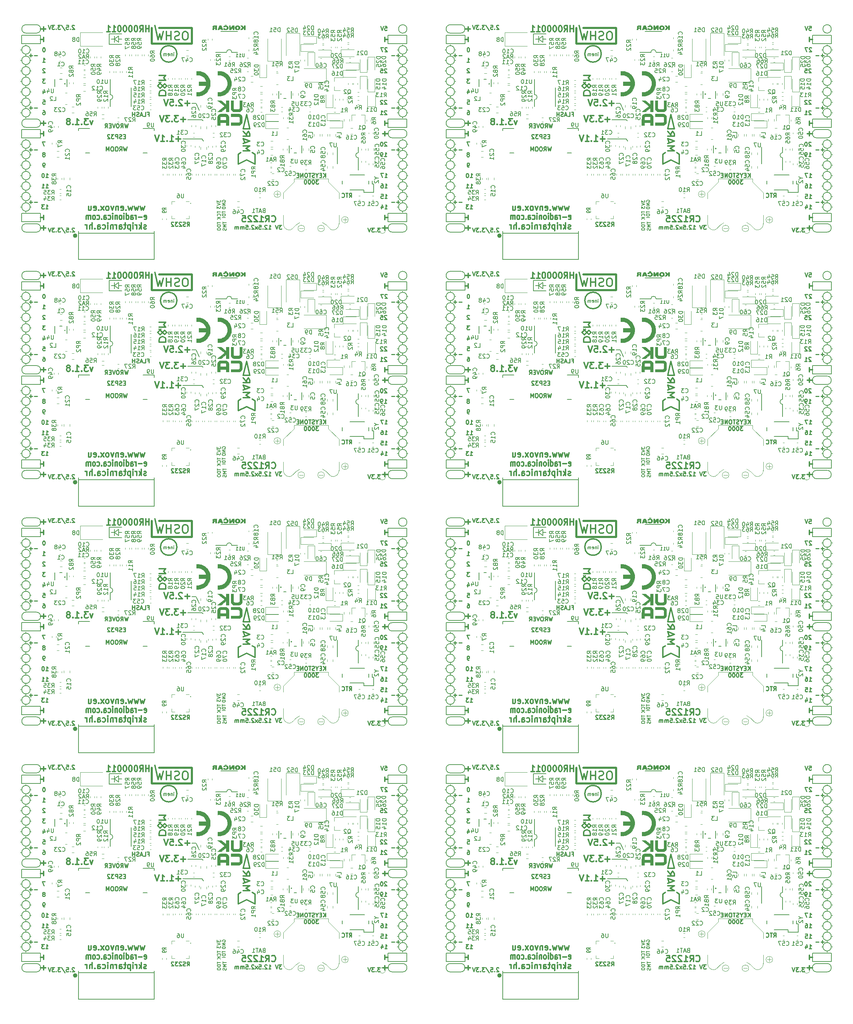
<source format=gbr>
%TF.GenerationSoftware,KiCad,Pcbnew,6.0.11+dfsg-1*%
%TF.CreationDate,2023-04-22T14:00:00+02:00*%
%TF.ProjectId,ulx3s_panel,756c7833-735f-4706-916e-656c2e6b6963,v3.1.8*%
%TF.SameCoordinates,Original*%
%TF.FileFunction,Legend,Bot*%
%TF.FilePolarity,Positive*%
%FSLAX46Y46*%
G04 Gerber Fmt 4.6, Leading zero omitted, Abs format (unit mm)*
G04 Created by KiCad (PCBNEW 6.0.11+dfsg-1) date 2023-04-22 14:00:00*
%MOMM*%
%LPD*%
G01*
G04 APERTURE LIST*
%ADD10C,0.200000*%
%ADD11C,0.300000*%
%ADD12C,0.250000*%
%ADD13C,0.150000*%
%ADD14C,0.120000*%
%ADD15C,0.500000*%
%ADD16C,0.010000*%
G04 APERTURE END LIST*
D10*
X74505000Y-33024000D02*
X71457000Y-33024000D01*
X177485000Y-33024000D02*
X174437000Y-33024000D01*
X74505000Y-92824000D02*
X71457000Y-92824000D01*
X177485000Y-92824000D02*
X174437000Y-92824000D01*
X74505000Y-152624000D02*
X71457000Y-152624000D01*
X177485000Y-152624000D02*
X174437000Y-152624000D01*
X74505000Y-212424000D02*
X71457000Y-212424000D01*
X177485000Y-212424000D02*
X174437000Y-212424000D01*
X71457000Y-33024000D02*
X71457000Y-30484000D01*
X174437000Y-33024000D02*
X174437000Y-30484000D01*
X71457000Y-92824000D02*
X71457000Y-90284000D01*
X174437000Y-92824000D02*
X174437000Y-90284000D01*
X71457000Y-152624000D02*
X71457000Y-150084000D01*
X174437000Y-152624000D02*
X174437000Y-150084000D01*
X71457000Y-212424000D02*
X71457000Y-209884000D01*
X174437000Y-212424000D02*
X174437000Y-209884000D01*
X89390000Y-55958000D02*
X93977000Y-55958000D01*
X192370000Y-55958000D02*
X196957000Y-55958000D01*
X89390000Y-115758000D02*
X93977000Y-115758000D01*
X192370000Y-115758000D02*
X196957000Y-115758000D01*
X89390000Y-175558000D02*
X93977000Y-175558000D01*
X192370000Y-175558000D02*
X196957000Y-175558000D01*
X89390000Y-235358000D02*
X93977000Y-235358000D01*
X192370000Y-235358000D02*
X196957000Y-235358000D01*
X140190000Y-76514000D02*
X142730000Y-76514000D01*
X243170000Y-76514000D02*
X245710000Y-76514000D01*
X140190000Y-136314000D02*
X142730000Y-136314000D01*
X243170000Y-136314000D02*
X245710000Y-136314000D01*
X140190000Y-196114000D02*
X142730000Y-196114000D01*
X243170000Y-196114000D02*
X245710000Y-196114000D01*
X140190000Y-255914000D02*
X142730000Y-255914000D01*
X243170000Y-255914000D02*
X245710000Y-255914000D01*
X51290000Y-42986000D02*
X51290000Y-43494000D01*
X154270000Y-42986000D02*
X154270000Y-43494000D01*
X51290000Y-102786000D02*
X51290000Y-103294000D01*
X154270000Y-102786000D02*
X154270000Y-103294000D01*
X51290000Y-162586000D02*
X51290000Y-163094000D01*
X154270000Y-162586000D02*
X154270000Y-163094000D01*
X51290000Y-222386000D02*
X51290000Y-222894000D01*
X154270000Y-222386000D02*
X154270000Y-222894000D01*
X51290000Y-51114000D02*
G75*
G03*
X51290000Y-53146000I0J-1016000D01*
G01*
X154270000Y-51114000D02*
G75*
G03*
X154270000Y-53146000I0J-1016000D01*
G01*
X51290000Y-110914000D02*
G75*
G03*
X51290000Y-112946000I0J-1016000D01*
G01*
X154270000Y-110914000D02*
G75*
G03*
X154270000Y-112946000I0J-1016000D01*
G01*
X51290000Y-170714000D02*
G75*
G03*
X51290000Y-172746000I0J-1016000D01*
G01*
X154270000Y-170714000D02*
G75*
G03*
X154270000Y-172746000I0J-1016000D01*
G01*
X51290000Y-230514000D02*
G75*
G03*
X51290000Y-232546000I0J-1016000D01*
G01*
X154270000Y-230514000D02*
G75*
G03*
X154270000Y-232546000I0J-1016000D01*
G01*
X142730000Y-58734000D02*
X142730000Y-58226000D01*
X245710000Y-58734000D02*
X245710000Y-58226000D01*
X142730000Y-118534000D02*
X142730000Y-118026000D01*
X245710000Y-118534000D02*
X245710000Y-118026000D01*
X142730000Y-178334000D02*
X142730000Y-177826000D01*
X245710000Y-178334000D02*
X245710000Y-177826000D01*
X142730000Y-238134000D02*
X142730000Y-237626000D01*
X245710000Y-238134000D02*
X245710000Y-237626000D01*
X142730000Y-35366000D02*
X142730000Y-35874000D01*
X245710000Y-35366000D02*
X245710000Y-35874000D01*
X142730000Y-95166000D02*
X142730000Y-95674000D01*
X245710000Y-95166000D02*
X245710000Y-95674000D01*
X142730000Y-154966000D02*
X142730000Y-155474000D01*
X245710000Y-154966000D02*
X245710000Y-155474000D01*
X142730000Y-214766000D02*
X142730000Y-215274000D01*
X245710000Y-214766000D02*
X245710000Y-215274000D01*
X52560000Y-36890000D02*
X52306000Y-36890000D01*
X155540000Y-36890000D02*
X155286000Y-36890000D01*
X52560000Y-96690000D02*
X52306000Y-96690000D01*
X155540000Y-96690000D02*
X155286000Y-96690000D01*
X52560000Y-156490000D02*
X52306000Y-156490000D01*
X155540000Y-156490000D02*
X155286000Y-156490000D01*
X52560000Y-216290000D02*
X52306000Y-216290000D01*
X155540000Y-216290000D02*
X155286000Y-216290000D01*
X143746000Y-34350000D02*
X144000000Y-34350000D01*
X246726000Y-34350000D02*
X246980000Y-34350000D01*
X143746000Y-94150000D02*
X144000000Y-94150000D01*
X246726000Y-94150000D02*
X246980000Y-94150000D01*
X143746000Y-153950000D02*
X144000000Y-153950000D01*
X246726000Y-153950000D02*
X246980000Y-153950000D01*
X143746000Y-213750000D02*
X144000000Y-213750000D01*
X246726000Y-213750000D02*
X246980000Y-213750000D01*
X142730000Y-61274000D02*
X142730000Y-60766000D01*
X245710000Y-61274000D02*
X245710000Y-60766000D01*
X142730000Y-121074000D02*
X142730000Y-120566000D01*
X245710000Y-121074000D02*
X245710000Y-120566000D01*
X142730000Y-180874000D02*
X142730000Y-180366000D01*
X245710000Y-180874000D02*
X245710000Y-180366000D01*
X142730000Y-240674000D02*
X142730000Y-240166000D01*
X245710000Y-240674000D02*
X245710000Y-240166000D01*
X143746000Y-36890000D02*
X144000000Y-36890000D01*
X246726000Y-36890000D02*
X246980000Y-36890000D01*
X143746000Y-96690000D02*
X144000000Y-96690000D01*
X246726000Y-96690000D02*
X246980000Y-96690000D01*
X143746000Y-156490000D02*
X144000000Y-156490000D01*
X246726000Y-156490000D02*
X246980000Y-156490000D01*
X143746000Y-216290000D02*
X144000000Y-216290000D01*
X246726000Y-216290000D02*
X246980000Y-216290000D01*
X143746000Y-39430000D02*
G75*
G03*
X143746000Y-39430000I-1016000J0D01*
G01*
X246726000Y-39430000D02*
G75*
G03*
X246726000Y-39430000I-1016000J0D01*
G01*
X143746000Y-99230000D02*
G75*
G03*
X143746000Y-99230000I-1016000J0D01*
G01*
X246726000Y-99230000D02*
G75*
G03*
X246726000Y-99230000I-1016000J0D01*
G01*
X143746000Y-159030000D02*
G75*
G03*
X143746000Y-159030000I-1016000J0D01*
G01*
X246726000Y-159030000D02*
G75*
G03*
X246726000Y-159030000I-1016000J0D01*
G01*
X143746000Y-218830000D02*
G75*
G03*
X143746000Y-218830000I-1016000J0D01*
G01*
X246726000Y-218830000D02*
G75*
G03*
X246726000Y-218830000I-1016000J0D01*
G01*
X142730000Y-68386000D02*
X142730000Y-68894000D01*
X245710000Y-68386000D02*
X245710000Y-68894000D01*
X142730000Y-128186000D02*
X142730000Y-128694000D01*
X245710000Y-128186000D02*
X245710000Y-128694000D01*
X142730000Y-187986000D02*
X142730000Y-188494000D01*
X245710000Y-187986000D02*
X245710000Y-188494000D01*
X142730000Y-247786000D02*
X142730000Y-248294000D01*
X245710000Y-247786000D02*
X245710000Y-248294000D01*
X245710000Y-230260000D02*
X245710000Y-230006000D01*
X142730000Y-50860000D02*
X142730000Y-50606000D01*
X245710000Y-50860000D02*
X245710000Y-50606000D01*
X142730000Y-110660000D02*
X142730000Y-110406000D01*
X245710000Y-110660000D02*
X245710000Y-110406000D01*
X142730000Y-170460000D02*
X142730000Y-170206000D01*
X245710000Y-170460000D02*
X245710000Y-170206000D01*
X142730000Y-230260000D02*
X142730000Y-230006000D01*
X143746000Y-67370000D02*
X144000000Y-67370000D01*
X246726000Y-67370000D02*
X246980000Y-67370000D01*
X143746000Y-127170000D02*
X144000000Y-127170000D01*
X246726000Y-127170000D02*
X246980000Y-127170000D01*
X143746000Y-186970000D02*
X144000000Y-186970000D01*
X246726000Y-186970000D02*
X246980000Y-186970000D01*
X143746000Y-246770000D02*
X144000000Y-246770000D01*
X246726000Y-246770000D02*
X246980000Y-246770000D01*
X52306000Y-72450000D02*
X52560000Y-72450000D01*
X155286000Y-72450000D02*
X155540000Y-72450000D01*
X52306000Y-132250000D02*
X52560000Y-132250000D01*
X155286000Y-132250000D02*
X155540000Y-132250000D01*
X52306000Y-192050000D02*
X52560000Y-192050000D01*
X155286000Y-192050000D02*
X155540000Y-192050000D01*
X52306000Y-251850000D02*
X52560000Y-251850000D01*
X155286000Y-251850000D02*
X155540000Y-251850000D01*
X142730000Y-55940000D02*
X142730000Y-56194000D01*
X245710000Y-55940000D02*
X245710000Y-56194000D01*
X142730000Y-115740000D02*
X142730000Y-115994000D01*
X245710000Y-115740000D02*
X245710000Y-115994000D01*
X142730000Y-175540000D02*
X142730000Y-175794000D01*
X245710000Y-175540000D02*
X245710000Y-175794000D01*
X142730000Y-235340000D02*
X142730000Y-235594000D01*
X245710000Y-235340000D02*
X245710000Y-235594000D01*
X54846000Y-53654000D02*
X50274000Y-53654000D01*
X157826000Y-53654000D02*
X153254000Y-53654000D01*
X54846000Y-113454000D02*
X50274000Y-113454000D01*
X157826000Y-113454000D02*
X153254000Y-113454000D01*
X54846000Y-173254000D02*
X50274000Y-173254000D01*
X157826000Y-173254000D02*
X153254000Y-173254000D01*
X54846000Y-233054000D02*
X50274000Y-233054000D01*
X157826000Y-233054000D02*
X153254000Y-233054000D01*
X52306000Y-62290000D02*
X52560000Y-62290000D01*
X155286000Y-62290000D02*
X155540000Y-62290000D01*
X52306000Y-122090000D02*
X52560000Y-122090000D01*
X155286000Y-122090000D02*
X155540000Y-122090000D01*
X52306000Y-181890000D02*
X52560000Y-181890000D01*
X155286000Y-181890000D02*
X155540000Y-181890000D01*
X52306000Y-241690000D02*
X52560000Y-241690000D01*
X155286000Y-241690000D02*
X155540000Y-241690000D01*
X141460000Y-64830000D02*
X141714000Y-64830000D01*
X244440000Y-64830000D02*
X244694000Y-64830000D01*
X141460000Y-124630000D02*
X141714000Y-124630000D01*
X244440000Y-124630000D02*
X244694000Y-124630000D01*
X141460000Y-184430000D02*
X141714000Y-184430000D01*
X244440000Y-184430000D02*
X244694000Y-184430000D01*
X141460000Y-244230000D02*
X141714000Y-244230000D01*
X244440000Y-244230000D02*
X244694000Y-244230000D01*
X51290000Y-70926000D02*
X51290000Y-71434000D01*
X154270000Y-70926000D02*
X154270000Y-71434000D01*
X51290000Y-130726000D02*
X51290000Y-131234000D01*
X154270000Y-130726000D02*
X154270000Y-131234000D01*
X51290000Y-190526000D02*
X51290000Y-191034000D01*
X154270000Y-190526000D02*
X154270000Y-191034000D01*
X51290000Y-250326000D02*
X51290000Y-250834000D01*
X154270000Y-250326000D02*
X154270000Y-250834000D01*
D11*
X54846000Y-74990000D02*
X55608000Y-74990000D01*
X157826000Y-74990000D02*
X158588000Y-74990000D01*
X54846000Y-134790000D02*
X55608000Y-134790000D01*
X157826000Y-134790000D02*
X158588000Y-134790000D01*
X54846000Y-194590000D02*
X55608000Y-194590000D01*
X157826000Y-194590000D02*
X158588000Y-194590000D01*
X54846000Y-254390000D02*
X55608000Y-254390000D01*
X157826000Y-254390000D02*
X158588000Y-254390000D01*
X55608000Y-55178000D02*
X55608000Y-54162000D01*
X158588000Y-55178000D02*
X158588000Y-54162000D01*
X55608000Y-114978000D02*
X55608000Y-113962000D01*
X158588000Y-114978000D02*
X158588000Y-113962000D01*
X55608000Y-174778000D02*
X55608000Y-173762000D01*
X158588000Y-174778000D02*
X158588000Y-173762000D01*
X55608000Y-234578000D02*
X55608000Y-233562000D01*
X158588000Y-234578000D02*
X158588000Y-233562000D01*
D10*
X51290000Y-28254000D02*
X53830000Y-28254000D01*
X154270000Y-28254000D02*
X156810000Y-28254000D01*
X51290000Y-88054000D02*
X53830000Y-88054000D01*
X154270000Y-88054000D02*
X156810000Y-88054000D01*
X51290000Y-147854000D02*
X53830000Y-147854000D01*
X154270000Y-147854000D02*
X156810000Y-147854000D01*
X51290000Y-207654000D02*
X53830000Y-207654000D01*
X154270000Y-207654000D02*
X156810000Y-207654000D01*
X50274000Y-67370000D02*
X50020000Y-67370000D01*
X153254000Y-67370000D02*
X153000000Y-67370000D01*
X50274000Y-127170000D02*
X50020000Y-127170000D01*
X153254000Y-127170000D02*
X153000000Y-127170000D01*
X50274000Y-186970000D02*
X50020000Y-186970000D01*
X153254000Y-186970000D02*
X153000000Y-186970000D01*
X50274000Y-246770000D02*
X50020000Y-246770000D01*
X153254000Y-246770000D02*
X153000000Y-246770000D01*
X52306000Y-47050000D02*
G75*
G03*
X52306000Y-47050000I-1016000J0D01*
G01*
X155286000Y-47050000D02*
G75*
G03*
X155286000Y-47050000I-1016000J0D01*
G01*
X52306000Y-106850000D02*
G75*
G03*
X52306000Y-106850000I-1016000J0D01*
G01*
X155286000Y-106850000D02*
G75*
G03*
X155286000Y-106850000I-1016000J0D01*
G01*
X52306000Y-166650000D02*
G75*
G03*
X52306000Y-166650000I-1016000J0D01*
G01*
X155286000Y-166650000D02*
G75*
G03*
X155286000Y-166650000I-1016000J0D01*
G01*
X52306000Y-226450000D02*
G75*
G03*
X52306000Y-226450000I-1016000J0D01*
G01*
X155286000Y-226450000D02*
G75*
G03*
X155286000Y-226450000I-1016000J0D01*
G01*
X52306000Y-69910000D02*
G75*
G03*
X52306000Y-69910000I-1016000J0D01*
G01*
X155286000Y-69910000D02*
G75*
G03*
X155286000Y-69910000I-1016000J0D01*
G01*
X52306000Y-129710000D02*
G75*
G03*
X52306000Y-129710000I-1016000J0D01*
G01*
X155286000Y-129710000D02*
G75*
G03*
X155286000Y-129710000I-1016000J0D01*
G01*
X52306000Y-189510000D02*
G75*
G03*
X52306000Y-189510000I-1016000J0D01*
G01*
X155286000Y-189510000D02*
G75*
G03*
X155286000Y-189510000I-1016000J0D01*
G01*
X52306000Y-249310000D02*
G75*
G03*
X52306000Y-249310000I-1016000J0D01*
G01*
X155286000Y-249310000D02*
G75*
G03*
X155286000Y-249310000I-1016000J0D01*
G01*
X142730000Y-42986000D02*
X142730000Y-43494000D01*
X245710000Y-42986000D02*
X245710000Y-43494000D01*
X142730000Y-102786000D02*
X142730000Y-103294000D01*
X245710000Y-102786000D02*
X245710000Y-103294000D01*
X142730000Y-162586000D02*
X142730000Y-163094000D01*
X245710000Y-162586000D02*
X245710000Y-163094000D01*
X142730000Y-222386000D02*
X142730000Y-222894000D01*
X245710000Y-222386000D02*
X245710000Y-222894000D01*
X50274000Y-47050000D02*
X50020000Y-47050000D01*
X153254000Y-47050000D02*
X153000000Y-47050000D01*
X50274000Y-106850000D02*
X50020000Y-106850000D01*
X153254000Y-106850000D02*
X153000000Y-106850000D01*
X50274000Y-166650000D02*
X50020000Y-166650000D01*
X153254000Y-166650000D02*
X153000000Y-166650000D01*
X50274000Y-226450000D02*
X50020000Y-226450000D01*
X153254000Y-226450000D02*
X153000000Y-226450000D01*
X141460000Y-57210000D02*
X141714000Y-57210000D01*
X244440000Y-57210000D02*
X244694000Y-57210000D01*
X141460000Y-117010000D02*
X141714000Y-117010000D01*
X244440000Y-117010000D02*
X244694000Y-117010000D01*
X141460000Y-176810000D02*
X141714000Y-176810000D01*
X244440000Y-176810000D02*
X244694000Y-176810000D01*
X141460000Y-236610000D02*
X141714000Y-236610000D01*
X244440000Y-236610000D02*
X244694000Y-236610000D01*
X51290000Y-53146000D02*
X53830000Y-53146000D01*
X154270000Y-53146000D02*
X156810000Y-53146000D01*
X51290000Y-112946000D02*
X53830000Y-112946000D01*
X154270000Y-112946000D02*
X156810000Y-112946000D01*
X51290000Y-172746000D02*
X53830000Y-172746000D01*
X154270000Y-172746000D02*
X156810000Y-172746000D01*
X51290000Y-232546000D02*
X53830000Y-232546000D01*
X154270000Y-232546000D02*
X156810000Y-232546000D01*
X143746000Y-44510000D02*
X144000000Y-44510000D01*
X246726000Y-44510000D02*
X246980000Y-44510000D01*
X143746000Y-104310000D02*
X144000000Y-104310000D01*
X246726000Y-104310000D02*
X246980000Y-104310000D01*
X143746000Y-164110000D02*
X144000000Y-164110000D01*
X246726000Y-164110000D02*
X246980000Y-164110000D01*
X143746000Y-223910000D02*
X144000000Y-223910000D01*
X246726000Y-223910000D02*
X246980000Y-223910000D01*
D11*
X55608000Y-77022000D02*
X55608000Y-78038000D01*
X158588000Y-77022000D02*
X158588000Y-78038000D01*
X55608000Y-136822000D02*
X55608000Y-137838000D01*
X158588000Y-136822000D02*
X158588000Y-137838000D01*
X55608000Y-196622000D02*
X55608000Y-197638000D01*
X158588000Y-196622000D02*
X158588000Y-197638000D01*
X55608000Y-256422000D02*
X55608000Y-257438000D01*
X158588000Y-256422000D02*
X158588000Y-257438000D01*
D10*
X71457000Y-30484000D02*
X74505000Y-30484000D01*
X174437000Y-30484000D02*
X177485000Y-30484000D01*
X71457000Y-90284000D02*
X74505000Y-90284000D01*
X174437000Y-90284000D02*
X177485000Y-90284000D01*
X71457000Y-150084000D02*
X74505000Y-150084000D01*
X174437000Y-150084000D02*
X177485000Y-150084000D01*
X71457000Y-209884000D02*
X74505000Y-209884000D01*
X174437000Y-209884000D02*
X177485000Y-209884000D01*
X143746000Y-30794000D02*
X139174000Y-30794000D01*
X246726000Y-30794000D02*
X242154000Y-30794000D01*
X143746000Y-90594000D02*
X139174000Y-90594000D01*
X246726000Y-90594000D02*
X242154000Y-90594000D01*
X143746000Y-150394000D02*
X139174000Y-150394000D01*
X246726000Y-150394000D02*
X242154000Y-150394000D01*
X143746000Y-210194000D02*
X139174000Y-210194000D01*
X246726000Y-210194000D02*
X242154000Y-210194000D01*
D11*
X54846000Y-77530000D02*
X56116000Y-77530000D01*
X157826000Y-77530000D02*
X159096000Y-77530000D01*
X54846000Y-137330000D02*
X56116000Y-137330000D01*
X157826000Y-137330000D02*
X159096000Y-137330000D01*
X54846000Y-197130000D02*
X56116000Y-197130000D01*
X157826000Y-197130000D02*
X159096000Y-197130000D01*
X54846000Y-256930000D02*
X56116000Y-256930000D01*
X157826000Y-256930000D02*
X159096000Y-256930000D01*
D10*
X51290000Y-58226000D02*
X51290000Y-58734000D01*
X154270000Y-58226000D02*
X154270000Y-58734000D01*
X51290000Y-118026000D02*
X51290000Y-118534000D01*
X154270000Y-118026000D02*
X154270000Y-118534000D01*
X51290000Y-177826000D02*
X51290000Y-178334000D01*
X154270000Y-177826000D02*
X154270000Y-178334000D01*
X51290000Y-237626000D02*
X51290000Y-238134000D01*
X154270000Y-237626000D02*
X154270000Y-238134000D01*
X52306000Y-62290000D02*
G75*
G03*
X52306000Y-62290000I-1016000J0D01*
G01*
X155286000Y-62290000D02*
G75*
G03*
X155286000Y-62290000I-1016000J0D01*
G01*
X52306000Y-122090000D02*
G75*
G03*
X52306000Y-122090000I-1016000J0D01*
G01*
X155286000Y-122090000D02*
G75*
G03*
X155286000Y-122090000I-1016000J0D01*
G01*
X52306000Y-181890000D02*
G75*
G03*
X52306000Y-181890000I-1016000J0D01*
G01*
X155286000Y-181890000D02*
G75*
G03*
X155286000Y-181890000I-1016000J0D01*
G01*
X52306000Y-241690000D02*
G75*
G03*
X52306000Y-241690000I-1016000J0D01*
G01*
X155286000Y-241690000D02*
G75*
G03*
X155286000Y-241690000I-1016000J0D01*
G01*
X50274000Y-30794000D02*
X50274000Y-32826000D01*
X153254000Y-30794000D02*
X153254000Y-32826000D01*
X50274000Y-90594000D02*
X50274000Y-92626000D01*
X153254000Y-90594000D02*
X153254000Y-92626000D01*
X50274000Y-150394000D02*
X50274000Y-152426000D01*
X153254000Y-150394000D02*
X153254000Y-152426000D01*
X50274000Y-210194000D02*
X50274000Y-212226000D01*
X153254000Y-210194000D02*
X153254000Y-212226000D01*
X72727000Y-31754000D02*
X71965000Y-31754000D01*
X175707000Y-31754000D02*
X174945000Y-31754000D01*
X72727000Y-91554000D02*
X71965000Y-91554000D01*
X175707000Y-91554000D02*
X174945000Y-91554000D01*
X72727000Y-151354000D02*
X71965000Y-151354000D01*
X175707000Y-151354000D02*
X174945000Y-151354000D01*
X72727000Y-211154000D02*
X71965000Y-211154000D01*
X175707000Y-211154000D02*
X174945000Y-211154000D01*
D11*
X138412000Y-74482000D02*
X138412000Y-75498000D01*
X241392000Y-74482000D02*
X241392000Y-75498000D01*
X138412000Y-134282000D02*
X138412000Y-135298000D01*
X241392000Y-134282000D02*
X241392000Y-135298000D01*
X138412000Y-194082000D02*
X138412000Y-195098000D01*
X241392000Y-194082000D02*
X241392000Y-195098000D01*
X138412000Y-253882000D02*
X138412000Y-254898000D01*
X241392000Y-253882000D02*
X241392000Y-254898000D01*
D10*
X54846000Y-32826000D02*
X54846000Y-30794000D01*
X157826000Y-32826000D02*
X157826000Y-30794000D01*
X54846000Y-92626000D02*
X54846000Y-90594000D01*
X157826000Y-92626000D02*
X157826000Y-90594000D01*
X54846000Y-152426000D02*
X54846000Y-150394000D01*
X157826000Y-152426000D02*
X157826000Y-150394000D01*
X54846000Y-212226000D02*
X54846000Y-210194000D01*
X157826000Y-212226000D02*
X157826000Y-210194000D01*
X143746000Y-34350000D02*
G75*
G03*
X143746000Y-34350000I-1016000J0D01*
G01*
X246726000Y-34350000D02*
G75*
G03*
X246726000Y-34350000I-1016000J0D01*
G01*
X143746000Y-94150000D02*
G75*
G03*
X143746000Y-94150000I-1016000J0D01*
G01*
X246726000Y-94150000D02*
G75*
G03*
X246726000Y-94150000I-1016000J0D01*
G01*
X143746000Y-153950000D02*
G75*
G03*
X143746000Y-153950000I-1016000J0D01*
G01*
X246726000Y-153950000D02*
G75*
G03*
X246726000Y-153950000I-1016000J0D01*
G01*
X143746000Y-213750000D02*
G75*
G03*
X143746000Y-213750000I-1016000J0D01*
G01*
X246726000Y-213750000D02*
G75*
G03*
X246726000Y-213750000I-1016000J0D01*
G01*
X50274000Y-62290000D02*
X50020000Y-62290000D01*
X153254000Y-62290000D02*
X153000000Y-62290000D01*
X50274000Y-122090000D02*
X50020000Y-122090000D01*
X153254000Y-122090000D02*
X153000000Y-122090000D01*
X50274000Y-181890000D02*
X50020000Y-181890000D01*
X153254000Y-181890000D02*
X153000000Y-181890000D01*
X50274000Y-241690000D02*
X50020000Y-241690000D01*
X153254000Y-241690000D02*
X153000000Y-241690000D01*
X142730000Y-70926000D02*
X142730000Y-71434000D01*
X245710000Y-70926000D02*
X245710000Y-71434000D01*
X142730000Y-130726000D02*
X142730000Y-131234000D01*
X245710000Y-130726000D02*
X245710000Y-131234000D01*
X142730000Y-190526000D02*
X142730000Y-191034000D01*
X245710000Y-190526000D02*
X245710000Y-191034000D01*
X142730000Y-250326000D02*
X142730000Y-250834000D01*
X245710000Y-250326000D02*
X245710000Y-250834000D01*
X51290000Y-28254000D02*
G75*
G03*
X51290000Y-30286000I0J-1016000D01*
G01*
X154270000Y-28254000D02*
G75*
G03*
X154270000Y-30286000I0J-1016000D01*
G01*
X51290000Y-88054000D02*
G75*
G03*
X51290000Y-90086000I0J-1016000D01*
G01*
X154270000Y-88054000D02*
G75*
G03*
X154270000Y-90086000I0J-1016000D01*
G01*
X51290000Y-147854000D02*
G75*
G03*
X51290000Y-149886000I0J-1016000D01*
G01*
X154270000Y-147854000D02*
G75*
G03*
X154270000Y-149886000I0J-1016000D01*
G01*
X51290000Y-207654000D02*
G75*
G03*
X51290000Y-209686000I0J-1016000D01*
G01*
X154270000Y-207654000D02*
G75*
G03*
X154270000Y-209686000I0J-1016000D01*
G01*
X139174000Y-73974000D02*
X139174000Y-76006000D01*
X242154000Y-73974000D02*
X242154000Y-76006000D01*
X139174000Y-133774000D02*
X139174000Y-135806000D01*
X242154000Y-133774000D02*
X242154000Y-135806000D01*
X139174000Y-193574000D02*
X139174000Y-195606000D01*
X242154000Y-193574000D02*
X242154000Y-195606000D01*
X139174000Y-253374000D02*
X139174000Y-255406000D01*
X242154000Y-253374000D02*
X242154000Y-255406000D01*
X141460000Y-49590000D02*
X141714000Y-49590000D01*
X244440000Y-49590000D02*
X244694000Y-49590000D01*
X141460000Y-109390000D02*
X141714000Y-109390000D01*
X244440000Y-109390000D02*
X244694000Y-109390000D01*
X141460000Y-169190000D02*
X141714000Y-169190000D01*
X244440000Y-169190000D02*
X244694000Y-169190000D01*
X141460000Y-228990000D02*
X141714000Y-228990000D01*
X244440000Y-228990000D02*
X244694000Y-228990000D01*
D11*
X54846000Y-52130000D02*
X56116000Y-52130000D01*
X157826000Y-52130000D02*
X159096000Y-52130000D01*
X54846000Y-111930000D02*
X56116000Y-111930000D01*
X157826000Y-111930000D02*
X159096000Y-111930000D01*
X54846000Y-171730000D02*
X56116000Y-171730000D01*
X157826000Y-171730000D02*
X159096000Y-171730000D01*
X54846000Y-231530000D02*
X56116000Y-231530000D01*
X157826000Y-231530000D02*
X159096000Y-231530000D01*
X55608000Y-31302000D02*
X55608000Y-32318000D01*
X158588000Y-31302000D02*
X158588000Y-32318000D01*
X55608000Y-91102000D02*
X55608000Y-92118000D01*
X158588000Y-91102000D02*
X158588000Y-92118000D01*
X55608000Y-150902000D02*
X55608000Y-151918000D01*
X158588000Y-150902000D02*
X158588000Y-151918000D01*
X55608000Y-210702000D02*
X55608000Y-211718000D01*
X158588000Y-210702000D02*
X158588000Y-211718000D01*
D10*
X142730000Y-78546000D02*
G75*
G03*
X142730000Y-76514000I0J1016000D01*
G01*
X245710000Y-78546000D02*
G75*
G03*
X245710000Y-76514000I0J1016000D01*
G01*
X142730000Y-138346000D02*
G75*
G03*
X142730000Y-136314000I0J1016000D01*
G01*
X245710000Y-138346000D02*
G75*
G03*
X245710000Y-136314000I0J1016000D01*
G01*
X142730000Y-198146000D02*
G75*
G03*
X142730000Y-196114000I0J1016000D01*
G01*
X245710000Y-198146000D02*
G75*
G03*
X245710000Y-196114000I0J1016000D01*
G01*
X142730000Y-257946000D02*
G75*
G03*
X142730000Y-255914000I0J1016000D01*
G01*
X245710000Y-257946000D02*
G75*
G03*
X245710000Y-255914000I0J1016000D01*
G01*
X143746000Y-64830000D02*
X144000000Y-64830000D01*
X246726000Y-64830000D02*
X246980000Y-64830000D01*
X143746000Y-124630000D02*
X144000000Y-124630000D01*
X246726000Y-124630000D02*
X246980000Y-124630000D01*
X143746000Y-184430000D02*
X144000000Y-184430000D01*
X246726000Y-184430000D02*
X246980000Y-184430000D01*
X143746000Y-244230000D02*
X144000000Y-244230000D01*
X246726000Y-244230000D02*
X246980000Y-244230000D01*
X51290000Y-45526000D02*
X51290000Y-46034000D01*
X154270000Y-45526000D02*
X154270000Y-46034000D01*
X51290000Y-105326000D02*
X51290000Y-105834000D01*
X154270000Y-105326000D02*
X154270000Y-105834000D01*
X51290000Y-165126000D02*
X51290000Y-165634000D01*
X154270000Y-165126000D02*
X154270000Y-165634000D01*
X51290000Y-224926000D02*
X51290000Y-225434000D01*
X154270000Y-224926000D02*
X154270000Y-225434000D01*
X143746000Y-47050000D02*
G75*
G03*
X143746000Y-47050000I-1016000J0D01*
G01*
X246726000Y-47050000D02*
G75*
G03*
X246726000Y-47050000I-1016000J0D01*
G01*
X143746000Y-106850000D02*
G75*
G03*
X143746000Y-106850000I-1016000J0D01*
G01*
X246726000Y-106850000D02*
G75*
G03*
X246726000Y-106850000I-1016000J0D01*
G01*
X143746000Y-166650000D02*
G75*
G03*
X143746000Y-166650000I-1016000J0D01*
G01*
X246726000Y-166650000D02*
G75*
G03*
X246726000Y-166650000I-1016000J0D01*
G01*
X143746000Y-226450000D02*
G75*
G03*
X143746000Y-226450000I-1016000J0D01*
G01*
X246726000Y-226450000D02*
G75*
G03*
X246726000Y-226450000I-1016000J0D01*
G01*
X73743000Y-31754000D02*
X74505000Y-31754000D01*
X176723000Y-31754000D02*
X177485000Y-31754000D01*
X73743000Y-91554000D02*
X74505000Y-91554000D01*
X176723000Y-91554000D02*
X177485000Y-91554000D01*
X73743000Y-151354000D02*
X74505000Y-151354000D01*
X176723000Y-151354000D02*
X177485000Y-151354000D01*
X73743000Y-211154000D02*
X74505000Y-211154000D01*
X176723000Y-211154000D02*
X177485000Y-211154000D01*
X52306000Y-57210000D02*
G75*
G03*
X52306000Y-57210000I-1016000J0D01*
G01*
X155286000Y-57210000D02*
G75*
G03*
X155286000Y-57210000I-1016000J0D01*
G01*
X52306000Y-117010000D02*
G75*
G03*
X52306000Y-117010000I-1016000J0D01*
G01*
X155286000Y-117010000D02*
G75*
G03*
X155286000Y-117010000I-1016000J0D01*
G01*
X52306000Y-176810000D02*
G75*
G03*
X52306000Y-176810000I-1016000J0D01*
G01*
X155286000Y-176810000D02*
G75*
G03*
X155286000Y-176810000I-1016000J0D01*
G01*
X52306000Y-236610000D02*
G75*
G03*
X52306000Y-236610000I-1016000J0D01*
G01*
X155286000Y-236610000D02*
G75*
G03*
X155286000Y-236610000I-1016000J0D01*
G01*
X141460000Y-69910000D02*
X141714000Y-69910000D01*
X244440000Y-69910000D02*
X244694000Y-69910000D01*
X141460000Y-129710000D02*
X141714000Y-129710000D01*
X244440000Y-129710000D02*
X244694000Y-129710000D01*
X141460000Y-189510000D02*
X141714000Y-189510000D01*
X244440000Y-189510000D02*
X244694000Y-189510000D01*
X141460000Y-249310000D02*
X141714000Y-249310000D01*
X244440000Y-249310000D02*
X244694000Y-249310000D01*
X50274000Y-53654000D02*
X50274000Y-55686000D01*
X153254000Y-53654000D02*
X153254000Y-55686000D01*
X50274000Y-113454000D02*
X50274000Y-115486000D01*
X153254000Y-113454000D02*
X153254000Y-115486000D01*
X50274000Y-173254000D02*
X50274000Y-175286000D01*
X153254000Y-173254000D02*
X153254000Y-175286000D01*
X50274000Y-233054000D02*
X50274000Y-235086000D01*
X153254000Y-233054000D02*
X153254000Y-235086000D01*
X50020000Y-39430000D02*
X50274000Y-39430000D01*
X153000000Y-39430000D02*
X153254000Y-39430000D01*
X50020000Y-99230000D02*
X50274000Y-99230000D01*
X153000000Y-99230000D02*
X153254000Y-99230000D01*
X50020000Y-159030000D02*
X50274000Y-159030000D01*
X153000000Y-159030000D02*
X153254000Y-159030000D01*
X50020000Y-218830000D02*
X50274000Y-218830000D01*
X153000000Y-218830000D02*
X153254000Y-218830000D01*
X143746000Y-64830000D02*
G75*
G03*
X143746000Y-64830000I-1016000J0D01*
G01*
X246726000Y-64830000D02*
G75*
G03*
X246726000Y-64830000I-1016000J0D01*
G01*
X143746000Y-124630000D02*
G75*
G03*
X143746000Y-124630000I-1016000J0D01*
G01*
X246726000Y-124630000D02*
G75*
G03*
X246726000Y-124630000I-1016000J0D01*
G01*
X143746000Y-184430000D02*
G75*
G03*
X143746000Y-184430000I-1016000J0D01*
G01*
X246726000Y-184430000D02*
G75*
G03*
X246726000Y-184430000I-1016000J0D01*
G01*
X143746000Y-244230000D02*
G75*
G03*
X143746000Y-244230000I-1016000J0D01*
G01*
X246726000Y-244230000D02*
G75*
G03*
X246726000Y-244230000I-1016000J0D01*
G01*
X140190000Y-78546000D02*
X142730000Y-78546000D01*
X243170000Y-78546000D02*
X245710000Y-78546000D01*
X140190000Y-138346000D02*
X142730000Y-138346000D01*
X243170000Y-138346000D02*
X245710000Y-138346000D01*
X140190000Y-198146000D02*
X142730000Y-198146000D01*
X243170000Y-198146000D02*
X245710000Y-198146000D01*
X140190000Y-257946000D02*
X142730000Y-257946000D01*
X243170000Y-257946000D02*
X245710000Y-257946000D01*
X50274000Y-34350000D02*
X50020000Y-34350000D01*
X153254000Y-34350000D02*
X153000000Y-34350000D01*
X50274000Y-94150000D02*
X50020000Y-94150000D01*
X153254000Y-94150000D02*
X153000000Y-94150000D01*
X50274000Y-153950000D02*
X50020000Y-153950000D01*
X153254000Y-153950000D02*
X153000000Y-153950000D01*
X50274000Y-213750000D02*
X50020000Y-213750000D01*
X153254000Y-213750000D02*
X153000000Y-213750000D01*
X51290000Y-37906000D02*
X51290000Y-38414000D01*
X154270000Y-37906000D02*
X154270000Y-38414000D01*
X51290000Y-97706000D02*
X51290000Y-98214000D01*
X154270000Y-97706000D02*
X154270000Y-98214000D01*
X51290000Y-157506000D02*
X51290000Y-158014000D01*
X154270000Y-157506000D02*
X154270000Y-158014000D01*
X51290000Y-217306000D02*
X51290000Y-217814000D01*
X154270000Y-217306000D02*
X154270000Y-217814000D01*
X140190000Y-53654000D02*
G75*
G03*
X140190000Y-55686000I0J-1016000D01*
G01*
X243170000Y-53654000D02*
G75*
G03*
X243170000Y-55686000I0J-1016000D01*
G01*
X140190000Y-113454000D02*
G75*
G03*
X140190000Y-115486000I0J-1016000D01*
G01*
X243170000Y-113454000D02*
G75*
G03*
X243170000Y-115486000I0J-1016000D01*
G01*
X140190000Y-173254000D02*
G75*
G03*
X140190000Y-175286000I0J-1016000D01*
G01*
X243170000Y-173254000D02*
G75*
G03*
X243170000Y-175286000I0J-1016000D01*
G01*
X140190000Y-233054000D02*
G75*
G03*
X140190000Y-235086000I0J-1016000D01*
G01*
X243170000Y-233054000D02*
G75*
G03*
X243170000Y-235086000I0J-1016000D01*
G01*
X141460000Y-59750000D02*
X141714000Y-59750000D01*
X244440000Y-59750000D02*
X244694000Y-59750000D01*
X141460000Y-119550000D02*
X141714000Y-119550000D01*
X244440000Y-119550000D02*
X244694000Y-119550000D01*
X141460000Y-179350000D02*
X141714000Y-179350000D01*
X244440000Y-179350000D02*
X244694000Y-179350000D01*
X141460000Y-239150000D02*
X141714000Y-239150000D01*
X244440000Y-239150000D02*
X244694000Y-239150000D01*
X52560000Y-47050000D02*
X52306000Y-47050000D01*
X155540000Y-47050000D02*
X155286000Y-47050000D01*
X52560000Y-106850000D02*
X52306000Y-106850000D01*
X155540000Y-106850000D02*
X155286000Y-106850000D01*
X52560000Y-166650000D02*
X52306000Y-166650000D01*
X155540000Y-166650000D02*
X155286000Y-166650000D01*
X52560000Y-226450000D02*
X52306000Y-226450000D01*
X155540000Y-226450000D02*
X155286000Y-226450000D01*
X73743000Y-30992000D02*
X73743000Y-32516000D01*
X176723000Y-30992000D02*
X176723000Y-32516000D01*
X73743000Y-90792000D02*
X73743000Y-92316000D01*
X176723000Y-90792000D02*
X176723000Y-92316000D01*
X73743000Y-150592000D02*
X73743000Y-152116000D01*
X176723000Y-150592000D02*
X176723000Y-152116000D01*
X73743000Y-210392000D02*
X73743000Y-211916000D01*
X176723000Y-210392000D02*
X176723000Y-211916000D01*
X72727000Y-30992000D02*
X72727000Y-32516000D01*
X175707000Y-30992000D02*
X175707000Y-32516000D01*
X72727000Y-90792000D02*
X72727000Y-92316000D01*
X175707000Y-90792000D02*
X175707000Y-92316000D01*
X72727000Y-150592000D02*
X72727000Y-152116000D01*
X175707000Y-150592000D02*
X175707000Y-152116000D01*
X72727000Y-210392000D02*
X72727000Y-211916000D01*
X175707000Y-210392000D02*
X175707000Y-211916000D01*
X142730000Y-33080000D02*
X142730000Y-33334000D01*
X245710000Y-33080000D02*
X245710000Y-33334000D01*
X142730000Y-92880000D02*
X142730000Y-93134000D01*
X245710000Y-92880000D02*
X245710000Y-93134000D01*
X142730000Y-152680000D02*
X142730000Y-152934000D01*
X245710000Y-152680000D02*
X245710000Y-152934000D01*
X142730000Y-212480000D02*
X142730000Y-212734000D01*
X245710000Y-212480000D02*
X245710000Y-212734000D01*
X139174000Y-51114000D02*
X139174000Y-53146000D01*
X242154000Y-51114000D02*
X242154000Y-53146000D01*
X139174000Y-110914000D02*
X139174000Y-112946000D01*
X242154000Y-110914000D02*
X242154000Y-112946000D01*
X139174000Y-170714000D02*
X139174000Y-172746000D01*
X242154000Y-170714000D02*
X242154000Y-172746000D01*
X139174000Y-230514000D02*
X139174000Y-232546000D01*
X242154000Y-230514000D02*
X242154000Y-232546000D01*
X50274000Y-32826000D02*
X54846000Y-32826000D01*
X153254000Y-32826000D02*
X157826000Y-32826000D01*
X50274000Y-92626000D02*
X54846000Y-92626000D01*
X153254000Y-92626000D02*
X157826000Y-92626000D01*
X50274000Y-152426000D02*
X54846000Y-152426000D01*
X153254000Y-152426000D02*
X157826000Y-152426000D01*
X50274000Y-212226000D02*
X54846000Y-212226000D01*
X153254000Y-212226000D02*
X157826000Y-212226000D01*
D11*
X55608000Y-28762000D02*
X55608000Y-29778000D01*
X158588000Y-28762000D02*
X158588000Y-29778000D01*
X55608000Y-88562000D02*
X55608000Y-89578000D01*
X158588000Y-88562000D02*
X158588000Y-89578000D01*
X55608000Y-148362000D02*
X55608000Y-149378000D01*
X158588000Y-148362000D02*
X158588000Y-149378000D01*
X55608000Y-208162000D02*
X55608000Y-209178000D01*
X158588000Y-208162000D02*
X158588000Y-209178000D01*
D10*
X93342000Y-48973000D02*
X92580000Y-47322000D01*
X196322000Y-48973000D02*
X195560000Y-47322000D01*
X93342000Y-108773000D02*
X92580000Y-107122000D01*
X196322000Y-108773000D02*
X195560000Y-107122000D01*
X93342000Y-168573000D02*
X92580000Y-166922000D01*
X196322000Y-168573000D02*
X195560000Y-166922000D01*
X93342000Y-228373000D02*
X92580000Y-226722000D01*
X196322000Y-228373000D02*
X195560000Y-226722000D01*
X141714000Y-41970000D02*
X141460000Y-41970000D01*
X244694000Y-41970000D02*
X244440000Y-41970000D01*
X141714000Y-101770000D02*
X141460000Y-101770000D01*
X244694000Y-101770000D02*
X244440000Y-101770000D01*
X141714000Y-161570000D02*
X141460000Y-161570000D01*
X244694000Y-161570000D02*
X244440000Y-161570000D01*
X141714000Y-221370000D02*
X141460000Y-221370000D01*
X244694000Y-221370000D02*
X244440000Y-221370000D01*
D11*
X139174000Y-31810000D02*
X138412000Y-31810000D01*
X242154000Y-31810000D02*
X241392000Y-31810000D01*
X139174000Y-91610000D02*
X138412000Y-91610000D01*
X242154000Y-91610000D02*
X241392000Y-91610000D01*
X139174000Y-151410000D02*
X138412000Y-151410000D01*
X242154000Y-151410000D02*
X241392000Y-151410000D01*
X139174000Y-211210000D02*
X138412000Y-211210000D01*
X242154000Y-211210000D02*
X241392000Y-211210000D01*
D10*
X52306000Y-39430000D02*
X52560000Y-39430000D01*
X155286000Y-39430000D02*
X155540000Y-39430000D01*
X52306000Y-99230000D02*
X52560000Y-99230000D01*
X155286000Y-99230000D02*
X155540000Y-99230000D01*
X52306000Y-159030000D02*
X52560000Y-159030000D01*
X155286000Y-159030000D02*
X155540000Y-159030000D01*
X52306000Y-218830000D02*
X52560000Y-218830000D01*
X155286000Y-218830000D02*
X155540000Y-218830000D01*
X52306000Y-67370000D02*
G75*
G03*
X52306000Y-67370000I-1016000J0D01*
G01*
X155286000Y-67370000D02*
G75*
G03*
X155286000Y-67370000I-1016000J0D01*
G01*
X52306000Y-127170000D02*
G75*
G03*
X52306000Y-127170000I-1016000J0D01*
G01*
X155286000Y-127170000D02*
G75*
G03*
X155286000Y-127170000I-1016000J0D01*
G01*
X52306000Y-186970000D02*
G75*
G03*
X52306000Y-186970000I-1016000J0D01*
G01*
X155286000Y-186970000D02*
G75*
G03*
X155286000Y-186970000I-1016000J0D01*
G01*
X52306000Y-246770000D02*
G75*
G03*
X52306000Y-246770000I-1016000J0D01*
G01*
X155286000Y-246770000D02*
G75*
G03*
X155286000Y-246770000I-1016000J0D01*
G01*
X139174000Y-76006000D02*
X143746000Y-76006000D01*
X242154000Y-76006000D02*
X246726000Y-76006000D01*
X139174000Y-135806000D02*
X143746000Y-135806000D01*
X242154000Y-135806000D02*
X246726000Y-135806000D01*
X139174000Y-195606000D02*
X143746000Y-195606000D01*
X242154000Y-195606000D02*
X246726000Y-195606000D01*
X139174000Y-255406000D02*
X143746000Y-255406000D01*
X242154000Y-255406000D02*
X246726000Y-255406000D01*
D11*
X138412000Y-51622000D02*
X138412000Y-52638000D01*
X241392000Y-51622000D02*
X241392000Y-52638000D01*
X138412000Y-111422000D02*
X138412000Y-112438000D01*
X241392000Y-111422000D02*
X241392000Y-112438000D01*
X138412000Y-171222000D02*
X138412000Y-172238000D01*
X241392000Y-171222000D02*
X241392000Y-172238000D01*
X138412000Y-231022000D02*
X138412000Y-232038000D01*
X241392000Y-231022000D02*
X241392000Y-232038000D01*
D10*
X94231000Y-51513000D02*
X93977000Y-51259000D01*
X197211000Y-51513000D02*
X196957000Y-51259000D01*
X94231000Y-111313000D02*
X93977000Y-111059000D01*
X197211000Y-111313000D02*
X196957000Y-111059000D01*
X94231000Y-171113000D02*
X93977000Y-170859000D01*
X197211000Y-171113000D02*
X196957000Y-170859000D01*
X94231000Y-230913000D02*
X93977000Y-230659000D01*
X197211000Y-230913000D02*
X196957000Y-230659000D01*
X142730000Y-65846000D02*
X142730000Y-66354000D01*
X245710000Y-65846000D02*
X245710000Y-66354000D01*
X142730000Y-125646000D02*
X142730000Y-126154000D01*
X245710000Y-125646000D02*
X245710000Y-126154000D01*
X142730000Y-185446000D02*
X142730000Y-185954000D01*
X245710000Y-185446000D02*
X245710000Y-185954000D01*
X142730000Y-245246000D02*
X142730000Y-245754000D01*
X245710000Y-245246000D02*
X245710000Y-245754000D01*
X139174000Y-32826000D02*
X143746000Y-32826000D01*
X242154000Y-32826000D02*
X246726000Y-32826000D01*
X139174000Y-92626000D02*
X143746000Y-92626000D01*
X242154000Y-92626000D02*
X246726000Y-92626000D01*
X139174000Y-152426000D02*
X143746000Y-152426000D01*
X242154000Y-152426000D02*
X246726000Y-152426000D01*
X139174000Y-212226000D02*
X143746000Y-212226000D01*
X242154000Y-212226000D02*
X246726000Y-212226000D01*
X52306000Y-49590000D02*
X52560000Y-49590000D01*
X155286000Y-49590000D02*
X155540000Y-49590000D01*
X52306000Y-109390000D02*
X52560000Y-109390000D01*
X155286000Y-109390000D02*
X155540000Y-109390000D01*
X52306000Y-169190000D02*
X52560000Y-169190000D01*
X155286000Y-169190000D02*
X155540000Y-169190000D01*
X52306000Y-228990000D02*
X52560000Y-228990000D01*
X155286000Y-228990000D02*
X155540000Y-228990000D01*
D11*
X139174000Y-74990000D02*
X138412000Y-74990000D01*
X242154000Y-74990000D02*
X241392000Y-74990000D01*
X139174000Y-134790000D02*
X138412000Y-134790000D01*
X242154000Y-134790000D02*
X241392000Y-134790000D01*
X139174000Y-194590000D02*
X138412000Y-194590000D01*
X242154000Y-194590000D02*
X241392000Y-194590000D01*
X139174000Y-254390000D02*
X138412000Y-254390000D01*
X242154000Y-254390000D02*
X241392000Y-254390000D01*
D10*
X51290000Y-76514000D02*
G75*
G03*
X51290000Y-78546000I0J-1016000D01*
G01*
X154270000Y-76514000D02*
G75*
G03*
X154270000Y-78546000I0J-1016000D01*
G01*
X51290000Y-136314000D02*
G75*
G03*
X51290000Y-138346000I0J-1016000D01*
G01*
X154270000Y-136314000D02*
G75*
G03*
X154270000Y-138346000I0J-1016000D01*
G01*
X51290000Y-196114000D02*
G75*
G03*
X51290000Y-198146000I0J-1016000D01*
G01*
X154270000Y-196114000D02*
G75*
G03*
X154270000Y-198146000I0J-1016000D01*
G01*
X51290000Y-255914000D02*
G75*
G03*
X51290000Y-257946000I0J-1016000D01*
G01*
X154270000Y-255914000D02*
G75*
G03*
X154270000Y-257946000I0J-1016000D01*
G01*
X50274000Y-73974000D02*
X50274000Y-76006000D01*
X153254000Y-73974000D02*
X153254000Y-76006000D01*
X50274000Y-133774000D02*
X50274000Y-135806000D01*
X153254000Y-133774000D02*
X153254000Y-135806000D01*
X50274000Y-193574000D02*
X50274000Y-195606000D01*
X153254000Y-193574000D02*
X153254000Y-195606000D01*
X50274000Y-253374000D02*
X50274000Y-255406000D01*
X153254000Y-253374000D02*
X153254000Y-255406000D01*
X142730000Y-48574000D02*
X142730000Y-48066000D01*
X245710000Y-48574000D02*
X245710000Y-48066000D01*
X142730000Y-108374000D02*
X142730000Y-107866000D01*
X245710000Y-108374000D02*
X245710000Y-107866000D01*
X142730000Y-168174000D02*
X142730000Y-167666000D01*
X245710000Y-168174000D02*
X245710000Y-167666000D01*
X142730000Y-227974000D02*
X142730000Y-227466000D01*
X245710000Y-227974000D02*
X245710000Y-227466000D01*
X52306000Y-72450000D02*
G75*
G03*
X52306000Y-72450000I-1016000J0D01*
G01*
X155286000Y-72450000D02*
G75*
G03*
X155286000Y-72450000I-1016000J0D01*
G01*
X52306000Y-132250000D02*
G75*
G03*
X52306000Y-132250000I-1016000J0D01*
G01*
X155286000Y-132250000D02*
G75*
G03*
X155286000Y-132250000I-1016000J0D01*
G01*
X52306000Y-192050000D02*
G75*
G03*
X52306000Y-192050000I-1016000J0D01*
G01*
X155286000Y-192050000D02*
G75*
G03*
X155286000Y-192050000I-1016000J0D01*
G01*
X52306000Y-251850000D02*
G75*
G03*
X52306000Y-251850000I-1016000J0D01*
G01*
X155286000Y-251850000D02*
G75*
G03*
X155286000Y-251850000I-1016000J0D01*
G01*
X143746000Y-49590000D02*
G75*
G03*
X143746000Y-49590000I-1016000J0D01*
G01*
X246726000Y-49590000D02*
G75*
G03*
X246726000Y-49590000I-1016000J0D01*
G01*
X143746000Y-109390000D02*
G75*
G03*
X143746000Y-109390000I-1016000J0D01*
G01*
X246726000Y-109390000D02*
G75*
G03*
X246726000Y-109390000I-1016000J0D01*
G01*
X143746000Y-169190000D02*
G75*
G03*
X143746000Y-169190000I-1016000J0D01*
G01*
X246726000Y-169190000D02*
G75*
G03*
X246726000Y-169190000I-1016000J0D01*
G01*
X143746000Y-228990000D02*
G75*
G03*
X143746000Y-228990000I-1016000J0D01*
G01*
X246726000Y-228990000D02*
G75*
G03*
X246726000Y-228990000I-1016000J0D01*
G01*
X50274000Y-55686000D02*
X54846000Y-55686000D01*
X153254000Y-55686000D02*
X157826000Y-55686000D01*
X50274000Y-115486000D02*
X54846000Y-115486000D01*
X153254000Y-115486000D02*
X157826000Y-115486000D01*
X50274000Y-175286000D02*
X54846000Y-175286000D01*
X153254000Y-175286000D02*
X157826000Y-175286000D01*
X50274000Y-235086000D02*
X54846000Y-235086000D01*
X153254000Y-235086000D02*
X157826000Y-235086000D01*
X52306000Y-41970000D02*
X52560000Y-41970000D01*
X155286000Y-41970000D02*
X155540000Y-41970000D01*
X52306000Y-101770000D02*
X52560000Y-101770000D01*
X155286000Y-101770000D02*
X155540000Y-101770000D01*
X52306000Y-161570000D02*
X52560000Y-161570000D01*
X155286000Y-161570000D02*
X155540000Y-161570000D01*
X52306000Y-221370000D02*
X52560000Y-221370000D01*
X155286000Y-221370000D02*
X155540000Y-221370000D01*
D11*
X139174000Y-54670000D02*
X137904000Y-54670000D01*
X242154000Y-54670000D02*
X240884000Y-54670000D01*
X139174000Y-114470000D02*
X137904000Y-114470000D01*
X242154000Y-114470000D02*
X240884000Y-114470000D01*
X139174000Y-174270000D02*
X137904000Y-174270000D01*
X242154000Y-174270000D02*
X240884000Y-174270000D01*
X139174000Y-234070000D02*
X137904000Y-234070000D01*
X242154000Y-234070000D02*
X240884000Y-234070000D01*
D10*
X141460000Y-39430000D02*
X141714000Y-39430000D01*
X244440000Y-39430000D02*
X244694000Y-39430000D01*
X141460000Y-99230000D02*
X141714000Y-99230000D01*
X244440000Y-99230000D02*
X244694000Y-99230000D01*
X141460000Y-159030000D02*
X141714000Y-159030000D01*
X244440000Y-159030000D02*
X244694000Y-159030000D01*
X141460000Y-218830000D02*
X141714000Y-218830000D01*
X244440000Y-218830000D02*
X244694000Y-218830000D01*
X143746000Y-67370000D02*
G75*
G03*
X143746000Y-67370000I-1016000J0D01*
G01*
X246726000Y-67370000D02*
G75*
G03*
X246726000Y-67370000I-1016000J0D01*
G01*
X143746000Y-127170000D02*
G75*
G03*
X143746000Y-127170000I-1016000J0D01*
G01*
X246726000Y-127170000D02*
G75*
G03*
X246726000Y-127170000I-1016000J0D01*
G01*
X143746000Y-186970000D02*
G75*
G03*
X143746000Y-186970000I-1016000J0D01*
G01*
X246726000Y-186970000D02*
G75*
G03*
X246726000Y-186970000I-1016000J0D01*
G01*
X143746000Y-246770000D02*
G75*
G03*
X143746000Y-246770000I-1016000J0D01*
G01*
X246726000Y-246770000D02*
G75*
G03*
X246726000Y-246770000I-1016000J0D01*
G01*
X72727000Y-31754000D02*
X73743000Y-30992000D01*
X175707000Y-31754000D02*
X176723000Y-30992000D01*
X72727000Y-91554000D02*
X73743000Y-90792000D01*
X175707000Y-91554000D02*
X176723000Y-90792000D01*
X72727000Y-151354000D02*
X73743000Y-150592000D01*
X175707000Y-151354000D02*
X176723000Y-150592000D01*
X72727000Y-211154000D02*
X73743000Y-210392000D01*
X175707000Y-211154000D02*
X176723000Y-210392000D01*
X52306000Y-34350000D02*
X52560000Y-34350000D01*
X155286000Y-34350000D02*
X155540000Y-34350000D01*
X52306000Y-94150000D02*
X52560000Y-94150000D01*
X155286000Y-94150000D02*
X155540000Y-94150000D01*
X52306000Y-153950000D02*
X52560000Y-153950000D01*
X155286000Y-153950000D02*
X155540000Y-153950000D01*
X52306000Y-213750000D02*
X52560000Y-213750000D01*
X155286000Y-213750000D02*
X155540000Y-213750000D01*
X143746000Y-62290000D02*
X144000000Y-62290000D01*
X246726000Y-62290000D02*
X246980000Y-62290000D01*
X143746000Y-122090000D02*
X144000000Y-122090000D01*
X246726000Y-122090000D02*
X246980000Y-122090000D01*
X143746000Y-181890000D02*
X144000000Y-181890000D01*
X143746000Y-241690000D02*
X144000000Y-241690000D01*
X246726000Y-181890000D02*
X246980000Y-181890000D01*
X246726000Y-241690000D02*
X246980000Y-241690000D01*
X50274000Y-44510000D02*
X50020000Y-44510000D01*
X153254000Y-44510000D02*
X153000000Y-44510000D01*
X50274000Y-104310000D02*
X50020000Y-104310000D01*
X153254000Y-104310000D02*
X153000000Y-104310000D01*
X50274000Y-164110000D02*
X50020000Y-164110000D01*
X153254000Y-164110000D02*
X153000000Y-164110000D01*
X50274000Y-223910000D02*
X50020000Y-223910000D01*
X153254000Y-223910000D02*
X153000000Y-223910000D01*
X52306000Y-59750000D02*
X52560000Y-59750000D01*
X155286000Y-59750000D02*
X155540000Y-59750000D01*
X52306000Y-119550000D02*
X52560000Y-119550000D01*
X155286000Y-119550000D02*
X155540000Y-119550000D01*
X52306000Y-179350000D02*
X52560000Y-179350000D01*
X155286000Y-179350000D02*
X155540000Y-179350000D01*
X52306000Y-239150000D02*
X52560000Y-239150000D01*
X155286000Y-239150000D02*
X155540000Y-239150000D01*
D11*
X54846000Y-54670000D02*
X55608000Y-54670000D01*
X157826000Y-54670000D02*
X158588000Y-54670000D01*
X54846000Y-114470000D02*
X55608000Y-114470000D01*
X157826000Y-114470000D02*
X158588000Y-114470000D01*
X54846000Y-174270000D02*
X55608000Y-174270000D01*
X157826000Y-174270000D02*
X158588000Y-174270000D01*
X54846000Y-234070000D02*
X55608000Y-234070000D01*
X157826000Y-234070000D02*
X158588000Y-234070000D01*
D10*
X51290000Y-65846000D02*
X51290000Y-66354000D01*
X154270000Y-65846000D02*
X154270000Y-66354000D01*
X51290000Y-125646000D02*
X51290000Y-126154000D01*
X154270000Y-125646000D02*
X154270000Y-126154000D01*
X51290000Y-185446000D02*
X51290000Y-185954000D01*
X154270000Y-185446000D02*
X154270000Y-185954000D01*
X51290000Y-245246000D02*
X51290000Y-245754000D01*
X154270000Y-245246000D02*
X154270000Y-245754000D01*
X141460000Y-72450000D02*
X141714000Y-72450000D01*
X244440000Y-72450000D02*
X244694000Y-72450000D01*
X141460000Y-132250000D02*
X141714000Y-132250000D01*
X244440000Y-132250000D02*
X244694000Y-132250000D01*
X141460000Y-192050000D02*
X141714000Y-192050000D01*
X244440000Y-192050000D02*
X244694000Y-192050000D01*
X141460000Y-251850000D02*
X141714000Y-251850000D01*
X244440000Y-251850000D02*
X244694000Y-251850000D01*
X51290000Y-60766000D02*
X51290000Y-61274000D01*
X154270000Y-60766000D02*
X154270000Y-61274000D01*
X51290000Y-120566000D02*
X51290000Y-121074000D01*
X154270000Y-120566000D02*
X154270000Y-121074000D01*
X51290000Y-180366000D02*
X51290000Y-180874000D01*
X154270000Y-180366000D02*
X154270000Y-180874000D01*
X51290000Y-240166000D02*
X51290000Y-240674000D01*
X154270000Y-240166000D02*
X154270000Y-240674000D01*
X54846000Y-76006000D02*
X54846000Y-73974000D01*
X157826000Y-76006000D02*
X157826000Y-73974000D01*
X54846000Y-135806000D02*
X54846000Y-133774000D01*
X157826000Y-135806000D02*
X157826000Y-133774000D01*
X54846000Y-195606000D02*
X54846000Y-193574000D01*
X157826000Y-195606000D02*
X157826000Y-193574000D01*
X54846000Y-255406000D02*
X54846000Y-253374000D01*
X157826000Y-255406000D02*
X157826000Y-253374000D01*
X54846000Y-73974000D02*
X50274000Y-73974000D01*
X157826000Y-73974000D02*
X153254000Y-73974000D01*
X54846000Y-133774000D02*
X50274000Y-133774000D01*
X157826000Y-133774000D02*
X153254000Y-133774000D01*
X54846000Y-193574000D02*
X50274000Y-193574000D01*
X157826000Y-193574000D02*
X153254000Y-193574000D01*
X54846000Y-253374000D02*
X50274000Y-253374000D01*
X157826000Y-253374000D02*
X153254000Y-253374000D01*
X141714000Y-47050000D02*
X141460000Y-47050000D01*
X244694000Y-47050000D02*
X244440000Y-47050000D01*
X141714000Y-106850000D02*
X141460000Y-106850000D01*
X244694000Y-106850000D02*
X244440000Y-106850000D01*
X141714000Y-166650000D02*
X141460000Y-166650000D01*
X244694000Y-166650000D02*
X244440000Y-166650000D01*
X141714000Y-226450000D02*
X141460000Y-226450000D01*
X244694000Y-226450000D02*
X244440000Y-226450000D01*
X52306000Y-41970000D02*
G75*
G03*
X52306000Y-41970000I-1016000J0D01*
G01*
X155286000Y-41970000D02*
G75*
G03*
X155286000Y-41970000I-1016000J0D01*
G01*
X52306000Y-101770000D02*
G75*
G03*
X52306000Y-101770000I-1016000J0D01*
G01*
X155286000Y-101770000D02*
G75*
G03*
X155286000Y-101770000I-1016000J0D01*
G01*
X52306000Y-161570000D02*
G75*
G03*
X52306000Y-161570000I-1016000J0D01*
G01*
X155286000Y-161570000D02*
G75*
G03*
X155286000Y-161570000I-1016000J0D01*
G01*
X52306000Y-221370000D02*
G75*
G03*
X52306000Y-221370000I-1016000J0D01*
G01*
X155286000Y-221370000D02*
G75*
G03*
X155286000Y-221370000I-1016000J0D01*
G01*
X93977000Y-51259000D02*
X90548000Y-51259000D01*
X196957000Y-51259000D02*
X193528000Y-51259000D01*
X93977000Y-111059000D02*
X90548000Y-111059000D01*
X196957000Y-111059000D02*
X193528000Y-111059000D01*
X93977000Y-170859000D02*
X90548000Y-170859000D01*
X196957000Y-170859000D02*
X193528000Y-170859000D01*
X93977000Y-230659000D02*
X90548000Y-230659000D01*
X196957000Y-230659000D02*
X193528000Y-230659000D01*
X51290000Y-35366000D02*
X51290000Y-35874000D01*
X154270000Y-35366000D02*
X154270000Y-35874000D01*
X51290000Y-95166000D02*
X51290000Y-95674000D01*
X154270000Y-95166000D02*
X154270000Y-95674000D01*
X51290000Y-154966000D02*
X51290000Y-155474000D01*
X154270000Y-154966000D02*
X154270000Y-155474000D01*
X51290000Y-214766000D02*
X51290000Y-215274000D01*
X154270000Y-214766000D02*
X154270000Y-215274000D01*
X52306000Y-34350000D02*
G75*
G03*
X52306000Y-34350000I-1016000J0D01*
G01*
X155286000Y-34350000D02*
G75*
G03*
X155286000Y-34350000I-1016000J0D01*
G01*
X52306000Y-94150000D02*
G75*
G03*
X52306000Y-94150000I-1016000J0D01*
G01*
X155286000Y-94150000D02*
G75*
G03*
X155286000Y-94150000I-1016000J0D01*
G01*
X52306000Y-153950000D02*
G75*
G03*
X52306000Y-153950000I-1016000J0D01*
G01*
X155286000Y-153950000D02*
G75*
G03*
X155286000Y-153950000I-1016000J0D01*
G01*
X52306000Y-213750000D02*
G75*
G03*
X52306000Y-213750000I-1016000J0D01*
G01*
X155286000Y-213750000D02*
G75*
G03*
X155286000Y-213750000I-1016000J0D01*
G01*
X52306000Y-36890000D02*
G75*
G03*
X52306000Y-36890000I-1016000J0D01*
G01*
X155286000Y-36890000D02*
G75*
G03*
X155286000Y-36890000I-1016000J0D01*
G01*
X52306000Y-96690000D02*
G75*
G03*
X52306000Y-96690000I-1016000J0D01*
G01*
X155286000Y-96690000D02*
G75*
G03*
X155286000Y-96690000I-1016000J0D01*
G01*
X52306000Y-156490000D02*
G75*
G03*
X52306000Y-156490000I-1016000J0D01*
G01*
X155286000Y-156490000D02*
G75*
G03*
X155286000Y-156490000I-1016000J0D01*
G01*
X52306000Y-216290000D02*
G75*
G03*
X52306000Y-216290000I-1016000J0D01*
G01*
X155286000Y-216290000D02*
G75*
G03*
X155286000Y-216290000I-1016000J0D01*
G01*
X52560000Y-57210000D02*
X52306000Y-57210000D01*
X155540000Y-57210000D02*
X155286000Y-57210000D01*
X52560000Y-117010000D02*
X52306000Y-117010000D01*
X155540000Y-117010000D02*
X155286000Y-117010000D01*
X52560000Y-176810000D02*
X52306000Y-176810000D01*
X155540000Y-176810000D02*
X155286000Y-176810000D01*
X52560000Y-236610000D02*
X52306000Y-236610000D01*
X155540000Y-236610000D02*
X155286000Y-236610000D01*
X143746000Y-62290000D02*
G75*
G03*
X143746000Y-62290000I-1016000J0D01*
G01*
X246726000Y-62290000D02*
G75*
G03*
X246726000Y-62290000I-1016000J0D01*
G01*
X143746000Y-122090000D02*
G75*
G03*
X143746000Y-122090000I-1016000J0D01*
G01*
X246726000Y-122090000D02*
G75*
G03*
X246726000Y-122090000I-1016000J0D01*
G01*
X143746000Y-181890000D02*
G75*
G03*
X143746000Y-181890000I-1016000J0D01*
G01*
X246726000Y-181890000D02*
G75*
G03*
X246726000Y-181890000I-1016000J0D01*
G01*
X143746000Y-241690000D02*
G75*
G03*
X143746000Y-241690000I-1016000J0D01*
G01*
X246726000Y-241690000D02*
G75*
G03*
X246726000Y-241690000I-1016000J0D01*
G01*
D11*
X55608000Y-75498000D02*
X55608000Y-74482000D01*
X158588000Y-75498000D02*
X158588000Y-74482000D01*
X55608000Y-135298000D02*
X55608000Y-134282000D01*
X158588000Y-135298000D02*
X158588000Y-134282000D01*
X55608000Y-195098000D02*
X55608000Y-194082000D01*
X158588000Y-195098000D02*
X158588000Y-194082000D01*
X55608000Y-254898000D02*
X55608000Y-253882000D01*
X158588000Y-254898000D02*
X158588000Y-253882000D01*
D10*
X50274000Y-76006000D02*
X54846000Y-76006000D01*
X153254000Y-76006000D02*
X157826000Y-76006000D01*
X50274000Y-135806000D02*
X54846000Y-135806000D01*
X153254000Y-135806000D02*
X157826000Y-135806000D01*
X50274000Y-195606000D02*
X54846000Y-195606000D01*
X153254000Y-195606000D02*
X157826000Y-195606000D01*
X50274000Y-255406000D02*
X54846000Y-255406000D01*
X153254000Y-255406000D02*
X157826000Y-255406000D01*
X141714000Y-44510000D02*
X141460000Y-44510000D01*
X244694000Y-44510000D02*
X244440000Y-44510000D01*
X141714000Y-104310000D02*
X141460000Y-104310000D01*
X244694000Y-104310000D02*
X244440000Y-104310000D01*
X141714000Y-164110000D02*
X141460000Y-164110000D01*
X244694000Y-164110000D02*
X244440000Y-164110000D01*
X141714000Y-223910000D02*
X141460000Y-223910000D01*
X244694000Y-223910000D02*
X244440000Y-223910000D01*
X54846000Y-55686000D02*
X54846000Y-53654000D01*
X157826000Y-55686000D02*
X157826000Y-53654000D01*
X54846000Y-115486000D02*
X54846000Y-113454000D01*
X157826000Y-115486000D02*
X157826000Y-113454000D01*
X54846000Y-175286000D02*
X54846000Y-173254000D01*
X157826000Y-175286000D02*
X157826000Y-173254000D01*
X54846000Y-235086000D02*
X54846000Y-233054000D01*
X157826000Y-235086000D02*
X157826000Y-233054000D01*
X143746000Y-36890000D02*
G75*
G03*
X143746000Y-36890000I-1016000J0D01*
G01*
X246726000Y-36890000D02*
G75*
G03*
X246726000Y-36890000I-1016000J0D01*
G01*
X143746000Y-96690000D02*
G75*
G03*
X143746000Y-96690000I-1016000J0D01*
G01*
X246726000Y-96690000D02*
G75*
G03*
X246726000Y-96690000I-1016000J0D01*
G01*
X143746000Y-156490000D02*
G75*
G03*
X143746000Y-156490000I-1016000J0D01*
G01*
X246726000Y-156490000D02*
G75*
G03*
X246726000Y-156490000I-1016000J0D01*
G01*
X143746000Y-216290000D02*
G75*
G03*
X143746000Y-216290000I-1016000J0D01*
G01*
X246726000Y-216290000D02*
G75*
G03*
X246726000Y-216290000I-1016000J0D01*
G01*
X52306000Y-44510000D02*
X52560000Y-44510000D01*
X155286000Y-44510000D02*
X155540000Y-44510000D01*
X52306000Y-104310000D02*
X52560000Y-104310000D01*
X155286000Y-104310000D02*
X155540000Y-104310000D01*
X52306000Y-164110000D02*
X52560000Y-164110000D01*
X155286000Y-164110000D02*
X155540000Y-164110000D01*
X52306000Y-223910000D02*
X52560000Y-223910000D01*
X155286000Y-223910000D02*
X155540000Y-223910000D01*
X143746000Y-41970000D02*
G75*
G03*
X143746000Y-41970000I-1016000J0D01*
G01*
X246726000Y-41970000D02*
G75*
G03*
X246726000Y-41970000I-1016000J0D01*
G01*
X143746000Y-101770000D02*
G75*
G03*
X143746000Y-101770000I-1016000J0D01*
G01*
X246726000Y-101770000D02*
G75*
G03*
X246726000Y-101770000I-1016000J0D01*
G01*
X143746000Y-161570000D02*
G75*
G03*
X143746000Y-161570000I-1016000J0D01*
G01*
X246726000Y-161570000D02*
G75*
G03*
X246726000Y-161570000I-1016000J0D01*
G01*
X143746000Y-221370000D02*
G75*
G03*
X143746000Y-221370000I-1016000J0D01*
G01*
X246726000Y-221370000D02*
G75*
G03*
X246726000Y-221370000I-1016000J0D01*
G01*
X143746000Y-44510000D02*
G75*
G03*
X143746000Y-44510000I-1016000J0D01*
G01*
X246726000Y-44510000D02*
G75*
G03*
X246726000Y-44510000I-1016000J0D01*
G01*
X143746000Y-104310000D02*
G75*
G03*
X143746000Y-104310000I-1016000J0D01*
G01*
X246726000Y-104310000D02*
G75*
G03*
X246726000Y-104310000I-1016000J0D01*
G01*
X143746000Y-164110000D02*
G75*
G03*
X143746000Y-164110000I-1016000J0D01*
G01*
X246726000Y-164110000D02*
G75*
G03*
X246726000Y-164110000I-1016000J0D01*
G01*
X143746000Y-223910000D02*
G75*
G03*
X143746000Y-223910000I-1016000J0D01*
G01*
X246726000Y-223910000D02*
G75*
G03*
X246726000Y-223910000I-1016000J0D01*
G01*
X51290000Y-63306000D02*
X51290000Y-63814000D01*
X154270000Y-63306000D02*
X154270000Y-63814000D01*
X51290000Y-123106000D02*
X51290000Y-123614000D01*
X154270000Y-123106000D02*
X154270000Y-123614000D01*
X51290000Y-182906000D02*
X51290000Y-183414000D01*
X154270000Y-182906000D02*
X154270000Y-183414000D01*
X51290000Y-242706000D02*
X51290000Y-243214000D01*
X154270000Y-242706000D02*
X154270000Y-243214000D01*
X51290000Y-33080000D02*
X51290000Y-33334000D01*
X154270000Y-33080000D02*
X154270000Y-33334000D01*
X51290000Y-92880000D02*
X51290000Y-93134000D01*
X154270000Y-92880000D02*
X154270000Y-93134000D01*
X51290000Y-152680000D02*
X51290000Y-152934000D01*
X154270000Y-152680000D02*
X154270000Y-152934000D01*
X51290000Y-212480000D02*
X51290000Y-212734000D01*
X154270000Y-212480000D02*
X154270000Y-212734000D01*
X51290000Y-48066000D02*
X51290000Y-48574000D01*
X154270000Y-48066000D02*
X154270000Y-48574000D01*
X51290000Y-107866000D02*
X51290000Y-108374000D01*
X154270000Y-107866000D02*
X154270000Y-108374000D01*
X51290000Y-167666000D02*
X51290000Y-168174000D01*
X154270000Y-167666000D02*
X154270000Y-168174000D01*
X51290000Y-227466000D02*
X51290000Y-227974000D01*
X154270000Y-227466000D02*
X154270000Y-227974000D01*
X52306000Y-69910000D02*
X52560000Y-69910000D01*
X155286000Y-69910000D02*
X155540000Y-69910000D01*
X52306000Y-129710000D02*
X52560000Y-129710000D01*
X155286000Y-129710000D02*
X155540000Y-129710000D01*
X52306000Y-189510000D02*
X52560000Y-189510000D01*
X155286000Y-189510000D02*
X155540000Y-189510000D01*
X52306000Y-249310000D02*
X52560000Y-249310000D01*
X155286000Y-249310000D02*
X155540000Y-249310000D01*
X50274000Y-57210000D02*
X50020000Y-57210000D01*
X153254000Y-57210000D02*
X153000000Y-57210000D01*
X50274000Y-117010000D02*
X50020000Y-117010000D01*
X153254000Y-117010000D02*
X153000000Y-117010000D01*
X50274000Y-176810000D02*
X50020000Y-176810000D01*
X153254000Y-176810000D02*
X153000000Y-176810000D01*
X50274000Y-236610000D02*
X50020000Y-236610000D01*
X153254000Y-236610000D02*
X153000000Y-236610000D01*
X51290000Y-40446000D02*
X51290000Y-40954000D01*
X154270000Y-40446000D02*
X154270000Y-40954000D01*
X51290000Y-100246000D02*
X51290000Y-100754000D01*
X154270000Y-100246000D02*
X154270000Y-100754000D01*
X51290000Y-160046000D02*
X51290000Y-160554000D01*
X154270000Y-160046000D02*
X154270000Y-160554000D01*
X51290000Y-219846000D02*
X51290000Y-220354000D01*
X154270000Y-219846000D02*
X154270000Y-220354000D01*
D11*
X138412000Y-54162000D02*
X138412000Y-55178000D01*
X241392000Y-54162000D02*
X241392000Y-55178000D01*
X138412000Y-113962000D02*
X138412000Y-114978000D01*
X241392000Y-113962000D02*
X241392000Y-114978000D01*
X138412000Y-173762000D02*
X138412000Y-174778000D01*
X241392000Y-173762000D02*
X241392000Y-174778000D01*
X138412000Y-233562000D02*
X138412000Y-234578000D01*
X241392000Y-233562000D02*
X241392000Y-234578000D01*
D10*
X92580000Y-47322000D02*
X91564000Y-47322000D01*
X195560000Y-47322000D02*
X194544000Y-47322000D01*
X92580000Y-107122000D02*
X91564000Y-107122000D01*
X195560000Y-107122000D02*
X194544000Y-107122000D01*
X92580000Y-166922000D02*
X91564000Y-166922000D01*
X195560000Y-166922000D02*
X194544000Y-166922000D01*
X92580000Y-226722000D02*
X91564000Y-226722000D01*
X195560000Y-226722000D02*
X194544000Y-226722000D01*
X143746000Y-73974000D02*
X139174000Y-73974000D01*
X246726000Y-73974000D02*
X242154000Y-73974000D01*
X143746000Y-133774000D02*
X139174000Y-133774000D01*
X246726000Y-133774000D02*
X242154000Y-133774000D01*
X143746000Y-193574000D02*
X139174000Y-193574000D01*
X246726000Y-193574000D02*
X242154000Y-193574000D01*
X143746000Y-253374000D02*
X139174000Y-253374000D01*
X246726000Y-253374000D02*
X242154000Y-253374000D01*
X141460000Y-62290000D02*
X141714000Y-62290000D01*
X244440000Y-62290000D02*
X244694000Y-62290000D01*
X141460000Y-122090000D02*
X141714000Y-122090000D01*
X244440000Y-122090000D02*
X244694000Y-122090000D01*
X141460000Y-181890000D02*
X141714000Y-181890000D01*
X244440000Y-181890000D02*
X244694000Y-181890000D01*
X141460000Y-241690000D02*
X141714000Y-241690000D01*
X244440000Y-241690000D02*
X244694000Y-241690000D01*
X142730000Y-73720000D02*
X142730000Y-73466000D01*
X245710000Y-73720000D02*
X245710000Y-73466000D01*
X142730000Y-133520000D02*
X142730000Y-133266000D01*
X245710000Y-133520000D02*
X245710000Y-133266000D01*
X142730000Y-193320000D02*
X142730000Y-193066000D01*
X245710000Y-193320000D02*
X245710000Y-193066000D01*
X142730000Y-253120000D02*
X142730000Y-252866000D01*
X245710000Y-253120000D02*
X245710000Y-252866000D01*
X51290000Y-30286000D02*
X53830000Y-30286000D01*
X154270000Y-30286000D02*
X156810000Y-30286000D01*
X51290000Y-90086000D02*
X53830000Y-90086000D01*
X154270000Y-90086000D02*
X156810000Y-90086000D01*
X51290000Y-149886000D02*
X53830000Y-149886000D01*
X154270000Y-149886000D02*
X156810000Y-149886000D01*
X51290000Y-209686000D02*
X53830000Y-209686000D01*
X154270000Y-209686000D02*
X156810000Y-209686000D01*
X140190000Y-76514000D02*
G75*
G03*
X140190000Y-78546000I0J-1016000D01*
G01*
X243170000Y-76514000D02*
G75*
G03*
X243170000Y-78546000I0J-1016000D01*
G01*
X140190000Y-136314000D02*
G75*
G03*
X140190000Y-138346000I0J-1016000D01*
G01*
X243170000Y-136314000D02*
G75*
G03*
X243170000Y-138346000I0J-1016000D01*
G01*
X140190000Y-196114000D02*
G75*
G03*
X140190000Y-198146000I0J-1016000D01*
G01*
X243170000Y-196114000D02*
G75*
G03*
X243170000Y-198146000I0J-1016000D01*
G01*
X140190000Y-255914000D02*
G75*
G03*
X140190000Y-257946000I0J-1016000D01*
G01*
X243170000Y-255914000D02*
G75*
G03*
X243170000Y-257946000I0J-1016000D01*
G01*
D11*
X54846000Y-29270000D02*
X56116000Y-29270000D01*
X157826000Y-29270000D02*
X159096000Y-29270000D01*
X54846000Y-89070000D02*
X56116000Y-89070000D01*
X157826000Y-89070000D02*
X159096000Y-89070000D01*
X54846000Y-148870000D02*
X56116000Y-148870000D01*
X157826000Y-148870000D02*
X159096000Y-148870000D01*
X54846000Y-208670000D02*
X56116000Y-208670000D01*
X157826000Y-208670000D02*
X159096000Y-208670000D01*
D10*
X53830000Y-78546000D02*
G75*
G03*
X53830000Y-76514000I0J1016000D01*
G01*
X156810000Y-78546000D02*
G75*
G03*
X156810000Y-76514000I0J1016000D01*
G01*
X53830000Y-138346000D02*
G75*
G03*
X53830000Y-136314000I0J1016000D01*
G01*
X156810000Y-138346000D02*
G75*
G03*
X156810000Y-136314000I0J1016000D01*
G01*
X53830000Y-198146000D02*
G75*
G03*
X53830000Y-196114000I0J1016000D01*
G01*
X156810000Y-198146000D02*
G75*
G03*
X156810000Y-196114000I0J1016000D01*
G01*
X53830000Y-257946000D02*
G75*
G03*
X53830000Y-255914000I0J1016000D01*
G01*
X156810000Y-257946000D02*
G75*
G03*
X156810000Y-255914000I0J1016000D01*
G01*
X50274000Y-36890000D02*
X50020000Y-36890000D01*
X153254000Y-36890000D02*
X153000000Y-36890000D01*
X50274000Y-96690000D02*
X50020000Y-96690000D01*
X153254000Y-96690000D02*
X153000000Y-96690000D01*
X50274000Y-156490000D02*
X50020000Y-156490000D01*
X153254000Y-156490000D02*
X153000000Y-156490000D01*
X50274000Y-216290000D02*
X50020000Y-216290000D01*
X153254000Y-216290000D02*
X153000000Y-216290000D01*
X141460000Y-67370000D02*
X141714000Y-67370000D01*
X244440000Y-67370000D02*
X244694000Y-67370000D01*
X141460000Y-127170000D02*
X141714000Y-127170000D01*
X244440000Y-127170000D02*
X244694000Y-127170000D01*
X141460000Y-186970000D02*
X141714000Y-186970000D01*
X244440000Y-186970000D02*
X244694000Y-186970000D01*
X141460000Y-246770000D02*
X141714000Y-246770000D01*
X244440000Y-246770000D02*
X244694000Y-246770000D01*
X53830000Y-30286000D02*
G75*
G03*
X53830000Y-28254000I0J1016000D01*
G01*
X156810000Y-30286000D02*
G75*
G03*
X156810000Y-28254000I0J1016000D01*
G01*
X53830000Y-90086000D02*
G75*
G03*
X53830000Y-88054000I0J1016000D01*
G01*
X156810000Y-90086000D02*
G75*
G03*
X156810000Y-88054000I0J1016000D01*
G01*
X53830000Y-149886000D02*
G75*
G03*
X53830000Y-147854000I0J1016000D01*
G01*
X156810000Y-149886000D02*
G75*
G03*
X156810000Y-147854000I0J1016000D01*
G01*
X53830000Y-209686000D02*
G75*
G03*
X53830000Y-207654000I0J1016000D01*
G01*
X156810000Y-209686000D02*
G75*
G03*
X156810000Y-207654000I0J1016000D01*
G01*
X52306000Y-67370000D02*
X52560000Y-67370000D01*
X155286000Y-67370000D02*
X155540000Y-67370000D01*
X52306000Y-127170000D02*
X52560000Y-127170000D01*
X155286000Y-127170000D02*
X155540000Y-127170000D01*
X52306000Y-186970000D02*
X52560000Y-186970000D01*
X155286000Y-186970000D02*
X155540000Y-186970000D01*
X52306000Y-246770000D02*
X52560000Y-246770000D01*
X155286000Y-246770000D02*
X155540000Y-246770000D01*
X50274000Y-69910000D02*
X50020000Y-69910000D01*
X153254000Y-69910000D02*
X153000000Y-69910000D01*
X50274000Y-129710000D02*
X50020000Y-129710000D01*
X153254000Y-129710000D02*
X153000000Y-129710000D01*
X50274000Y-189510000D02*
X50020000Y-189510000D01*
X153254000Y-189510000D02*
X153000000Y-189510000D01*
X50274000Y-249310000D02*
X50020000Y-249310000D01*
X153254000Y-249310000D02*
X153000000Y-249310000D01*
X52306000Y-64830000D02*
G75*
G03*
X52306000Y-64830000I-1016000J0D01*
G01*
X155286000Y-64830000D02*
G75*
G03*
X155286000Y-64830000I-1016000J0D01*
G01*
X52306000Y-124630000D02*
G75*
G03*
X52306000Y-124630000I-1016000J0D01*
G01*
X155286000Y-124630000D02*
G75*
G03*
X155286000Y-124630000I-1016000J0D01*
G01*
X52306000Y-184430000D02*
G75*
G03*
X52306000Y-184430000I-1016000J0D01*
G01*
X155286000Y-184430000D02*
G75*
G03*
X155286000Y-184430000I-1016000J0D01*
G01*
X52306000Y-244230000D02*
G75*
G03*
X52306000Y-244230000I-1016000J0D01*
G01*
X155286000Y-244230000D02*
G75*
G03*
X155286000Y-244230000I-1016000J0D01*
G01*
X143746000Y-59750000D02*
X144000000Y-59750000D01*
X246726000Y-59750000D02*
X246980000Y-59750000D01*
X143746000Y-119550000D02*
X144000000Y-119550000D01*
X246726000Y-119550000D02*
X246980000Y-119550000D01*
X143746000Y-179350000D02*
X144000000Y-179350000D01*
X246726000Y-179350000D02*
X246980000Y-179350000D01*
X143746000Y-239150000D02*
X144000000Y-239150000D01*
X246726000Y-239150000D02*
X246980000Y-239150000D01*
X140190000Y-53654000D02*
X142730000Y-53654000D01*
X243170000Y-53654000D02*
X245710000Y-53654000D01*
X140190000Y-113454000D02*
X142730000Y-113454000D01*
X243170000Y-113454000D02*
X245710000Y-113454000D01*
X140190000Y-173254000D02*
X142730000Y-173254000D01*
X243170000Y-173254000D02*
X245710000Y-173254000D01*
X140190000Y-233054000D02*
X142730000Y-233054000D01*
X243170000Y-233054000D02*
X245710000Y-233054000D01*
D11*
X138412000Y-31302000D02*
X138412000Y-32318000D01*
X241392000Y-31302000D02*
X241392000Y-32318000D01*
X138412000Y-91102000D02*
X138412000Y-92118000D01*
X241392000Y-91102000D02*
X241392000Y-92118000D01*
X138412000Y-150902000D02*
X138412000Y-151918000D01*
X241392000Y-150902000D02*
X241392000Y-151918000D01*
X138412000Y-210702000D02*
X138412000Y-211718000D01*
X241392000Y-210702000D02*
X241392000Y-211718000D01*
D10*
X53830000Y-53146000D02*
G75*
G03*
X53830000Y-51114000I0J1016000D01*
G01*
X156810000Y-53146000D02*
G75*
G03*
X156810000Y-51114000I0J1016000D01*
G01*
X53830000Y-112946000D02*
G75*
G03*
X53830000Y-110914000I0J1016000D01*
G01*
X156810000Y-112946000D02*
G75*
G03*
X156810000Y-110914000I0J1016000D01*
G01*
X53830000Y-172746000D02*
G75*
G03*
X53830000Y-170714000I0J1016000D01*
G01*
X156810000Y-172746000D02*
G75*
G03*
X156810000Y-170714000I0J1016000D01*
G01*
X53830000Y-232546000D02*
G75*
G03*
X53830000Y-230514000I0J1016000D01*
G01*
X156810000Y-232546000D02*
G75*
G03*
X156810000Y-230514000I0J1016000D01*
G01*
X51290000Y-68894000D02*
X51290000Y-68386000D01*
X154270000Y-68894000D02*
X154270000Y-68386000D01*
X51290000Y-128694000D02*
X51290000Y-128186000D01*
X154270000Y-128694000D02*
X154270000Y-128186000D01*
X51290000Y-188494000D02*
X51290000Y-187986000D01*
X154270000Y-188494000D02*
X154270000Y-187986000D01*
X51290000Y-248294000D02*
X51290000Y-247786000D01*
X154270000Y-248294000D02*
X154270000Y-247786000D01*
X139174000Y-30794000D02*
X139174000Y-32826000D01*
X242154000Y-30794000D02*
X242154000Y-32826000D01*
X139174000Y-90594000D02*
X139174000Y-92626000D01*
X242154000Y-90594000D02*
X242154000Y-92626000D01*
X139174000Y-150394000D02*
X139174000Y-152426000D01*
X242154000Y-150394000D02*
X242154000Y-152426000D01*
X139174000Y-210194000D02*
X139174000Y-212226000D01*
X242154000Y-210194000D02*
X242154000Y-212226000D01*
X143746000Y-69910000D02*
G75*
G03*
X143746000Y-69910000I-1016000J0D01*
G01*
X246726000Y-69910000D02*
G75*
G03*
X246726000Y-69910000I-1016000J0D01*
G01*
X143746000Y-129710000D02*
G75*
G03*
X143746000Y-129710000I-1016000J0D01*
G01*
X246726000Y-129710000D02*
G75*
G03*
X246726000Y-129710000I-1016000J0D01*
G01*
X143746000Y-189510000D02*
G75*
G03*
X143746000Y-189510000I-1016000J0D01*
G01*
X246726000Y-189510000D02*
G75*
G03*
X246726000Y-189510000I-1016000J0D01*
G01*
X143746000Y-249310000D02*
G75*
G03*
X143746000Y-249310000I-1016000J0D01*
G01*
X246726000Y-249310000D02*
G75*
G03*
X246726000Y-249310000I-1016000J0D01*
G01*
X52306000Y-59750000D02*
G75*
G03*
X52306000Y-59750000I-1016000J0D01*
G01*
X155286000Y-59750000D02*
G75*
G03*
X155286000Y-59750000I-1016000J0D01*
G01*
X52306000Y-119550000D02*
G75*
G03*
X52306000Y-119550000I-1016000J0D01*
G01*
X155286000Y-119550000D02*
G75*
G03*
X155286000Y-119550000I-1016000J0D01*
G01*
X52306000Y-179350000D02*
G75*
G03*
X52306000Y-179350000I-1016000J0D01*
G01*
X155286000Y-179350000D02*
G75*
G03*
X155286000Y-179350000I-1016000J0D01*
G01*
X52306000Y-239150000D02*
G75*
G03*
X52306000Y-239150000I-1016000J0D01*
G01*
X155286000Y-239150000D02*
G75*
G03*
X155286000Y-239150000I-1016000J0D01*
G01*
X143746000Y-29270000D02*
G75*
G03*
X143746000Y-29270000I-1016000J0D01*
G01*
X246726000Y-29270000D02*
G75*
G03*
X246726000Y-29270000I-1016000J0D01*
G01*
X143746000Y-89070000D02*
G75*
G03*
X143746000Y-89070000I-1016000J0D01*
G01*
X246726000Y-89070000D02*
G75*
G03*
X246726000Y-89070000I-1016000J0D01*
G01*
X143746000Y-148870000D02*
G75*
G03*
X143746000Y-148870000I-1016000J0D01*
G01*
X246726000Y-148870000D02*
G75*
G03*
X246726000Y-148870000I-1016000J0D01*
G01*
X143746000Y-208670000D02*
G75*
G03*
X143746000Y-208670000I-1016000J0D01*
G01*
X246726000Y-208670000D02*
G75*
G03*
X246726000Y-208670000I-1016000J0D01*
G01*
X52306000Y-44510000D02*
G75*
G03*
X52306000Y-44510000I-1016000J0D01*
G01*
X155286000Y-44510000D02*
G75*
G03*
X155286000Y-44510000I-1016000J0D01*
G01*
X52306000Y-104310000D02*
G75*
G03*
X52306000Y-104310000I-1016000J0D01*
G01*
X155286000Y-104310000D02*
G75*
G03*
X155286000Y-104310000I-1016000J0D01*
G01*
X52306000Y-164110000D02*
G75*
G03*
X52306000Y-164110000I-1016000J0D01*
G01*
X155286000Y-164110000D02*
G75*
G03*
X155286000Y-164110000I-1016000J0D01*
G01*
X52306000Y-223910000D02*
G75*
G03*
X52306000Y-223910000I-1016000J0D01*
G01*
X155286000Y-223910000D02*
G75*
G03*
X155286000Y-223910000I-1016000J0D01*
G01*
D11*
X139174000Y-77530000D02*
X137904000Y-77530000D01*
X242154000Y-77530000D02*
X240884000Y-77530000D01*
X139174000Y-137330000D02*
X137904000Y-137330000D01*
X242154000Y-137330000D02*
X240884000Y-137330000D01*
X139174000Y-197130000D02*
X137904000Y-197130000D01*
X242154000Y-197130000D02*
X240884000Y-197130000D01*
X139174000Y-256930000D02*
X137904000Y-256930000D01*
X242154000Y-256930000D02*
X240884000Y-256930000D01*
D10*
X51290000Y-55940000D02*
X51290000Y-56194000D01*
X154270000Y-55940000D02*
X154270000Y-56194000D01*
X51290000Y-115740000D02*
X51290000Y-115994000D01*
X154270000Y-115740000D02*
X154270000Y-115994000D01*
X51290000Y-175540000D02*
X51290000Y-175794000D01*
X154270000Y-175540000D02*
X154270000Y-175794000D01*
X51290000Y-235340000D02*
X51290000Y-235594000D01*
X154270000Y-235340000D02*
X154270000Y-235594000D01*
X51290000Y-78546000D02*
X53830000Y-78546000D01*
X154270000Y-78546000D02*
X156810000Y-78546000D01*
X51290000Y-138346000D02*
X53830000Y-138346000D01*
X154270000Y-138346000D02*
X156810000Y-138346000D01*
X51290000Y-198146000D02*
X53830000Y-198146000D01*
X154270000Y-198146000D02*
X156810000Y-198146000D01*
X51290000Y-257946000D02*
X53830000Y-257946000D01*
X154270000Y-257946000D02*
X156810000Y-257946000D01*
X142730000Y-40446000D02*
X142730000Y-40954000D01*
X245710000Y-40446000D02*
X245710000Y-40954000D01*
X142730000Y-100246000D02*
X142730000Y-100754000D01*
X245710000Y-100246000D02*
X245710000Y-100754000D01*
X142730000Y-160046000D02*
X142730000Y-160554000D01*
X245710000Y-160046000D02*
X245710000Y-160554000D01*
X142730000Y-219846000D02*
X142730000Y-220354000D01*
X245710000Y-219846000D02*
X245710000Y-220354000D01*
X51290000Y-51114000D02*
X53830000Y-51114000D01*
X154270000Y-51114000D02*
X156810000Y-51114000D01*
X51290000Y-110914000D02*
X53830000Y-110914000D01*
X154270000Y-110914000D02*
X156810000Y-110914000D01*
X51290000Y-170714000D02*
X53830000Y-170714000D01*
X154270000Y-170714000D02*
X156810000Y-170714000D01*
X51290000Y-230514000D02*
X53830000Y-230514000D01*
X154270000Y-230514000D02*
X156810000Y-230514000D01*
D11*
X55608000Y-51622000D02*
X55608000Y-52638000D01*
X158588000Y-51622000D02*
X158588000Y-52638000D01*
X55608000Y-111422000D02*
X55608000Y-112438000D01*
X158588000Y-111422000D02*
X158588000Y-112438000D01*
X55608000Y-171222000D02*
X55608000Y-172238000D01*
X158588000Y-171222000D02*
X158588000Y-172238000D01*
X55608000Y-231022000D02*
X55608000Y-232038000D01*
X158588000Y-231022000D02*
X158588000Y-232038000D01*
D10*
X143746000Y-57210000D02*
G75*
G03*
X143746000Y-57210000I-1016000J0D01*
G01*
X246726000Y-57210000D02*
G75*
G03*
X246726000Y-57210000I-1016000J0D01*
G01*
X143746000Y-117010000D02*
G75*
G03*
X143746000Y-117010000I-1016000J0D01*
G01*
X246726000Y-117010000D02*
G75*
G03*
X246726000Y-117010000I-1016000J0D01*
G01*
X143746000Y-176810000D02*
G75*
G03*
X143746000Y-176810000I-1016000J0D01*
G01*
X246726000Y-176810000D02*
G75*
G03*
X246726000Y-176810000I-1016000J0D01*
G01*
X143746000Y-236610000D02*
G75*
G03*
X143746000Y-236610000I-1016000J0D01*
G01*
X246726000Y-236610000D02*
G75*
G03*
X246726000Y-236610000I-1016000J0D01*
G01*
X143746000Y-59750000D02*
G75*
G03*
X143746000Y-59750000I-1016000J0D01*
G01*
X246726000Y-59750000D02*
G75*
G03*
X246726000Y-59750000I-1016000J0D01*
G01*
X143746000Y-119550000D02*
G75*
G03*
X143746000Y-119550000I-1016000J0D01*
G01*
X246726000Y-119550000D02*
G75*
G03*
X246726000Y-119550000I-1016000J0D01*
G01*
X143746000Y-179350000D02*
G75*
G03*
X143746000Y-179350000I-1016000J0D01*
G01*
X246726000Y-179350000D02*
G75*
G03*
X246726000Y-179350000I-1016000J0D01*
G01*
X143746000Y-239150000D02*
G75*
G03*
X143746000Y-239150000I-1016000J0D01*
G01*
X246726000Y-239150000D02*
G75*
G03*
X246726000Y-239150000I-1016000J0D01*
G01*
D11*
X139174000Y-52130000D02*
X138412000Y-52130000D01*
X242154000Y-52130000D02*
X241392000Y-52130000D01*
X139174000Y-111930000D02*
X138412000Y-111930000D01*
X242154000Y-111930000D02*
X241392000Y-111930000D01*
X139174000Y-171730000D02*
X138412000Y-171730000D01*
X242154000Y-171730000D02*
X241392000Y-171730000D01*
X139174000Y-231530000D02*
X138412000Y-231530000D01*
X242154000Y-231530000D02*
X241392000Y-231530000D01*
D10*
X143746000Y-69910000D02*
X144000000Y-69910000D01*
X246726000Y-69910000D02*
X246980000Y-69910000D01*
X143746000Y-129710000D02*
X144000000Y-129710000D01*
X246726000Y-129710000D02*
X246980000Y-129710000D01*
X143746000Y-189510000D02*
X144000000Y-189510000D01*
X246726000Y-189510000D02*
X246980000Y-189510000D01*
X143746000Y-249310000D02*
X144000000Y-249310000D01*
X246726000Y-249310000D02*
X246980000Y-249310000D01*
X93977000Y-55958000D02*
X94358000Y-56466000D01*
X196957000Y-55958000D02*
X197338000Y-56466000D01*
X93977000Y-115758000D02*
X94358000Y-116266000D01*
X196957000Y-115758000D02*
X197338000Y-116266000D01*
X93977000Y-175558000D02*
X94358000Y-176066000D01*
X196957000Y-175558000D02*
X197338000Y-176066000D01*
X93977000Y-235358000D02*
X94358000Y-235866000D01*
X196957000Y-235358000D02*
X197338000Y-235866000D01*
X143746000Y-47050000D02*
X144000000Y-47050000D01*
X246726000Y-47050000D02*
X246980000Y-47050000D01*
X143746000Y-106850000D02*
X144000000Y-106850000D01*
X246726000Y-106850000D02*
X246980000Y-106850000D01*
X143746000Y-166650000D02*
X144000000Y-166650000D01*
X246726000Y-166650000D02*
X246980000Y-166650000D01*
X143746000Y-226450000D02*
X144000000Y-226450000D01*
X246726000Y-226450000D02*
X246980000Y-226450000D01*
X50274000Y-41970000D02*
X50020000Y-41970000D01*
X153254000Y-41970000D02*
X153000000Y-41970000D01*
X50274000Y-101770000D02*
X50020000Y-101770000D01*
X153254000Y-101770000D02*
X153000000Y-101770000D01*
X50274000Y-161570000D02*
X50020000Y-161570000D01*
X153254000Y-161570000D02*
X153000000Y-161570000D01*
X50274000Y-221370000D02*
X50020000Y-221370000D01*
X153254000Y-221370000D02*
X153000000Y-221370000D01*
X52306000Y-49590000D02*
G75*
G03*
X52306000Y-49590000I-1016000J0D01*
G01*
X155286000Y-49590000D02*
G75*
G03*
X155286000Y-49590000I-1016000J0D01*
G01*
X52306000Y-109390000D02*
G75*
G03*
X52306000Y-109390000I-1016000J0D01*
G01*
X155286000Y-109390000D02*
G75*
G03*
X155286000Y-109390000I-1016000J0D01*
G01*
X52306000Y-169190000D02*
G75*
G03*
X52306000Y-169190000I-1016000J0D01*
G01*
X155286000Y-169190000D02*
G75*
G03*
X155286000Y-169190000I-1016000J0D01*
G01*
X52306000Y-228990000D02*
G75*
G03*
X52306000Y-228990000I-1016000J0D01*
G01*
X155286000Y-228990000D02*
G75*
G03*
X155286000Y-228990000I-1016000J0D01*
G01*
X142730000Y-63814000D02*
X142730000Y-63306000D01*
X245710000Y-63814000D02*
X245710000Y-63306000D01*
X142730000Y-123614000D02*
X142730000Y-123106000D01*
X245710000Y-123614000D02*
X245710000Y-123106000D01*
X142730000Y-183414000D02*
X142730000Y-182906000D01*
X245710000Y-183414000D02*
X245710000Y-182906000D01*
X142730000Y-243214000D02*
X142730000Y-242706000D01*
X245710000Y-243214000D02*
X245710000Y-242706000D01*
X143746000Y-39430000D02*
X144000000Y-39430000D01*
X246726000Y-39430000D02*
X246980000Y-39430000D01*
X143746000Y-99230000D02*
X144000000Y-99230000D01*
X246726000Y-99230000D02*
X246980000Y-99230000D01*
X143746000Y-159030000D02*
X144000000Y-159030000D01*
X246726000Y-159030000D02*
X246980000Y-159030000D01*
X143746000Y-218830000D02*
X144000000Y-218830000D01*
X246726000Y-218830000D02*
X246980000Y-218830000D01*
X143746000Y-72450000D02*
X144000000Y-72450000D01*
X246726000Y-72450000D02*
X246980000Y-72450000D01*
X143746000Y-132250000D02*
X144000000Y-132250000D01*
X246726000Y-132250000D02*
X246980000Y-132250000D01*
X143746000Y-192050000D02*
X144000000Y-192050000D01*
X246726000Y-192050000D02*
X246980000Y-192050000D01*
X143746000Y-251850000D02*
X144000000Y-251850000D01*
X246726000Y-251850000D02*
X246980000Y-251850000D01*
X143746000Y-76006000D02*
X143746000Y-73974000D01*
X246726000Y-76006000D02*
X246726000Y-73974000D01*
X143746000Y-135806000D02*
X143746000Y-133774000D01*
X246726000Y-135806000D02*
X246726000Y-133774000D01*
X143746000Y-195606000D02*
X143746000Y-193574000D01*
X246726000Y-195606000D02*
X246726000Y-193574000D01*
X143746000Y-255406000D02*
X143746000Y-253374000D01*
X246726000Y-255406000D02*
X246726000Y-253374000D01*
X51290000Y-76514000D02*
X53830000Y-76514000D01*
X154270000Y-76514000D02*
X156810000Y-76514000D01*
X51290000Y-136314000D02*
X53830000Y-136314000D01*
X154270000Y-136314000D02*
X156810000Y-136314000D01*
X51290000Y-196114000D02*
X53830000Y-196114000D01*
X154270000Y-196114000D02*
X156810000Y-196114000D01*
X51290000Y-255914000D02*
X53830000Y-255914000D01*
X154270000Y-255914000D02*
X156810000Y-255914000D01*
X143746000Y-51114000D02*
X139174000Y-51114000D01*
X246726000Y-51114000D02*
X242154000Y-51114000D01*
X143746000Y-110914000D02*
X139174000Y-110914000D01*
X246726000Y-110914000D02*
X242154000Y-110914000D01*
X143746000Y-170714000D02*
X139174000Y-170714000D01*
X246726000Y-170714000D02*
X242154000Y-170714000D01*
X143746000Y-230514000D02*
X139174000Y-230514000D01*
X246726000Y-230514000D02*
X242154000Y-230514000D01*
X51290000Y-73720000D02*
X51290000Y-73466000D01*
X154270000Y-73720000D02*
X154270000Y-73466000D01*
X51290000Y-133520000D02*
X51290000Y-133266000D01*
X154270000Y-133520000D02*
X154270000Y-133266000D01*
X51290000Y-193320000D02*
X51290000Y-193066000D01*
X154270000Y-193320000D02*
X154270000Y-193066000D01*
X51290000Y-253120000D02*
X51290000Y-252866000D01*
X154270000Y-253120000D02*
X154270000Y-252866000D01*
X50274000Y-72450000D02*
X50020000Y-72450000D01*
X153254000Y-72450000D02*
X153000000Y-72450000D01*
X50274000Y-132250000D02*
X50020000Y-132250000D01*
X153254000Y-132250000D02*
X153000000Y-132250000D01*
X50274000Y-192050000D02*
X50020000Y-192050000D01*
X153254000Y-192050000D02*
X153000000Y-192050000D01*
X50274000Y-251850000D02*
X50020000Y-251850000D01*
X153254000Y-251850000D02*
X153000000Y-251850000D01*
X143746000Y-53146000D02*
X143746000Y-51114000D01*
X246726000Y-53146000D02*
X246726000Y-51114000D01*
X143746000Y-112946000D02*
X143746000Y-110914000D01*
X246726000Y-112946000D02*
X246726000Y-110914000D01*
X143746000Y-172746000D02*
X143746000Y-170714000D01*
X246726000Y-172746000D02*
X246726000Y-170714000D01*
X143746000Y-232546000D02*
X143746000Y-230514000D01*
X246726000Y-232546000D02*
X246726000Y-230514000D01*
X51290000Y-50860000D02*
X51290000Y-50606000D01*
X154270000Y-50860000D02*
X154270000Y-50606000D01*
X51290000Y-110660000D02*
X51290000Y-110406000D01*
X154270000Y-110660000D02*
X154270000Y-110406000D01*
X51290000Y-170460000D02*
X51290000Y-170206000D01*
X154270000Y-170460000D02*
X154270000Y-170206000D01*
X51290000Y-230260000D02*
X51290000Y-230006000D01*
X154270000Y-230260000D02*
X154270000Y-230006000D01*
X50274000Y-64830000D02*
X50020000Y-64830000D01*
X153254000Y-64830000D02*
X153000000Y-64830000D01*
X50274000Y-124630000D02*
X50020000Y-124630000D01*
X153254000Y-124630000D02*
X153000000Y-124630000D01*
X50274000Y-184430000D02*
X50020000Y-184430000D01*
X153254000Y-184430000D02*
X153000000Y-184430000D01*
X50274000Y-244230000D02*
X50020000Y-244230000D01*
X153254000Y-244230000D02*
X153000000Y-244230000D01*
X141460000Y-34350000D02*
X141714000Y-34350000D01*
X244440000Y-34350000D02*
X244694000Y-34350000D01*
X141460000Y-94150000D02*
X141714000Y-94150000D01*
X244440000Y-94150000D02*
X244694000Y-94150000D01*
X141460000Y-153950000D02*
X141714000Y-153950000D01*
X244440000Y-153950000D02*
X244694000Y-153950000D01*
X141460000Y-213750000D02*
X141714000Y-213750000D01*
X244440000Y-213750000D02*
X244694000Y-213750000D01*
X140190000Y-55686000D02*
X142730000Y-55686000D01*
X243170000Y-55686000D02*
X245710000Y-55686000D01*
X140190000Y-115486000D02*
X142730000Y-115486000D01*
X243170000Y-115486000D02*
X245710000Y-115486000D01*
X140190000Y-175286000D02*
X142730000Y-175286000D01*
X243170000Y-175286000D02*
X245710000Y-175286000D01*
X140190000Y-235086000D02*
X142730000Y-235086000D01*
X243170000Y-235086000D02*
X245710000Y-235086000D01*
X139174000Y-53146000D02*
X143746000Y-53146000D01*
X242154000Y-53146000D02*
X246726000Y-53146000D01*
X139174000Y-112946000D02*
X143746000Y-112946000D01*
X242154000Y-112946000D02*
X246726000Y-112946000D01*
X139174000Y-172746000D02*
X143746000Y-172746000D01*
X242154000Y-172746000D02*
X246726000Y-172746000D01*
X139174000Y-232546000D02*
X143746000Y-232546000D01*
X242154000Y-232546000D02*
X246726000Y-232546000D01*
X142730000Y-38414000D02*
X142730000Y-37906000D01*
X245710000Y-38414000D02*
X245710000Y-37906000D01*
X142730000Y-98214000D02*
X142730000Y-97706000D01*
X245710000Y-98214000D02*
X245710000Y-97706000D01*
X142730000Y-158014000D02*
X142730000Y-157506000D01*
X245710000Y-158014000D02*
X245710000Y-157506000D01*
X142730000Y-217814000D02*
X142730000Y-217306000D01*
X245710000Y-217814000D02*
X245710000Y-217306000D01*
X143746000Y-49590000D02*
X144000000Y-49590000D01*
X246726000Y-49590000D02*
X246980000Y-49590000D01*
X143746000Y-109390000D02*
X144000000Y-109390000D01*
X246726000Y-109390000D02*
X246980000Y-109390000D01*
X143746000Y-169190000D02*
X144000000Y-169190000D01*
X246726000Y-169190000D02*
X246980000Y-169190000D01*
X143746000Y-228990000D02*
X144000000Y-228990000D01*
X246726000Y-228990000D02*
X246980000Y-228990000D01*
D11*
X138412000Y-77022000D02*
X138412000Y-78038000D01*
X241392000Y-77022000D02*
X241392000Y-78038000D01*
X138412000Y-136822000D02*
X138412000Y-137838000D01*
X241392000Y-136822000D02*
X241392000Y-137838000D01*
X138412000Y-196622000D02*
X138412000Y-197638000D01*
X241392000Y-196622000D02*
X241392000Y-197638000D01*
X138412000Y-256422000D02*
X138412000Y-257438000D01*
X241392000Y-256422000D02*
X241392000Y-257438000D01*
D10*
X73743000Y-32516000D02*
X72727000Y-31754000D01*
X176723000Y-32516000D02*
X175707000Y-31754000D01*
X73743000Y-92316000D02*
X72727000Y-91554000D01*
X176723000Y-92316000D02*
X175707000Y-91554000D01*
X73743000Y-152116000D02*
X72727000Y-151354000D01*
X176723000Y-152116000D02*
X175707000Y-151354000D01*
X73743000Y-211916000D02*
X72727000Y-211154000D01*
X176723000Y-211916000D02*
X175707000Y-211154000D01*
X54846000Y-30794000D02*
X50274000Y-30794000D01*
X157826000Y-30794000D02*
X153254000Y-30794000D01*
X54846000Y-90594000D02*
X50274000Y-90594000D01*
X157826000Y-90594000D02*
X153254000Y-90594000D01*
X54846000Y-150394000D02*
X50274000Y-150394000D01*
X157826000Y-150394000D02*
X153254000Y-150394000D01*
X54846000Y-210194000D02*
X50274000Y-210194000D01*
X157826000Y-210194000D02*
X153254000Y-210194000D01*
X142730000Y-45526000D02*
X142730000Y-46034000D01*
X245710000Y-45526000D02*
X245710000Y-46034000D01*
X142730000Y-105326000D02*
X142730000Y-105834000D01*
X245710000Y-105326000D02*
X245710000Y-105834000D01*
X142730000Y-165126000D02*
X142730000Y-165634000D01*
X245710000Y-165126000D02*
X245710000Y-165634000D01*
X142730000Y-224926000D02*
X142730000Y-225434000D01*
X245710000Y-224926000D02*
X245710000Y-225434000D01*
X50274000Y-59750000D02*
X50020000Y-59750000D01*
X153254000Y-59750000D02*
X153000000Y-59750000D01*
X50274000Y-119550000D02*
X50020000Y-119550000D01*
X153254000Y-119550000D02*
X153000000Y-119550000D01*
X50274000Y-179350000D02*
X50020000Y-179350000D01*
X153254000Y-179350000D02*
X153000000Y-179350000D01*
X50274000Y-239150000D02*
X50020000Y-239150000D01*
X153254000Y-239150000D02*
X153000000Y-239150000D01*
X52306000Y-39430000D02*
G75*
G03*
X52306000Y-39430000I-1016000J0D01*
G01*
X155286000Y-39430000D02*
G75*
G03*
X155286000Y-39430000I-1016000J0D01*
G01*
X52306000Y-99230000D02*
G75*
G03*
X52306000Y-99230000I-1016000J0D01*
G01*
X155286000Y-99230000D02*
G75*
G03*
X155286000Y-99230000I-1016000J0D01*
G01*
X52306000Y-159030000D02*
G75*
G03*
X52306000Y-159030000I-1016000J0D01*
G01*
X155286000Y-159030000D02*
G75*
G03*
X155286000Y-159030000I-1016000J0D01*
G01*
X52306000Y-218830000D02*
G75*
G03*
X52306000Y-218830000I-1016000J0D01*
G01*
X155286000Y-218830000D02*
G75*
G03*
X155286000Y-218830000I-1016000J0D01*
G01*
X143746000Y-57210000D02*
X144000000Y-57210000D01*
X246726000Y-57210000D02*
X246980000Y-57210000D01*
X143746000Y-117010000D02*
X144000000Y-117010000D01*
X246726000Y-117010000D02*
X246980000Y-117010000D01*
X143746000Y-176810000D02*
X144000000Y-176810000D01*
X246726000Y-176810000D02*
X246980000Y-176810000D01*
X143746000Y-236610000D02*
X144000000Y-236610000D01*
X246726000Y-236610000D02*
X246980000Y-236610000D01*
X143746000Y-41970000D02*
X144000000Y-41970000D01*
X246726000Y-41970000D02*
X246980000Y-41970000D01*
X143746000Y-101770000D02*
X144000000Y-101770000D01*
X246726000Y-101770000D02*
X246980000Y-101770000D01*
X143746000Y-161570000D02*
X144000000Y-161570000D01*
X246726000Y-161570000D02*
X246980000Y-161570000D01*
X143746000Y-221370000D02*
X144000000Y-221370000D01*
X246726000Y-221370000D02*
X246980000Y-221370000D01*
X50274000Y-49590000D02*
X50020000Y-49590000D01*
X153254000Y-49590000D02*
X153000000Y-49590000D01*
X50274000Y-109390000D02*
X50020000Y-109390000D01*
X153254000Y-109390000D02*
X153000000Y-109390000D01*
X50274000Y-169190000D02*
X50020000Y-169190000D01*
X153254000Y-169190000D02*
X153000000Y-169190000D01*
X50274000Y-228990000D02*
X50020000Y-228990000D01*
X153254000Y-228990000D02*
X153000000Y-228990000D01*
D11*
X54846000Y-31810000D02*
X55608000Y-31810000D01*
X157826000Y-31810000D02*
X158588000Y-31810000D01*
X54846000Y-91610000D02*
X55608000Y-91610000D01*
X157826000Y-91610000D02*
X158588000Y-91610000D01*
X54846000Y-151410000D02*
X55608000Y-151410000D01*
X157826000Y-151410000D02*
X158588000Y-151410000D01*
X54846000Y-211210000D02*
X55608000Y-211210000D01*
X157826000Y-211210000D02*
X158588000Y-211210000D01*
D10*
X52306000Y-64830000D02*
X52560000Y-64830000D01*
X155286000Y-64830000D02*
X155540000Y-64830000D01*
X52306000Y-124630000D02*
X52560000Y-124630000D01*
X155286000Y-124630000D02*
X155540000Y-124630000D01*
X52306000Y-184430000D02*
X52560000Y-184430000D01*
X155286000Y-184430000D02*
X155540000Y-184430000D01*
X52306000Y-244230000D02*
X52560000Y-244230000D01*
X155286000Y-244230000D02*
X155540000Y-244230000D01*
X143746000Y-32826000D02*
X143746000Y-30794000D01*
X246726000Y-32826000D02*
X246726000Y-30794000D01*
X143746000Y-92626000D02*
X143746000Y-90594000D01*
X246726000Y-92626000D02*
X246726000Y-90594000D01*
X143746000Y-152426000D02*
X143746000Y-150394000D01*
X246726000Y-152426000D02*
X246726000Y-150394000D01*
X143746000Y-212226000D02*
X143746000Y-210194000D01*
X246726000Y-212226000D02*
X246726000Y-210194000D01*
X142730000Y-55686000D02*
G75*
G03*
X142730000Y-53654000I0J1016000D01*
G01*
X245710000Y-55686000D02*
G75*
G03*
X245710000Y-53654000I0J1016000D01*
G01*
X142730000Y-115486000D02*
G75*
G03*
X142730000Y-113454000I0J1016000D01*
G01*
X245710000Y-115486000D02*
G75*
G03*
X245710000Y-113454000I0J1016000D01*
G01*
X142730000Y-175286000D02*
G75*
G03*
X142730000Y-173254000I0J1016000D01*
G01*
X245710000Y-175286000D02*
G75*
G03*
X245710000Y-173254000I0J1016000D01*
G01*
X142730000Y-235086000D02*
G75*
G03*
X142730000Y-233054000I0J1016000D01*
G01*
X245710000Y-235086000D02*
G75*
G03*
X245710000Y-233054000I0J1016000D01*
G01*
X141460000Y-36890000D02*
X141714000Y-36890000D01*
X244440000Y-36890000D02*
X244694000Y-36890000D01*
X141460000Y-96690000D02*
X141714000Y-96690000D01*
X244440000Y-96690000D02*
X244694000Y-96690000D01*
X141460000Y-156490000D02*
X141714000Y-156490000D01*
X244440000Y-156490000D02*
X244694000Y-156490000D01*
X141460000Y-216290000D02*
X141714000Y-216290000D01*
X244440000Y-216290000D02*
X244694000Y-216290000D01*
X143746000Y-72450000D02*
G75*
G03*
X143746000Y-72450000I-1016000J0D01*
G01*
X246726000Y-72450000D02*
G75*
G03*
X246726000Y-72450000I-1016000J0D01*
G01*
X143746000Y-132250000D02*
G75*
G03*
X143746000Y-132250000I-1016000J0D01*
G01*
X246726000Y-132250000D02*
G75*
G03*
X246726000Y-132250000I-1016000J0D01*
G01*
X143746000Y-192050000D02*
G75*
G03*
X143746000Y-192050000I-1016000J0D01*
G01*
X246726000Y-192050000D02*
G75*
G03*
X246726000Y-192050000I-1016000J0D01*
G01*
X143746000Y-251850000D02*
G75*
G03*
X143746000Y-251850000I-1016000J0D01*
G01*
X246726000Y-251850000D02*
G75*
G03*
X246726000Y-251850000I-1016000J0D01*
G01*
D12*
X124005000Y-65227380D02*
X124005000Y-64227380D01*
X123433571Y-65227380D02*
X123862142Y-64655952D01*
X123433571Y-64227380D02*
X124005000Y-64798809D01*
X123005000Y-64703571D02*
X122671666Y-64703571D01*
X122528809Y-65227380D02*
X123005000Y-65227380D01*
X123005000Y-64227380D01*
X122528809Y-64227380D01*
X121909761Y-64751190D02*
X121909761Y-65227380D01*
X122243095Y-64227380D02*
X121909761Y-64751190D01*
X121576428Y-64227380D01*
X121290714Y-65179761D02*
X121147857Y-65227380D01*
X120909761Y-65227380D01*
X120814523Y-65179761D01*
X120766904Y-65132142D01*
X120719285Y-65036904D01*
X120719285Y-64941666D01*
X120766904Y-64846428D01*
X120814523Y-64798809D01*
X120909761Y-64751190D01*
X121100238Y-64703571D01*
X121195476Y-64655952D01*
X121243095Y-64608333D01*
X121290714Y-64513095D01*
X121290714Y-64417857D01*
X121243095Y-64322619D01*
X121195476Y-64275000D01*
X121100238Y-64227380D01*
X120862142Y-64227380D01*
X120719285Y-64275000D01*
X120433571Y-64227380D02*
X119862142Y-64227380D01*
X120147857Y-65227380D02*
X120147857Y-64227380D01*
X119338333Y-64227380D02*
X119147857Y-64227380D01*
X119052619Y-64275000D01*
X118957380Y-64370238D01*
X118909761Y-64560714D01*
X118909761Y-64894047D01*
X118957380Y-65084523D01*
X119052619Y-65179761D01*
X119147857Y-65227380D01*
X119338333Y-65227380D01*
X119433571Y-65179761D01*
X119528809Y-65084523D01*
X119576428Y-64894047D01*
X119576428Y-64560714D01*
X119528809Y-64370238D01*
X119433571Y-64275000D01*
X119338333Y-64227380D01*
X118481190Y-65227380D02*
X118481190Y-64227380D01*
X117909761Y-65227380D01*
X117909761Y-64227380D01*
X117433571Y-64703571D02*
X117100238Y-64703571D01*
X116957380Y-65227380D02*
X117433571Y-65227380D01*
X117433571Y-64227380D01*
X116957380Y-64227380D01*
X122266904Y-65837380D02*
X121647857Y-65837380D01*
X121981190Y-66218333D01*
X121838333Y-66218333D01*
X121743095Y-66265952D01*
X121695476Y-66313571D01*
X121647857Y-66408809D01*
X121647857Y-66646904D01*
X121695476Y-66742142D01*
X121743095Y-66789761D01*
X121838333Y-66837380D01*
X122124047Y-66837380D01*
X122219285Y-66789761D01*
X122266904Y-66742142D01*
X121028809Y-65837380D02*
X120933571Y-65837380D01*
X120838333Y-65885000D01*
X120790714Y-65932619D01*
X120743095Y-66027857D01*
X120695476Y-66218333D01*
X120695476Y-66456428D01*
X120743095Y-66646904D01*
X120790714Y-66742142D01*
X120838333Y-66789761D01*
X120933571Y-66837380D01*
X121028809Y-66837380D01*
X121124047Y-66789761D01*
X121171666Y-66742142D01*
X121219285Y-66646904D01*
X121266904Y-66456428D01*
X121266904Y-66218333D01*
X121219285Y-66027857D01*
X121171666Y-65932619D01*
X121124047Y-65885000D01*
X121028809Y-65837380D01*
X120076428Y-65837380D02*
X119981190Y-65837380D01*
X119885952Y-65885000D01*
X119838333Y-65932619D01*
X119790714Y-66027857D01*
X119743095Y-66218333D01*
X119743095Y-66456428D01*
X119790714Y-66646904D01*
X119838333Y-66742142D01*
X119885952Y-66789761D01*
X119981190Y-66837380D01*
X120076428Y-66837380D01*
X120171666Y-66789761D01*
X120219285Y-66742142D01*
X120266904Y-66646904D01*
X120314523Y-66456428D01*
X120314523Y-66218333D01*
X120266904Y-66027857D01*
X120219285Y-65932619D01*
X120171666Y-65885000D01*
X120076428Y-65837380D01*
X119124047Y-65837380D02*
X119028809Y-65837380D01*
X118933571Y-65885000D01*
X118885952Y-65932619D01*
X118838333Y-66027857D01*
X118790714Y-66218333D01*
X118790714Y-66456428D01*
X118838333Y-66646904D01*
X118885952Y-66742142D01*
X118933571Y-66789761D01*
X119028809Y-66837380D01*
X119124047Y-66837380D01*
X119219285Y-66789761D01*
X119266904Y-66742142D01*
X119314523Y-66646904D01*
X119362142Y-66456428D01*
X119362142Y-66218333D01*
X119314523Y-66027857D01*
X119266904Y-65932619D01*
X119219285Y-65885000D01*
X119124047Y-65837380D01*
X226985000Y-65227380D02*
X226985000Y-64227380D01*
X226413571Y-65227380D02*
X226842142Y-64655952D01*
X226413571Y-64227380D02*
X226985000Y-64798809D01*
X225985000Y-64703571D02*
X225651666Y-64703571D01*
X225508809Y-65227380D02*
X225985000Y-65227380D01*
X225985000Y-64227380D01*
X225508809Y-64227380D01*
X224889761Y-64751190D02*
X224889761Y-65227380D01*
X225223095Y-64227380D02*
X224889761Y-64751190D01*
X224556428Y-64227380D01*
X224270714Y-65179761D02*
X224127857Y-65227380D01*
X223889761Y-65227380D01*
X223794523Y-65179761D01*
X223746904Y-65132142D01*
X223699285Y-65036904D01*
X223699285Y-64941666D01*
X223746904Y-64846428D01*
X223794523Y-64798809D01*
X223889761Y-64751190D01*
X224080238Y-64703571D01*
X224175476Y-64655952D01*
X224223095Y-64608333D01*
X224270714Y-64513095D01*
X224270714Y-64417857D01*
X224223095Y-64322619D01*
X224175476Y-64275000D01*
X224080238Y-64227380D01*
X223842142Y-64227380D01*
X223699285Y-64275000D01*
X223413571Y-64227380D02*
X222842142Y-64227380D01*
X223127857Y-65227380D02*
X223127857Y-64227380D01*
X222318333Y-64227380D02*
X222127857Y-64227380D01*
X222032619Y-64275000D01*
X221937380Y-64370238D01*
X221889761Y-64560714D01*
X221889761Y-64894047D01*
X221937380Y-65084523D01*
X222032619Y-65179761D01*
X222127857Y-65227380D01*
X222318333Y-65227380D01*
X222413571Y-65179761D01*
X222508809Y-65084523D01*
X222556428Y-64894047D01*
X222556428Y-64560714D01*
X222508809Y-64370238D01*
X222413571Y-64275000D01*
X222318333Y-64227380D01*
X221461190Y-65227380D02*
X221461190Y-64227380D01*
X220889761Y-65227380D01*
X220889761Y-64227380D01*
X220413571Y-64703571D02*
X220080238Y-64703571D01*
X219937380Y-65227380D02*
X220413571Y-65227380D01*
X220413571Y-64227380D01*
X219937380Y-64227380D01*
X225246904Y-65837380D02*
X224627857Y-65837380D01*
X224961190Y-66218333D01*
X224818333Y-66218333D01*
X224723095Y-66265952D01*
X224675476Y-66313571D01*
X224627857Y-66408809D01*
X224627857Y-66646904D01*
X224675476Y-66742142D01*
X224723095Y-66789761D01*
X224818333Y-66837380D01*
X225104047Y-66837380D01*
X225199285Y-66789761D01*
X225246904Y-66742142D01*
X224008809Y-65837380D02*
X223913571Y-65837380D01*
X223818333Y-65885000D01*
X223770714Y-65932619D01*
X223723095Y-66027857D01*
X223675476Y-66218333D01*
X223675476Y-66456428D01*
X223723095Y-66646904D01*
X223770714Y-66742142D01*
X223818333Y-66789761D01*
X223913571Y-66837380D01*
X224008809Y-66837380D01*
X224104047Y-66789761D01*
X224151666Y-66742142D01*
X224199285Y-66646904D01*
X224246904Y-66456428D01*
X224246904Y-66218333D01*
X224199285Y-66027857D01*
X224151666Y-65932619D01*
X224104047Y-65885000D01*
X224008809Y-65837380D01*
X223056428Y-65837380D02*
X222961190Y-65837380D01*
X222865952Y-65885000D01*
X222818333Y-65932619D01*
X222770714Y-66027857D01*
X222723095Y-66218333D01*
X222723095Y-66456428D01*
X222770714Y-66646904D01*
X222818333Y-66742142D01*
X222865952Y-66789761D01*
X222961190Y-66837380D01*
X223056428Y-66837380D01*
X223151666Y-66789761D01*
X223199285Y-66742142D01*
X223246904Y-66646904D01*
X223294523Y-66456428D01*
X223294523Y-66218333D01*
X223246904Y-66027857D01*
X223199285Y-65932619D01*
X223151666Y-65885000D01*
X223056428Y-65837380D01*
X222104047Y-65837380D02*
X222008809Y-65837380D01*
X221913571Y-65885000D01*
X221865952Y-65932619D01*
X221818333Y-66027857D01*
X221770714Y-66218333D01*
X221770714Y-66456428D01*
X221818333Y-66646904D01*
X221865952Y-66742142D01*
X221913571Y-66789761D01*
X222008809Y-66837380D01*
X222104047Y-66837380D01*
X222199285Y-66789761D01*
X222246904Y-66742142D01*
X222294523Y-66646904D01*
X222342142Y-66456428D01*
X222342142Y-66218333D01*
X222294523Y-66027857D01*
X222246904Y-65932619D01*
X222199285Y-65885000D01*
X222104047Y-65837380D01*
X124005000Y-125027380D02*
X124005000Y-124027380D01*
X123433571Y-125027380D02*
X123862142Y-124455952D01*
X123433571Y-124027380D02*
X124005000Y-124598809D01*
X123005000Y-124503571D02*
X122671666Y-124503571D01*
X122528809Y-125027380D02*
X123005000Y-125027380D01*
X123005000Y-124027380D01*
X122528809Y-124027380D01*
X121909761Y-124551190D02*
X121909761Y-125027380D01*
X122243095Y-124027380D02*
X121909761Y-124551190D01*
X121576428Y-124027380D01*
X121290714Y-124979761D02*
X121147857Y-125027380D01*
X120909761Y-125027380D01*
X120814523Y-124979761D01*
X120766904Y-124932142D01*
X120719285Y-124836904D01*
X120719285Y-124741666D01*
X120766904Y-124646428D01*
X120814523Y-124598809D01*
X120909761Y-124551190D01*
X121100238Y-124503571D01*
X121195476Y-124455952D01*
X121243095Y-124408333D01*
X121290714Y-124313095D01*
X121290714Y-124217857D01*
X121243095Y-124122619D01*
X121195476Y-124075000D01*
X121100238Y-124027380D01*
X120862142Y-124027380D01*
X120719285Y-124075000D01*
X120433571Y-124027380D02*
X119862142Y-124027380D01*
X120147857Y-125027380D02*
X120147857Y-124027380D01*
X119338333Y-124027380D02*
X119147857Y-124027380D01*
X119052619Y-124075000D01*
X118957380Y-124170238D01*
X118909761Y-124360714D01*
X118909761Y-124694047D01*
X118957380Y-124884523D01*
X119052619Y-124979761D01*
X119147857Y-125027380D01*
X119338333Y-125027380D01*
X119433571Y-124979761D01*
X119528809Y-124884523D01*
X119576428Y-124694047D01*
X119576428Y-124360714D01*
X119528809Y-124170238D01*
X119433571Y-124075000D01*
X119338333Y-124027380D01*
X118481190Y-125027380D02*
X118481190Y-124027380D01*
X117909761Y-125027380D01*
X117909761Y-124027380D01*
X117433571Y-124503571D02*
X117100238Y-124503571D01*
X116957380Y-125027380D02*
X117433571Y-125027380D01*
X117433571Y-124027380D01*
X116957380Y-124027380D01*
X122266904Y-125637380D02*
X121647857Y-125637380D01*
X121981190Y-126018333D01*
X121838333Y-126018333D01*
X121743095Y-126065952D01*
X121695476Y-126113571D01*
X121647857Y-126208809D01*
X121647857Y-126446904D01*
X121695476Y-126542142D01*
X121743095Y-126589761D01*
X121838333Y-126637380D01*
X122124047Y-126637380D01*
X122219285Y-126589761D01*
X122266904Y-126542142D01*
X121028809Y-125637380D02*
X120933571Y-125637380D01*
X120838333Y-125685000D01*
X120790714Y-125732619D01*
X120743095Y-125827857D01*
X120695476Y-126018333D01*
X120695476Y-126256428D01*
X120743095Y-126446904D01*
X120790714Y-126542142D01*
X120838333Y-126589761D01*
X120933571Y-126637380D01*
X121028809Y-126637380D01*
X121124047Y-126589761D01*
X121171666Y-126542142D01*
X121219285Y-126446904D01*
X121266904Y-126256428D01*
X121266904Y-126018333D01*
X121219285Y-125827857D01*
X121171666Y-125732619D01*
X121124047Y-125685000D01*
X121028809Y-125637380D01*
X120076428Y-125637380D02*
X119981190Y-125637380D01*
X119885952Y-125685000D01*
X119838333Y-125732619D01*
X119790714Y-125827857D01*
X119743095Y-126018333D01*
X119743095Y-126256428D01*
X119790714Y-126446904D01*
X119838333Y-126542142D01*
X119885952Y-126589761D01*
X119981190Y-126637380D01*
X120076428Y-126637380D01*
X120171666Y-126589761D01*
X120219285Y-126542142D01*
X120266904Y-126446904D01*
X120314523Y-126256428D01*
X120314523Y-126018333D01*
X120266904Y-125827857D01*
X120219285Y-125732619D01*
X120171666Y-125685000D01*
X120076428Y-125637380D01*
X119124047Y-125637380D02*
X119028809Y-125637380D01*
X118933571Y-125685000D01*
X118885952Y-125732619D01*
X118838333Y-125827857D01*
X118790714Y-126018333D01*
X118790714Y-126256428D01*
X118838333Y-126446904D01*
X118885952Y-126542142D01*
X118933571Y-126589761D01*
X119028809Y-126637380D01*
X119124047Y-126637380D01*
X119219285Y-126589761D01*
X119266904Y-126542142D01*
X119314523Y-126446904D01*
X119362142Y-126256428D01*
X119362142Y-126018333D01*
X119314523Y-125827857D01*
X119266904Y-125732619D01*
X119219285Y-125685000D01*
X119124047Y-125637380D01*
X226985000Y-125027380D02*
X226985000Y-124027380D01*
X226413571Y-125027380D02*
X226842142Y-124455952D01*
X226413571Y-124027380D02*
X226985000Y-124598809D01*
X225985000Y-124503571D02*
X225651666Y-124503571D01*
X225508809Y-125027380D02*
X225985000Y-125027380D01*
X225985000Y-124027380D01*
X225508809Y-124027380D01*
X224889761Y-124551190D02*
X224889761Y-125027380D01*
X225223095Y-124027380D02*
X224889761Y-124551190D01*
X224556428Y-124027380D01*
X224270714Y-124979761D02*
X224127857Y-125027380D01*
X223889761Y-125027380D01*
X223794523Y-124979761D01*
X223746904Y-124932142D01*
X223699285Y-124836904D01*
X223699285Y-124741666D01*
X223746904Y-124646428D01*
X223794523Y-124598809D01*
X223889761Y-124551190D01*
X224080238Y-124503571D01*
X224175476Y-124455952D01*
X224223095Y-124408333D01*
X224270714Y-124313095D01*
X224270714Y-124217857D01*
X224223095Y-124122619D01*
X224175476Y-124075000D01*
X224080238Y-124027380D01*
X223842142Y-124027380D01*
X223699285Y-124075000D01*
X223413571Y-124027380D02*
X222842142Y-124027380D01*
X223127857Y-125027380D02*
X223127857Y-124027380D01*
X222318333Y-124027380D02*
X222127857Y-124027380D01*
X222032619Y-124075000D01*
X221937380Y-124170238D01*
X221889761Y-124360714D01*
X221889761Y-124694047D01*
X221937380Y-124884523D01*
X222032619Y-124979761D01*
X222127857Y-125027380D01*
X222318333Y-125027380D01*
X222413571Y-124979761D01*
X222508809Y-124884523D01*
X222556428Y-124694047D01*
X222556428Y-124360714D01*
X222508809Y-124170238D01*
X222413571Y-124075000D01*
X222318333Y-124027380D01*
X221461190Y-125027380D02*
X221461190Y-124027380D01*
X220889761Y-125027380D01*
X220889761Y-124027380D01*
X220413571Y-124503571D02*
X220080238Y-124503571D01*
X219937380Y-125027380D02*
X220413571Y-125027380D01*
X220413571Y-124027380D01*
X219937380Y-124027380D01*
X225246904Y-125637380D02*
X224627857Y-125637380D01*
X224961190Y-126018333D01*
X224818333Y-126018333D01*
X224723095Y-126065952D01*
X224675476Y-126113571D01*
X224627857Y-126208809D01*
X224627857Y-126446904D01*
X224675476Y-126542142D01*
X224723095Y-126589761D01*
X224818333Y-126637380D01*
X225104047Y-126637380D01*
X225199285Y-126589761D01*
X225246904Y-126542142D01*
X224008809Y-125637380D02*
X223913571Y-125637380D01*
X223818333Y-125685000D01*
X223770714Y-125732619D01*
X223723095Y-125827857D01*
X223675476Y-126018333D01*
X223675476Y-126256428D01*
X223723095Y-126446904D01*
X223770714Y-126542142D01*
X223818333Y-126589761D01*
X223913571Y-126637380D01*
X224008809Y-126637380D01*
X224104047Y-126589761D01*
X224151666Y-126542142D01*
X224199285Y-126446904D01*
X224246904Y-126256428D01*
X224246904Y-126018333D01*
X224199285Y-125827857D01*
X224151666Y-125732619D01*
X224104047Y-125685000D01*
X224008809Y-125637380D01*
X223056428Y-125637380D02*
X222961190Y-125637380D01*
X222865952Y-125685000D01*
X222818333Y-125732619D01*
X222770714Y-125827857D01*
X222723095Y-126018333D01*
X222723095Y-126256428D01*
X222770714Y-126446904D01*
X222818333Y-126542142D01*
X222865952Y-126589761D01*
X222961190Y-126637380D01*
X223056428Y-126637380D01*
X223151666Y-126589761D01*
X223199285Y-126542142D01*
X223246904Y-126446904D01*
X223294523Y-126256428D01*
X223294523Y-126018333D01*
X223246904Y-125827857D01*
X223199285Y-125732619D01*
X223151666Y-125685000D01*
X223056428Y-125637380D01*
X222104047Y-125637380D02*
X222008809Y-125637380D01*
X221913571Y-125685000D01*
X221865952Y-125732619D01*
X221818333Y-125827857D01*
X221770714Y-126018333D01*
X221770714Y-126256428D01*
X221818333Y-126446904D01*
X221865952Y-126542142D01*
X221913571Y-126589761D01*
X222008809Y-126637380D01*
X222104047Y-126637380D01*
X222199285Y-126589761D01*
X222246904Y-126542142D01*
X222294523Y-126446904D01*
X222342142Y-126256428D01*
X222342142Y-126018333D01*
X222294523Y-125827857D01*
X222246904Y-125732619D01*
X222199285Y-125685000D01*
X222104047Y-125637380D01*
X124005000Y-184827380D02*
X124005000Y-183827380D01*
X123433571Y-184827380D02*
X123862142Y-184255952D01*
X123433571Y-183827380D02*
X124005000Y-184398809D01*
X123005000Y-184303571D02*
X122671666Y-184303571D01*
X122528809Y-184827380D02*
X123005000Y-184827380D01*
X123005000Y-183827380D01*
X122528809Y-183827380D01*
X121909761Y-184351190D02*
X121909761Y-184827380D01*
X122243095Y-183827380D02*
X121909761Y-184351190D01*
X121576428Y-183827380D01*
X121290714Y-184779761D02*
X121147857Y-184827380D01*
X120909761Y-184827380D01*
X120814523Y-184779761D01*
X120766904Y-184732142D01*
X120719285Y-184636904D01*
X120719285Y-184541666D01*
X120766904Y-184446428D01*
X120814523Y-184398809D01*
X120909761Y-184351190D01*
X121100238Y-184303571D01*
X121195476Y-184255952D01*
X121243095Y-184208333D01*
X121290714Y-184113095D01*
X121290714Y-184017857D01*
X121243095Y-183922619D01*
X121195476Y-183875000D01*
X121100238Y-183827380D01*
X120862142Y-183827380D01*
X120719285Y-183875000D01*
X120433571Y-183827380D02*
X119862142Y-183827380D01*
X120147857Y-184827380D02*
X120147857Y-183827380D01*
X119338333Y-183827380D02*
X119147857Y-183827380D01*
X119052619Y-183875000D01*
X118957380Y-183970238D01*
X118909761Y-184160714D01*
X118909761Y-184494047D01*
X118957380Y-184684523D01*
X119052619Y-184779761D01*
X119147857Y-184827380D01*
X119338333Y-184827380D01*
X119433571Y-184779761D01*
X119528809Y-184684523D01*
X119576428Y-184494047D01*
X119576428Y-184160714D01*
X119528809Y-183970238D01*
X119433571Y-183875000D01*
X119338333Y-183827380D01*
X118481190Y-184827380D02*
X118481190Y-183827380D01*
X117909761Y-184827380D01*
X117909761Y-183827380D01*
X117433571Y-184303571D02*
X117100238Y-184303571D01*
X116957380Y-184827380D02*
X117433571Y-184827380D01*
X117433571Y-183827380D01*
X116957380Y-183827380D01*
X122266904Y-185437380D02*
X121647857Y-185437380D01*
X121981190Y-185818333D01*
X121838333Y-185818333D01*
X121743095Y-185865952D01*
X121695476Y-185913571D01*
X121647857Y-186008809D01*
X121647857Y-186246904D01*
X121695476Y-186342142D01*
X121743095Y-186389761D01*
X121838333Y-186437380D01*
X122124047Y-186437380D01*
X122219285Y-186389761D01*
X122266904Y-186342142D01*
X121028809Y-185437380D02*
X120933571Y-185437380D01*
X120838333Y-185485000D01*
X120790714Y-185532619D01*
X120743095Y-185627857D01*
X120695476Y-185818333D01*
X120695476Y-186056428D01*
X120743095Y-186246904D01*
X120790714Y-186342142D01*
X120838333Y-186389761D01*
X120933571Y-186437380D01*
X121028809Y-186437380D01*
X121124047Y-186389761D01*
X121171666Y-186342142D01*
X121219285Y-186246904D01*
X121266904Y-186056428D01*
X121266904Y-185818333D01*
X121219285Y-185627857D01*
X121171666Y-185532619D01*
X121124047Y-185485000D01*
X121028809Y-185437380D01*
X120076428Y-185437380D02*
X119981190Y-185437380D01*
X119885952Y-185485000D01*
X119838333Y-185532619D01*
X119790714Y-185627857D01*
X119743095Y-185818333D01*
X119743095Y-186056428D01*
X119790714Y-186246904D01*
X119838333Y-186342142D01*
X119885952Y-186389761D01*
X119981190Y-186437380D01*
X120076428Y-186437380D01*
X120171666Y-186389761D01*
X120219285Y-186342142D01*
X120266904Y-186246904D01*
X120314523Y-186056428D01*
X120314523Y-185818333D01*
X120266904Y-185627857D01*
X120219285Y-185532619D01*
X120171666Y-185485000D01*
X120076428Y-185437380D01*
X119124047Y-185437380D02*
X119028809Y-185437380D01*
X118933571Y-185485000D01*
X118885952Y-185532619D01*
X118838333Y-185627857D01*
X118790714Y-185818333D01*
X118790714Y-186056428D01*
X118838333Y-186246904D01*
X118885952Y-186342142D01*
X118933571Y-186389761D01*
X119028809Y-186437380D01*
X119124047Y-186437380D01*
X119219285Y-186389761D01*
X119266904Y-186342142D01*
X119314523Y-186246904D01*
X119362142Y-186056428D01*
X119362142Y-185818333D01*
X119314523Y-185627857D01*
X119266904Y-185532619D01*
X119219285Y-185485000D01*
X119124047Y-185437380D01*
X226985000Y-184827380D02*
X226985000Y-183827380D01*
X226413571Y-184827380D02*
X226842142Y-184255952D01*
X226413571Y-183827380D02*
X226985000Y-184398809D01*
X225985000Y-184303571D02*
X225651666Y-184303571D01*
X225508809Y-184827380D02*
X225985000Y-184827380D01*
X225985000Y-183827380D01*
X225508809Y-183827380D01*
X224889761Y-184351190D02*
X224889761Y-184827380D01*
X225223095Y-183827380D02*
X224889761Y-184351190D01*
X224556428Y-183827380D01*
X224270714Y-184779761D02*
X224127857Y-184827380D01*
X223889761Y-184827380D01*
X223794523Y-184779761D01*
X223746904Y-184732142D01*
X223699285Y-184636904D01*
X223699285Y-184541666D01*
X223746904Y-184446428D01*
X223794523Y-184398809D01*
X223889761Y-184351190D01*
X224080238Y-184303571D01*
X224175476Y-184255952D01*
X224223095Y-184208333D01*
X224270714Y-184113095D01*
X224270714Y-184017857D01*
X224223095Y-183922619D01*
X224175476Y-183875000D01*
X224080238Y-183827380D01*
X223842142Y-183827380D01*
X223699285Y-183875000D01*
X223413571Y-183827380D02*
X222842142Y-183827380D01*
X223127857Y-184827380D02*
X223127857Y-183827380D01*
X222318333Y-183827380D02*
X222127857Y-183827380D01*
X222032619Y-183875000D01*
X221937380Y-183970238D01*
X221889761Y-184160714D01*
X221889761Y-184494047D01*
X221937380Y-184684523D01*
X222032619Y-184779761D01*
X222127857Y-184827380D01*
X222318333Y-184827380D01*
X222413571Y-184779761D01*
X222508809Y-184684523D01*
X222556428Y-184494047D01*
X222556428Y-184160714D01*
X222508809Y-183970238D01*
X222413571Y-183875000D01*
X222318333Y-183827380D01*
X221461190Y-184827380D02*
X221461190Y-183827380D01*
X220889761Y-184827380D01*
X220889761Y-183827380D01*
X220413571Y-184303571D02*
X220080238Y-184303571D01*
X219937380Y-184827380D02*
X220413571Y-184827380D01*
X220413571Y-183827380D01*
X219937380Y-183827380D01*
X225246904Y-185437380D02*
X224627857Y-185437380D01*
X224961190Y-185818333D01*
X224818333Y-185818333D01*
X224723095Y-185865952D01*
X224675476Y-185913571D01*
X224627857Y-186008809D01*
X224627857Y-186246904D01*
X224675476Y-186342142D01*
X224723095Y-186389761D01*
X224818333Y-186437380D01*
X225104047Y-186437380D01*
X225199285Y-186389761D01*
X225246904Y-186342142D01*
X224008809Y-185437380D02*
X223913571Y-185437380D01*
X223818333Y-185485000D01*
X223770714Y-185532619D01*
X223723095Y-185627857D01*
X223675476Y-185818333D01*
X223675476Y-186056428D01*
X223723095Y-186246904D01*
X223770714Y-186342142D01*
X223818333Y-186389761D01*
X223913571Y-186437380D01*
X224008809Y-186437380D01*
X224104047Y-186389761D01*
X224151666Y-186342142D01*
X224199285Y-186246904D01*
X224246904Y-186056428D01*
X224246904Y-185818333D01*
X224199285Y-185627857D01*
X224151666Y-185532619D01*
X224104047Y-185485000D01*
X224008809Y-185437380D01*
X223056428Y-185437380D02*
X222961190Y-185437380D01*
X222865952Y-185485000D01*
X222818333Y-185532619D01*
X222770714Y-185627857D01*
X222723095Y-185818333D01*
X222723095Y-186056428D01*
X222770714Y-186246904D01*
X222818333Y-186342142D01*
X222865952Y-186389761D01*
X222961190Y-186437380D01*
X223056428Y-186437380D01*
X223151666Y-186389761D01*
X223199285Y-186342142D01*
X223246904Y-186246904D01*
X223294523Y-186056428D01*
X223294523Y-185818333D01*
X223246904Y-185627857D01*
X223199285Y-185532619D01*
X223151666Y-185485000D01*
X223056428Y-185437380D01*
X222104047Y-185437380D02*
X222008809Y-185437380D01*
X221913571Y-185485000D01*
X221865952Y-185532619D01*
X221818333Y-185627857D01*
X221770714Y-185818333D01*
X221770714Y-186056428D01*
X221818333Y-186246904D01*
X221865952Y-186342142D01*
X221913571Y-186389761D01*
X222008809Y-186437380D01*
X222104047Y-186437380D01*
X222199285Y-186389761D01*
X222246904Y-186342142D01*
X222294523Y-186246904D01*
X222342142Y-186056428D01*
X222342142Y-185818333D01*
X222294523Y-185627857D01*
X222246904Y-185532619D01*
X222199285Y-185485000D01*
X222104047Y-185437380D01*
X124005000Y-244627380D02*
X124005000Y-243627380D01*
X123433571Y-244627380D02*
X123862142Y-244055952D01*
X123433571Y-243627380D02*
X124005000Y-244198809D01*
X123005000Y-244103571D02*
X122671666Y-244103571D01*
X122528809Y-244627380D02*
X123005000Y-244627380D01*
X123005000Y-243627380D01*
X122528809Y-243627380D01*
X121909761Y-244151190D02*
X121909761Y-244627380D01*
X122243095Y-243627380D02*
X121909761Y-244151190D01*
X121576428Y-243627380D01*
X121290714Y-244579761D02*
X121147857Y-244627380D01*
X120909761Y-244627380D01*
X120814523Y-244579761D01*
X120766904Y-244532142D01*
X120719285Y-244436904D01*
X120719285Y-244341666D01*
X120766904Y-244246428D01*
X120814523Y-244198809D01*
X120909761Y-244151190D01*
X121100238Y-244103571D01*
X121195476Y-244055952D01*
X121243095Y-244008333D01*
X121290714Y-243913095D01*
X121290714Y-243817857D01*
X121243095Y-243722619D01*
X121195476Y-243675000D01*
X121100238Y-243627380D01*
X120862142Y-243627380D01*
X120719285Y-243675000D01*
X120433571Y-243627380D02*
X119862142Y-243627380D01*
X120147857Y-244627380D02*
X120147857Y-243627380D01*
X119338333Y-243627380D02*
X119147857Y-243627380D01*
X119052619Y-243675000D01*
X118957380Y-243770238D01*
X118909761Y-243960714D01*
X118909761Y-244294047D01*
X118957380Y-244484523D01*
X119052619Y-244579761D01*
X119147857Y-244627380D01*
X119338333Y-244627380D01*
X119433571Y-244579761D01*
X119528809Y-244484523D01*
X119576428Y-244294047D01*
X119576428Y-243960714D01*
X119528809Y-243770238D01*
X119433571Y-243675000D01*
X119338333Y-243627380D01*
X118481190Y-244627380D02*
X118481190Y-243627380D01*
X117909761Y-244627380D01*
X117909761Y-243627380D01*
X117433571Y-244103571D02*
X117100238Y-244103571D01*
X116957380Y-244627380D02*
X117433571Y-244627380D01*
X117433571Y-243627380D01*
X116957380Y-243627380D01*
X122266904Y-245237380D02*
X121647857Y-245237380D01*
X121981190Y-245618333D01*
X121838333Y-245618333D01*
X121743095Y-245665952D01*
X121695476Y-245713571D01*
X121647857Y-245808809D01*
X121647857Y-246046904D01*
X121695476Y-246142142D01*
X121743095Y-246189761D01*
X121838333Y-246237380D01*
X122124047Y-246237380D01*
X122219285Y-246189761D01*
X122266904Y-246142142D01*
X121028809Y-245237380D02*
X120933571Y-245237380D01*
X120838333Y-245285000D01*
X120790714Y-245332619D01*
X120743095Y-245427857D01*
X120695476Y-245618333D01*
X120695476Y-245856428D01*
X120743095Y-246046904D01*
X120790714Y-246142142D01*
X120838333Y-246189761D01*
X120933571Y-246237380D01*
X121028809Y-246237380D01*
X121124047Y-246189761D01*
X121171666Y-246142142D01*
X121219285Y-246046904D01*
X121266904Y-245856428D01*
X121266904Y-245618333D01*
X121219285Y-245427857D01*
X121171666Y-245332619D01*
X121124047Y-245285000D01*
X121028809Y-245237380D01*
X120076428Y-245237380D02*
X119981190Y-245237380D01*
X119885952Y-245285000D01*
X119838333Y-245332619D01*
X119790714Y-245427857D01*
X119743095Y-245618333D01*
X119743095Y-245856428D01*
X119790714Y-246046904D01*
X119838333Y-246142142D01*
X119885952Y-246189761D01*
X119981190Y-246237380D01*
X120076428Y-246237380D01*
X120171666Y-246189761D01*
X120219285Y-246142142D01*
X120266904Y-246046904D01*
X120314523Y-245856428D01*
X120314523Y-245618333D01*
X120266904Y-245427857D01*
X120219285Y-245332619D01*
X120171666Y-245285000D01*
X120076428Y-245237380D01*
X119124047Y-245237380D02*
X119028809Y-245237380D01*
X118933571Y-245285000D01*
X118885952Y-245332619D01*
X118838333Y-245427857D01*
X118790714Y-245618333D01*
X118790714Y-245856428D01*
X118838333Y-246046904D01*
X118885952Y-246142142D01*
X118933571Y-246189761D01*
X119028809Y-246237380D01*
X119124047Y-246237380D01*
X119219285Y-246189761D01*
X119266904Y-246142142D01*
X119314523Y-246046904D01*
X119362142Y-245856428D01*
X119362142Y-245618333D01*
X119314523Y-245427857D01*
X119266904Y-245332619D01*
X119219285Y-245285000D01*
X119124047Y-245237380D01*
X226985000Y-244627380D02*
X226985000Y-243627380D01*
X226413571Y-244627380D02*
X226842142Y-244055952D01*
X226413571Y-243627380D02*
X226985000Y-244198809D01*
X225985000Y-244103571D02*
X225651666Y-244103571D01*
X225508809Y-244627380D02*
X225985000Y-244627380D01*
X225985000Y-243627380D01*
X225508809Y-243627380D01*
X224889761Y-244151190D02*
X224889761Y-244627380D01*
X225223095Y-243627380D02*
X224889761Y-244151190D01*
X224556428Y-243627380D01*
X224270714Y-244579761D02*
X224127857Y-244627380D01*
X223889761Y-244627380D01*
X223794523Y-244579761D01*
X223746904Y-244532142D01*
X223699285Y-244436904D01*
X223699285Y-244341666D01*
X223746904Y-244246428D01*
X223794523Y-244198809D01*
X223889761Y-244151190D01*
X224080238Y-244103571D01*
X224175476Y-244055952D01*
X224223095Y-244008333D01*
X224270714Y-243913095D01*
X224270714Y-243817857D01*
X224223095Y-243722619D01*
X224175476Y-243675000D01*
X224080238Y-243627380D01*
X223842142Y-243627380D01*
X223699285Y-243675000D01*
X223413571Y-243627380D02*
X222842142Y-243627380D01*
X223127857Y-244627380D02*
X223127857Y-243627380D01*
X222318333Y-243627380D02*
X222127857Y-243627380D01*
X222032619Y-243675000D01*
X221937380Y-243770238D01*
X221889761Y-243960714D01*
X221889761Y-244294047D01*
X221937380Y-244484523D01*
X222032619Y-244579761D01*
X222127857Y-244627380D01*
X222318333Y-244627380D01*
X222413571Y-244579761D01*
X222508809Y-244484523D01*
X222556428Y-244294047D01*
X222556428Y-243960714D01*
X222508809Y-243770238D01*
X222413571Y-243675000D01*
X222318333Y-243627380D01*
X221461190Y-244627380D02*
X221461190Y-243627380D01*
X220889761Y-244627380D01*
X220889761Y-243627380D01*
X220413571Y-244103571D02*
X220080238Y-244103571D01*
X219937380Y-244627380D02*
X220413571Y-244627380D01*
X220413571Y-243627380D01*
X219937380Y-243627380D01*
X225246904Y-245237380D02*
X224627857Y-245237380D01*
X224961190Y-245618333D01*
X224818333Y-245618333D01*
X224723095Y-245665952D01*
X224675476Y-245713571D01*
X224627857Y-245808809D01*
X224627857Y-246046904D01*
X224675476Y-246142142D01*
X224723095Y-246189761D01*
X224818333Y-246237380D01*
X225104047Y-246237380D01*
X225199285Y-246189761D01*
X225246904Y-246142142D01*
X224008809Y-245237380D02*
X223913571Y-245237380D01*
X223818333Y-245285000D01*
X223770714Y-245332619D01*
X223723095Y-245427857D01*
X223675476Y-245618333D01*
X223675476Y-245856428D01*
X223723095Y-246046904D01*
X223770714Y-246142142D01*
X223818333Y-246189761D01*
X223913571Y-246237380D01*
X224008809Y-246237380D01*
X224104047Y-246189761D01*
X224151666Y-246142142D01*
X224199285Y-246046904D01*
X224246904Y-245856428D01*
X224246904Y-245618333D01*
X224199285Y-245427857D01*
X224151666Y-245332619D01*
X224104047Y-245285000D01*
X224008809Y-245237380D01*
X223056428Y-245237380D02*
X222961190Y-245237380D01*
X222865952Y-245285000D01*
X222818333Y-245332619D01*
X222770714Y-245427857D01*
X222723095Y-245618333D01*
X222723095Y-245856428D01*
X222770714Y-246046904D01*
X222818333Y-246142142D01*
X222865952Y-246189761D01*
X222961190Y-246237380D01*
X223056428Y-246237380D01*
X223151666Y-246189761D01*
X223199285Y-246142142D01*
X223246904Y-246046904D01*
X223294523Y-245856428D01*
X223294523Y-245618333D01*
X223246904Y-245427857D01*
X223199285Y-245332619D01*
X223151666Y-245285000D01*
X223056428Y-245237380D01*
X222104047Y-245237380D02*
X222008809Y-245237380D01*
X221913571Y-245285000D01*
X221865952Y-245332619D01*
X221818333Y-245427857D01*
X221770714Y-245618333D01*
X221770714Y-245856428D01*
X221818333Y-246046904D01*
X221865952Y-246142142D01*
X221913571Y-246189761D01*
X222008809Y-246237380D01*
X222104047Y-246237380D01*
X222199285Y-246189761D01*
X222246904Y-246142142D01*
X222294523Y-246046904D01*
X222342142Y-245856428D01*
X222342142Y-245618333D01*
X222294523Y-245427857D01*
X222246904Y-245332619D01*
X222199285Y-245285000D01*
X222104047Y-245237380D01*
X113338095Y-76832380D02*
X112719047Y-76832380D01*
X113052380Y-77213333D01*
X112909523Y-77213333D01*
X112814285Y-77260952D01*
X112766666Y-77308571D01*
X112719047Y-77403809D01*
X112719047Y-77641904D01*
X112766666Y-77737142D01*
X112814285Y-77784761D01*
X112909523Y-77832380D01*
X113195238Y-77832380D01*
X113290476Y-77784761D01*
X113338095Y-77737142D01*
X112433333Y-76832380D02*
X112100000Y-77832380D01*
X111766666Y-76832380D01*
X110147619Y-77832380D02*
X110719047Y-77832380D01*
X110433333Y-77832380D02*
X110433333Y-76832380D01*
X110528571Y-76975238D01*
X110623809Y-77070476D01*
X110719047Y-77118095D01*
X109766666Y-76927619D02*
X109719047Y-76880000D01*
X109623809Y-76832380D01*
X109385714Y-76832380D01*
X109290476Y-76880000D01*
X109242857Y-76927619D01*
X109195238Y-77022857D01*
X109195238Y-77118095D01*
X109242857Y-77260952D01*
X109814285Y-77832380D01*
X109195238Y-77832380D01*
X108766666Y-77737142D02*
X108719047Y-77784761D01*
X108766666Y-77832380D01*
X108814285Y-77784761D01*
X108766666Y-77737142D01*
X108766666Y-77832380D01*
X107814285Y-76832380D02*
X108290476Y-76832380D01*
X108338095Y-77308571D01*
X108290476Y-77260952D01*
X108195238Y-77213333D01*
X107957142Y-77213333D01*
X107861904Y-77260952D01*
X107814285Y-77308571D01*
X107766666Y-77403809D01*
X107766666Y-77641904D01*
X107814285Y-77737142D01*
X107861904Y-77784761D01*
X107957142Y-77832380D01*
X108195238Y-77832380D01*
X108290476Y-77784761D01*
X108338095Y-77737142D01*
X107433333Y-77832380D02*
X106909523Y-77165714D01*
X107433333Y-77165714D02*
X106909523Y-77832380D01*
X106576190Y-76927619D02*
X106528571Y-76880000D01*
X106433333Y-76832380D01*
X106195238Y-76832380D01*
X106100000Y-76880000D01*
X106052380Y-76927619D01*
X106004761Y-77022857D01*
X106004761Y-77118095D01*
X106052380Y-77260952D01*
X106623809Y-77832380D01*
X106004761Y-77832380D01*
X105576190Y-77737142D02*
X105528571Y-77784761D01*
X105576190Y-77832380D01*
X105623809Y-77784761D01*
X105576190Y-77737142D01*
X105576190Y-77832380D01*
X104623809Y-76832380D02*
X105100000Y-76832380D01*
X105147619Y-77308571D01*
X105100000Y-77260952D01*
X105004761Y-77213333D01*
X104766666Y-77213333D01*
X104671428Y-77260952D01*
X104623809Y-77308571D01*
X104576190Y-77403809D01*
X104576190Y-77641904D01*
X104623809Y-77737142D01*
X104671428Y-77784761D01*
X104766666Y-77832380D01*
X105004761Y-77832380D01*
X105100000Y-77784761D01*
X105147619Y-77737142D01*
X104147619Y-77832380D02*
X104147619Y-77165714D01*
X104147619Y-77260952D02*
X104100000Y-77213333D01*
X104004761Y-77165714D01*
X103861904Y-77165714D01*
X103766666Y-77213333D01*
X103719047Y-77308571D01*
X103719047Y-77832380D01*
X103719047Y-77308571D02*
X103671428Y-77213333D01*
X103576190Y-77165714D01*
X103433333Y-77165714D01*
X103338095Y-77213333D01*
X103290476Y-77308571D01*
X103290476Y-77832380D01*
X102814285Y-77832380D02*
X102814285Y-77165714D01*
X102814285Y-77260952D02*
X102766666Y-77213333D01*
X102671428Y-77165714D01*
X102528571Y-77165714D01*
X102433333Y-77213333D01*
X102385714Y-77308571D01*
X102385714Y-77832380D01*
X102385714Y-77308571D02*
X102338095Y-77213333D01*
X102242857Y-77165714D01*
X102100000Y-77165714D01*
X102004761Y-77213333D01*
X101957142Y-77308571D01*
X101957142Y-77832380D01*
X216318095Y-76832380D02*
X215699047Y-76832380D01*
X216032380Y-77213333D01*
X215889523Y-77213333D01*
X215794285Y-77260952D01*
X215746666Y-77308571D01*
X215699047Y-77403809D01*
X215699047Y-77641904D01*
X215746666Y-77737142D01*
X215794285Y-77784761D01*
X215889523Y-77832380D01*
X216175238Y-77832380D01*
X216270476Y-77784761D01*
X216318095Y-77737142D01*
X215413333Y-76832380D02*
X215080000Y-77832380D01*
X214746666Y-76832380D01*
X213127619Y-77832380D02*
X213699047Y-77832380D01*
X213413333Y-77832380D02*
X213413333Y-76832380D01*
X213508571Y-76975238D01*
X213603809Y-77070476D01*
X213699047Y-77118095D01*
X212746666Y-76927619D02*
X212699047Y-76880000D01*
X212603809Y-76832380D01*
X212365714Y-76832380D01*
X212270476Y-76880000D01*
X212222857Y-76927619D01*
X212175238Y-77022857D01*
X212175238Y-77118095D01*
X212222857Y-77260952D01*
X212794285Y-77832380D01*
X212175238Y-77832380D01*
X211746666Y-77737142D02*
X211699047Y-77784761D01*
X211746666Y-77832380D01*
X211794285Y-77784761D01*
X211746666Y-77737142D01*
X211746666Y-77832380D01*
X210794285Y-76832380D02*
X211270476Y-76832380D01*
X211318095Y-77308571D01*
X211270476Y-77260952D01*
X211175238Y-77213333D01*
X210937142Y-77213333D01*
X210841904Y-77260952D01*
X210794285Y-77308571D01*
X210746666Y-77403809D01*
X210746666Y-77641904D01*
X210794285Y-77737142D01*
X210841904Y-77784761D01*
X210937142Y-77832380D01*
X211175238Y-77832380D01*
X211270476Y-77784761D01*
X211318095Y-77737142D01*
X210413333Y-77832380D02*
X209889523Y-77165714D01*
X210413333Y-77165714D02*
X209889523Y-77832380D01*
X209556190Y-76927619D02*
X209508571Y-76880000D01*
X209413333Y-76832380D01*
X209175238Y-76832380D01*
X209080000Y-76880000D01*
X209032380Y-76927619D01*
X208984761Y-77022857D01*
X208984761Y-77118095D01*
X209032380Y-77260952D01*
X209603809Y-77832380D01*
X208984761Y-77832380D01*
X208556190Y-77737142D02*
X208508571Y-77784761D01*
X208556190Y-77832380D01*
X208603809Y-77784761D01*
X208556190Y-77737142D01*
X208556190Y-77832380D01*
X207603809Y-76832380D02*
X208080000Y-76832380D01*
X208127619Y-77308571D01*
X208080000Y-77260952D01*
X207984761Y-77213333D01*
X207746666Y-77213333D01*
X207651428Y-77260952D01*
X207603809Y-77308571D01*
X207556190Y-77403809D01*
X207556190Y-77641904D01*
X207603809Y-77737142D01*
X207651428Y-77784761D01*
X207746666Y-77832380D01*
X207984761Y-77832380D01*
X208080000Y-77784761D01*
X208127619Y-77737142D01*
X207127619Y-77832380D02*
X207127619Y-77165714D01*
X207127619Y-77260952D02*
X207080000Y-77213333D01*
X206984761Y-77165714D01*
X206841904Y-77165714D01*
X206746666Y-77213333D01*
X206699047Y-77308571D01*
X206699047Y-77832380D01*
X206699047Y-77308571D02*
X206651428Y-77213333D01*
X206556190Y-77165714D01*
X206413333Y-77165714D01*
X206318095Y-77213333D01*
X206270476Y-77308571D01*
X206270476Y-77832380D01*
X205794285Y-77832380D02*
X205794285Y-77165714D01*
X205794285Y-77260952D02*
X205746666Y-77213333D01*
X205651428Y-77165714D01*
X205508571Y-77165714D01*
X205413333Y-77213333D01*
X205365714Y-77308571D01*
X205365714Y-77832380D01*
X205365714Y-77308571D02*
X205318095Y-77213333D01*
X205222857Y-77165714D01*
X205080000Y-77165714D01*
X204984761Y-77213333D01*
X204937142Y-77308571D01*
X204937142Y-77832380D01*
X216318095Y-136632380D02*
X215699047Y-136632380D01*
X216032380Y-137013333D01*
X215889523Y-137013333D01*
X215794285Y-137060952D01*
X215746666Y-137108571D01*
X215699047Y-137203809D01*
X215699047Y-137441904D01*
X215746666Y-137537142D01*
X215794285Y-137584761D01*
X215889523Y-137632380D01*
X216175238Y-137632380D01*
X216270476Y-137584761D01*
X216318095Y-137537142D01*
X215413333Y-136632380D02*
X215080000Y-137632380D01*
X214746666Y-136632380D01*
X213127619Y-137632380D02*
X213699047Y-137632380D01*
X213413333Y-137632380D02*
X213413333Y-136632380D01*
X213508571Y-136775238D01*
X213603809Y-136870476D01*
X213699047Y-136918095D01*
X212746666Y-136727619D02*
X212699047Y-136680000D01*
X212603809Y-136632380D01*
X212365714Y-136632380D01*
X212270476Y-136680000D01*
X212222857Y-136727619D01*
X212175238Y-136822857D01*
X212175238Y-136918095D01*
X212222857Y-137060952D01*
X212794285Y-137632380D01*
X212175238Y-137632380D01*
X211746666Y-137537142D02*
X211699047Y-137584761D01*
X211746666Y-137632380D01*
X211794285Y-137584761D01*
X211746666Y-137537142D01*
X211746666Y-137632380D01*
X210794285Y-136632380D02*
X211270476Y-136632380D01*
X211318095Y-137108571D01*
X211270476Y-137060952D01*
X211175238Y-137013333D01*
X210937142Y-137013333D01*
X210841904Y-137060952D01*
X210794285Y-137108571D01*
X210746666Y-137203809D01*
X210746666Y-137441904D01*
X210794285Y-137537142D01*
X210841904Y-137584761D01*
X210937142Y-137632380D01*
X211175238Y-137632380D01*
X211270476Y-137584761D01*
X211318095Y-137537142D01*
X210413333Y-137632380D02*
X209889523Y-136965714D01*
X210413333Y-136965714D02*
X209889523Y-137632380D01*
X209556190Y-136727619D02*
X209508571Y-136680000D01*
X209413333Y-136632380D01*
X209175238Y-136632380D01*
X209080000Y-136680000D01*
X209032380Y-136727619D01*
X208984761Y-136822857D01*
X208984761Y-136918095D01*
X209032380Y-137060952D01*
X209603809Y-137632380D01*
X208984761Y-137632380D01*
X208556190Y-137537142D02*
X208508571Y-137584761D01*
X208556190Y-137632380D01*
X208603809Y-137584761D01*
X208556190Y-137537142D01*
X208556190Y-137632380D01*
X207603809Y-136632380D02*
X208080000Y-136632380D01*
X208127619Y-137108571D01*
X208080000Y-137060952D01*
X207984761Y-137013333D01*
X207746666Y-137013333D01*
X207651428Y-137060952D01*
X207603809Y-137108571D01*
X207556190Y-137203809D01*
X207556190Y-137441904D01*
X207603809Y-137537142D01*
X207651428Y-137584761D01*
X207746666Y-137632380D01*
X207984761Y-137632380D01*
X208080000Y-137584761D01*
X208127619Y-137537142D01*
X207127619Y-137632380D02*
X207127619Y-136965714D01*
X207127619Y-137060952D02*
X207080000Y-137013333D01*
X206984761Y-136965714D01*
X206841904Y-136965714D01*
X206746666Y-137013333D01*
X206699047Y-137108571D01*
X206699047Y-137632380D01*
X206699047Y-137108571D02*
X206651428Y-137013333D01*
X206556190Y-136965714D01*
X206413333Y-136965714D01*
X206318095Y-137013333D01*
X206270476Y-137108571D01*
X206270476Y-137632380D01*
X205794285Y-137632380D02*
X205794285Y-136965714D01*
X205794285Y-137060952D02*
X205746666Y-137013333D01*
X205651428Y-136965714D01*
X205508571Y-136965714D01*
X205413333Y-137013333D01*
X205365714Y-137108571D01*
X205365714Y-137632380D01*
X205365714Y-137108571D02*
X205318095Y-137013333D01*
X205222857Y-136965714D01*
X205080000Y-136965714D01*
X204984761Y-137013333D01*
X204937142Y-137108571D01*
X204937142Y-137632380D01*
X113338095Y-136632380D02*
X112719047Y-136632380D01*
X113052380Y-137013333D01*
X112909523Y-137013333D01*
X112814285Y-137060952D01*
X112766666Y-137108571D01*
X112719047Y-137203809D01*
X112719047Y-137441904D01*
X112766666Y-137537142D01*
X112814285Y-137584761D01*
X112909523Y-137632380D01*
X113195238Y-137632380D01*
X113290476Y-137584761D01*
X113338095Y-137537142D01*
X112433333Y-136632380D02*
X112100000Y-137632380D01*
X111766666Y-136632380D01*
X110147619Y-137632380D02*
X110719047Y-137632380D01*
X110433333Y-137632380D02*
X110433333Y-136632380D01*
X110528571Y-136775238D01*
X110623809Y-136870476D01*
X110719047Y-136918095D01*
X109766666Y-136727619D02*
X109719047Y-136680000D01*
X109623809Y-136632380D01*
X109385714Y-136632380D01*
X109290476Y-136680000D01*
X109242857Y-136727619D01*
X109195238Y-136822857D01*
X109195238Y-136918095D01*
X109242857Y-137060952D01*
X109814285Y-137632380D01*
X109195238Y-137632380D01*
X108766666Y-137537142D02*
X108719047Y-137584761D01*
X108766666Y-137632380D01*
X108814285Y-137584761D01*
X108766666Y-137537142D01*
X108766666Y-137632380D01*
X107814285Y-136632380D02*
X108290476Y-136632380D01*
X108338095Y-137108571D01*
X108290476Y-137060952D01*
X108195238Y-137013333D01*
X107957142Y-137013333D01*
X107861904Y-137060952D01*
X107814285Y-137108571D01*
X107766666Y-137203809D01*
X107766666Y-137441904D01*
X107814285Y-137537142D01*
X107861904Y-137584761D01*
X107957142Y-137632380D01*
X108195238Y-137632380D01*
X108290476Y-137584761D01*
X108338095Y-137537142D01*
X107433333Y-137632380D02*
X106909523Y-136965714D01*
X107433333Y-136965714D02*
X106909523Y-137632380D01*
X106576190Y-136727619D02*
X106528571Y-136680000D01*
X106433333Y-136632380D01*
X106195238Y-136632380D01*
X106100000Y-136680000D01*
X106052380Y-136727619D01*
X106004761Y-136822857D01*
X106004761Y-136918095D01*
X106052380Y-137060952D01*
X106623809Y-137632380D01*
X106004761Y-137632380D01*
X105576190Y-137537142D02*
X105528571Y-137584761D01*
X105576190Y-137632380D01*
X105623809Y-137584761D01*
X105576190Y-137537142D01*
X105576190Y-137632380D01*
X104623809Y-136632380D02*
X105100000Y-136632380D01*
X105147619Y-137108571D01*
X105100000Y-137060952D01*
X105004761Y-137013333D01*
X104766666Y-137013333D01*
X104671428Y-137060952D01*
X104623809Y-137108571D01*
X104576190Y-137203809D01*
X104576190Y-137441904D01*
X104623809Y-137537142D01*
X104671428Y-137584761D01*
X104766666Y-137632380D01*
X105004761Y-137632380D01*
X105100000Y-137584761D01*
X105147619Y-137537142D01*
X104147619Y-137632380D02*
X104147619Y-136965714D01*
X104147619Y-137060952D02*
X104100000Y-137013333D01*
X104004761Y-136965714D01*
X103861904Y-136965714D01*
X103766666Y-137013333D01*
X103719047Y-137108571D01*
X103719047Y-137632380D01*
X103719047Y-137108571D02*
X103671428Y-137013333D01*
X103576190Y-136965714D01*
X103433333Y-136965714D01*
X103338095Y-137013333D01*
X103290476Y-137108571D01*
X103290476Y-137632380D01*
X102814285Y-137632380D02*
X102814285Y-136965714D01*
X102814285Y-137060952D02*
X102766666Y-137013333D01*
X102671428Y-136965714D01*
X102528571Y-136965714D01*
X102433333Y-137013333D01*
X102385714Y-137108571D01*
X102385714Y-137632380D01*
X102385714Y-137108571D02*
X102338095Y-137013333D01*
X102242857Y-136965714D01*
X102100000Y-136965714D01*
X102004761Y-137013333D01*
X101957142Y-137108571D01*
X101957142Y-137632380D01*
X113338095Y-196432380D02*
X112719047Y-196432380D01*
X113052380Y-196813333D01*
X112909523Y-196813333D01*
X112814285Y-196860952D01*
X112766666Y-196908571D01*
X112719047Y-197003809D01*
X112719047Y-197241904D01*
X112766666Y-197337142D01*
X112814285Y-197384761D01*
X112909523Y-197432380D01*
X113195238Y-197432380D01*
X113290476Y-197384761D01*
X113338095Y-197337142D01*
X112433333Y-196432380D02*
X112100000Y-197432380D01*
X111766666Y-196432380D01*
X110147619Y-197432380D02*
X110719047Y-197432380D01*
X110433333Y-197432380D02*
X110433333Y-196432380D01*
X110528571Y-196575238D01*
X110623809Y-196670476D01*
X110719047Y-196718095D01*
X109766666Y-196527619D02*
X109719047Y-196480000D01*
X109623809Y-196432380D01*
X109385714Y-196432380D01*
X109290476Y-196480000D01*
X109242857Y-196527619D01*
X109195238Y-196622857D01*
X109195238Y-196718095D01*
X109242857Y-196860952D01*
X109814285Y-197432380D01*
X109195238Y-197432380D01*
X108766666Y-197337142D02*
X108719047Y-197384761D01*
X108766666Y-197432380D01*
X108814285Y-197384761D01*
X108766666Y-197337142D01*
X108766666Y-197432380D01*
X107814285Y-196432380D02*
X108290476Y-196432380D01*
X108338095Y-196908571D01*
X108290476Y-196860952D01*
X108195238Y-196813333D01*
X107957142Y-196813333D01*
X107861904Y-196860952D01*
X107814285Y-196908571D01*
X107766666Y-197003809D01*
X107766666Y-197241904D01*
X107814285Y-197337142D01*
X107861904Y-197384761D01*
X107957142Y-197432380D01*
X108195238Y-197432380D01*
X108290476Y-197384761D01*
X108338095Y-197337142D01*
X107433333Y-197432380D02*
X106909523Y-196765714D01*
X107433333Y-196765714D02*
X106909523Y-197432380D01*
X106576190Y-196527619D02*
X106528571Y-196480000D01*
X106433333Y-196432380D01*
X106195238Y-196432380D01*
X106100000Y-196480000D01*
X106052380Y-196527619D01*
X106004761Y-196622857D01*
X106004761Y-196718095D01*
X106052380Y-196860952D01*
X106623809Y-197432380D01*
X106004761Y-197432380D01*
X105576190Y-197337142D02*
X105528571Y-197384761D01*
X105576190Y-197432380D01*
X105623809Y-197384761D01*
X105576190Y-197337142D01*
X105576190Y-197432380D01*
X104623809Y-196432380D02*
X105100000Y-196432380D01*
X105147619Y-196908571D01*
X105100000Y-196860952D01*
X105004761Y-196813333D01*
X104766666Y-196813333D01*
X104671428Y-196860952D01*
X104623809Y-196908571D01*
X104576190Y-197003809D01*
X104576190Y-197241904D01*
X104623809Y-197337142D01*
X104671428Y-197384761D01*
X104766666Y-197432380D01*
X105004761Y-197432380D01*
X105100000Y-197384761D01*
X105147619Y-197337142D01*
X104147619Y-197432380D02*
X104147619Y-196765714D01*
X104147619Y-196860952D02*
X104100000Y-196813333D01*
X104004761Y-196765714D01*
X103861904Y-196765714D01*
X103766666Y-196813333D01*
X103719047Y-196908571D01*
X103719047Y-197432380D01*
X103719047Y-196908571D02*
X103671428Y-196813333D01*
X103576190Y-196765714D01*
X103433333Y-196765714D01*
X103338095Y-196813333D01*
X103290476Y-196908571D01*
X103290476Y-197432380D01*
X102814285Y-197432380D02*
X102814285Y-196765714D01*
X102814285Y-196860952D02*
X102766666Y-196813333D01*
X102671428Y-196765714D01*
X102528571Y-196765714D01*
X102433333Y-196813333D01*
X102385714Y-196908571D01*
X102385714Y-197432380D01*
X102385714Y-196908571D02*
X102338095Y-196813333D01*
X102242857Y-196765714D01*
X102100000Y-196765714D01*
X102004761Y-196813333D01*
X101957142Y-196908571D01*
X101957142Y-197432380D01*
X216318095Y-196432380D02*
X215699047Y-196432380D01*
X216032380Y-196813333D01*
X215889523Y-196813333D01*
X215794285Y-196860952D01*
X215746666Y-196908571D01*
X215699047Y-197003809D01*
X215699047Y-197241904D01*
X215746666Y-197337142D01*
X215794285Y-197384761D01*
X215889523Y-197432380D01*
X216175238Y-197432380D01*
X216270476Y-197384761D01*
X216318095Y-197337142D01*
X215413333Y-196432380D02*
X215080000Y-197432380D01*
X214746666Y-196432380D01*
X213127619Y-197432380D02*
X213699047Y-197432380D01*
X213413333Y-197432380D02*
X213413333Y-196432380D01*
X213508571Y-196575238D01*
X213603809Y-196670476D01*
X213699047Y-196718095D01*
X212746666Y-196527619D02*
X212699047Y-196480000D01*
X212603809Y-196432380D01*
X212365714Y-196432380D01*
X212270476Y-196480000D01*
X212222857Y-196527619D01*
X212175238Y-196622857D01*
X212175238Y-196718095D01*
X212222857Y-196860952D01*
X212794285Y-197432380D01*
X212175238Y-197432380D01*
X211746666Y-197337142D02*
X211699047Y-197384761D01*
X211746666Y-197432380D01*
X211794285Y-197384761D01*
X211746666Y-197337142D01*
X211746666Y-197432380D01*
X210794285Y-196432380D02*
X211270476Y-196432380D01*
X211318095Y-196908571D01*
X211270476Y-196860952D01*
X211175238Y-196813333D01*
X210937142Y-196813333D01*
X210841904Y-196860952D01*
X210794285Y-196908571D01*
X210746666Y-197003809D01*
X210746666Y-197241904D01*
X210794285Y-197337142D01*
X210841904Y-197384761D01*
X210937142Y-197432380D01*
X211175238Y-197432380D01*
X211270476Y-197384761D01*
X211318095Y-197337142D01*
X210413333Y-197432380D02*
X209889523Y-196765714D01*
X210413333Y-196765714D02*
X209889523Y-197432380D01*
X209556190Y-196527619D02*
X209508571Y-196480000D01*
X209413333Y-196432380D01*
X209175238Y-196432380D01*
X209080000Y-196480000D01*
X209032380Y-196527619D01*
X208984761Y-196622857D01*
X208984761Y-196718095D01*
X209032380Y-196860952D01*
X209603809Y-197432380D01*
X208984761Y-197432380D01*
X208556190Y-197337142D02*
X208508571Y-197384761D01*
X208556190Y-197432380D01*
X208603809Y-197384761D01*
X208556190Y-197337142D01*
X208556190Y-197432380D01*
X207603809Y-196432380D02*
X208080000Y-196432380D01*
X208127619Y-196908571D01*
X208080000Y-196860952D01*
X207984761Y-196813333D01*
X207746666Y-196813333D01*
X207651428Y-196860952D01*
X207603809Y-196908571D01*
X207556190Y-197003809D01*
X207556190Y-197241904D01*
X207603809Y-197337142D01*
X207651428Y-197384761D01*
X207746666Y-197432380D01*
X207984761Y-197432380D01*
X208080000Y-197384761D01*
X208127619Y-197337142D01*
X207127619Y-197432380D02*
X207127619Y-196765714D01*
X207127619Y-196860952D02*
X207080000Y-196813333D01*
X206984761Y-196765714D01*
X206841904Y-196765714D01*
X206746666Y-196813333D01*
X206699047Y-196908571D01*
X206699047Y-197432380D01*
X206699047Y-196908571D02*
X206651428Y-196813333D01*
X206556190Y-196765714D01*
X206413333Y-196765714D01*
X206318095Y-196813333D01*
X206270476Y-196908571D01*
X206270476Y-197432380D01*
X205794285Y-197432380D02*
X205794285Y-196765714D01*
X205794285Y-196860952D02*
X205746666Y-196813333D01*
X205651428Y-196765714D01*
X205508571Y-196765714D01*
X205413333Y-196813333D01*
X205365714Y-196908571D01*
X205365714Y-197432380D01*
X205365714Y-196908571D02*
X205318095Y-196813333D01*
X205222857Y-196765714D01*
X205080000Y-196765714D01*
X204984761Y-196813333D01*
X204937142Y-196908571D01*
X204937142Y-197432380D01*
X113338095Y-256232380D02*
X112719047Y-256232380D01*
X113052380Y-256613333D01*
X112909523Y-256613333D01*
X112814285Y-256660952D01*
X112766666Y-256708571D01*
X112719047Y-256803809D01*
X112719047Y-257041904D01*
X112766666Y-257137142D01*
X112814285Y-257184761D01*
X112909523Y-257232380D01*
X113195238Y-257232380D01*
X113290476Y-257184761D01*
X113338095Y-257137142D01*
X112433333Y-256232380D02*
X112100000Y-257232380D01*
X111766666Y-256232380D01*
X110147619Y-257232380D02*
X110719047Y-257232380D01*
X110433333Y-257232380D02*
X110433333Y-256232380D01*
X110528571Y-256375238D01*
X110623809Y-256470476D01*
X110719047Y-256518095D01*
X109766666Y-256327619D02*
X109719047Y-256280000D01*
X109623809Y-256232380D01*
X109385714Y-256232380D01*
X109290476Y-256280000D01*
X109242857Y-256327619D01*
X109195238Y-256422857D01*
X109195238Y-256518095D01*
X109242857Y-256660952D01*
X109814285Y-257232380D01*
X109195238Y-257232380D01*
X108766666Y-257137142D02*
X108719047Y-257184761D01*
X108766666Y-257232380D01*
X108814285Y-257184761D01*
X108766666Y-257137142D01*
X108766666Y-257232380D01*
X107814285Y-256232380D02*
X108290476Y-256232380D01*
X108338095Y-256708571D01*
X108290476Y-256660952D01*
X108195238Y-256613333D01*
X107957142Y-256613333D01*
X107861904Y-256660952D01*
X107814285Y-256708571D01*
X107766666Y-256803809D01*
X107766666Y-257041904D01*
X107814285Y-257137142D01*
X107861904Y-257184761D01*
X107957142Y-257232380D01*
X108195238Y-257232380D01*
X108290476Y-257184761D01*
X108338095Y-257137142D01*
X107433333Y-257232380D02*
X106909523Y-256565714D01*
X107433333Y-256565714D02*
X106909523Y-257232380D01*
X106576190Y-256327619D02*
X106528571Y-256280000D01*
X106433333Y-256232380D01*
X106195238Y-256232380D01*
X106100000Y-256280000D01*
X106052380Y-256327619D01*
X106004761Y-256422857D01*
X106004761Y-256518095D01*
X106052380Y-256660952D01*
X106623809Y-257232380D01*
X106004761Y-257232380D01*
X105576190Y-257137142D02*
X105528571Y-257184761D01*
X105576190Y-257232380D01*
X105623809Y-257184761D01*
X105576190Y-257137142D01*
X105576190Y-257232380D01*
X104623809Y-256232380D02*
X105100000Y-256232380D01*
X105147619Y-256708571D01*
X105100000Y-256660952D01*
X105004761Y-256613333D01*
X104766666Y-256613333D01*
X104671428Y-256660952D01*
X104623809Y-256708571D01*
X104576190Y-256803809D01*
X104576190Y-257041904D01*
X104623809Y-257137142D01*
X104671428Y-257184761D01*
X104766666Y-257232380D01*
X105004761Y-257232380D01*
X105100000Y-257184761D01*
X105147619Y-257137142D01*
X104147619Y-257232380D02*
X104147619Y-256565714D01*
X104147619Y-256660952D02*
X104100000Y-256613333D01*
X104004761Y-256565714D01*
X103861904Y-256565714D01*
X103766666Y-256613333D01*
X103719047Y-256708571D01*
X103719047Y-257232380D01*
X103719047Y-256708571D02*
X103671428Y-256613333D01*
X103576190Y-256565714D01*
X103433333Y-256565714D01*
X103338095Y-256613333D01*
X103290476Y-256708571D01*
X103290476Y-257232380D01*
X102814285Y-257232380D02*
X102814285Y-256565714D01*
X102814285Y-256660952D02*
X102766666Y-256613333D01*
X102671428Y-256565714D01*
X102528571Y-256565714D01*
X102433333Y-256613333D01*
X102385714Y-256708571D01*
X102385714Y-257232380D01*
X102385714Y-256708571D02*
X102338095Y-256613333D01*
X102242857Y-256565714D01*
X102100000Y-256565714D01*
X102004761Y-256613333D01*
X101957142Y-256708571D01*
X101957142Y-257232380D01*
X216318095Y-256232380D02*
X215699047Y-256232380D01*
X216032380Y-256613333D01*
X215889523Y-256613333D01*
X215794285Y-256660952D01*
X215746666Y-256708571D01*
X215699047Y-256803809D01*
X215699047Y-257041904D01*
X215746666Y-257137142D01*
X215794285Y-257184761D01*
X215889523Y-257232380D01*
X216175238Y-257232380D01*
X216270476Y-257184761D01*
X216318095Y-257137142D01*
X215413333Y-256232380D02*
X215080000Y-257232380D01*
X214746666Y-256232380D01*
X213127619Y-257232380D02*
X213699047Y-257232380D01*
X213413333Y-257232380D02*
X213413333Y-256232380D01*
X213508571Y-256375238D01*
X213603809Y-256470476D01*
X213699047Y-256518095D01*
X212746666Y-256327619D02*
X212699047Y-256280000D01*
X212603809Y-256232380D01*
X212365714Y-256232380D01*
X212270476Y-256280000D01*
X212222857Y-256327619D01*
X212175238Y-256422857D01*
X212175238Y-256518095D01*
X212222857Y-256660952D01*
X212794285Y-257232380D01*
X212175238Y-257232380D01*
X211746666Y-257137142D02*
X211699047Y-257184761D01*
X211746666Y-257232380D01*
X211794285Y-257184761D01*
X211746666Y-257137142D01*
X211746666Y-257232380D01*
X210794285Y-256232380D02*
X211270476Y-256232380D01*
X211318095Y-256708571D01*
X211270476Y-256660952D01*
X211175238Y-256613333D01*
X210937142Y-256613333D01*
X210841904Y-256660952D01*
X210794285Y-256708571D01*
X210746666Y-256803809D01*
X210746666Y-257041904D01*
X210794285Y-257137142D01*
X210841904Y-257184761D01*
X210937142Y-257232380D01*
X211175238Y-257232380D01*
X211270476Y-257184761D01*
X211318095Y-257137142D01*
X210413333Y-257232380D02*
X209889523Y-256565714D01*
X210413333Y-256565714D02*
X209889523Y-257232380D01*
X209556190Y-256327619D02*
X209508571Y-256280000D01*
X209413333Y-256232380D01*
X209175238Y-256232380D01*
X209080000Y-256280000D01*
X209032380Y-256327619D01*
X208984761Y-256422857D01*
X208984761Y-256518095D01*
X209032380Y-256660952D01*
X209603809Y-257232380D01*
X208984761Y-257232380D01*
X208556190Y-257137142D02*
X208508571Y-257184761D01*
X208556190Y-257232380D01*
X208603809Y-257184761D01*
X208556190Y-257137142D01*
X208556190Y-257232380D01*
X207603809Y-256232380D02*
X208080000Y-256232380D01*
X208127619Y-256708571D01*
X208080000Y-256660952D01*
X207984761Y-256613333D01*
X207746666Y-256613333D01*
X207651428Y-256660952D01*
X207603809Y-256708571D01*
X207556190Y-256803809D01*
X207556190Y-257041904D01*
X207603809Y-257137142D01*
X207651428Y-257184761D01*
X207746666Y-257232380D01*
X207984761Y-257232380D01*
X208080000Y-257184761D01*
X208127619Y-257137142D01*
X207127619Y-257232380D02*
X207127619Y-256565714D01*
X207127619Y-256660952D02*
X207080000Y-256613333D01*
X206984761Y-256565714D01*
X206841904Y-256565714D01*
X206746666Y-256613333D01*
X206699047Y-256708571D01*
X206699047Y-257232380D01*
X206699047Y-256708571D02*
X206651428Y-256613333D01*
X206556190Y-256565714D01*
X206413333Y-256565714D01*
X206318095Y-256613333D01*
X206270476Y-256708571D01*
X206270476Y-257232380D01*
X205794285Y-257232380D02*
X205794285Y-256565714D01*
X205794285Y-256660952D02*
X205746666Y-256613333D01*
X205651428Y-256565714D01*
X205508571Y-256565714D01*
X205413333Y-256613333D01*
X205365714Y-256708571D01*
X205365714Y-257232380D01*
X205365714Y-256708571D02*
X205318095Y-256613333D01*
X205222857Y-256565714D01*
X205080000Y-256565714D01*
X204984761Y-256613333D01*
X204937142Y-256708571D01*
X204937142Y-257232380D01*
X138236476Y-60220380D02*
X138807904Y-60220380D01*
X138522190Y-60220380D02*
X138522190Y-59220380D01*
X138617428Y-59363238D01*
X138712666Y-59458476D01*
X138807904Y-59506095D01*
X137760285Y-60220380D02*
X137569809Y-60220380D01*
X137474571Y-60172761D01*
X137426952Y-60125142D01*
X137331714Y-59982285D01*
X137284095Y-59791809D01*
X137284095Y-59410857D01*
X137331714Y-59315619D01*
X137379333Y-59268000D01*
X137474571Y-59220380D01*
X137665047Y-59220380D01*
X137760285Y-59268000D01*
X137807904Y-59315619D01*
X137855523Y-59410857D01*
X137855523Y-59648952D01*
X137807904Y-59744190D01*
X137760285Y-59791809D01*
X137665047Y-59839428D01*
X137474571Y-59839428D01*
X137379333Y-59791809D01*
X137331714Y-59744190D01*
X137284095Y-59648952D01*
X241216476Y-60220380D02*
X241787904Y-60220380D01*
X241502190Y-60220380D02*
X241502190Y-59220380D01*
X241597428Y-59363238D01*
X241692666Y-59458476D01*
X241787904Y-59506095D01*
X240740285Y-60220380D02*
X240549809Y-60220380D01*
X240454571Y-60172761D01*
X240406952Y-60125142D01*
X240311714Y-59982285D01*
X240264095Y-59791809D01*
X240264095Y-59410857D01*
X240311714Y-59315619D01*
X240359333Y-59268000D01*
X240454571Y-59220380D01*
X240645047Y-59220380D01*
X240740285Y-59268000D01*
X240787904Y-59315619D01*
X240835523Y-59410857D01*
X240835523Y-59648952D01*
X240787904Y-59744190D01*
X240740285Y-59791809D01*
X240645047Y-59839428D01*
X240454571Y-59839428D01*
X240359333Y-59791809D01*
X240311714Y-59744190D01*
X240264095Y-59648952D01*
X241216476Y-120020380D02*
X241787904Y-120020380D01*
X241502190Y-120020380D02*
X241502190Y-119020380D01*
X241597428Y-119163238D01*
X241692666Y-119258476D01*
X241787904Y-119306095D01*
X240740285Y-120020380D02*
X240549809Y-120020380D01*
X240454571Y-119972761D01*
X240406952Y-119925142D01*
X240311714Y-119782285D01*
X240264095Y-119591809D01*
X240264095Y-119210857D01*
X240311714Y-119115619D01*
X240359333Y-119068000D01*
X240454571Y-119020380D01*
X240645047Y-119020380D01*
X240740285Y-119068000D01*
X240787904Y-119115619D01*
X240835523Y-119210857D01*
X240835523Y-119448952D01*
X240787904Y-119544190D01*
X240740285Y-119591809D01*
X240645047Y-119639428D01*
X240454571Y-119639428D01*
X240359333Y-119591809D01*
X240311714Y-119544190D01*
X240264095Y-119448952D01*
X138236476Y-120020380D02*
X138807904Y-120020380D01*
X138522190Y-120020380D02*
X138522190Y-119020380D01*
X138617428Y-119163238D01*
X138712666Y-119258476D01*
X138807904Y-119306095D01*
X137760285Y-120020380D02*
X137569809Y-120020380D01*
X137474571Y-119972761D01*
X137426952Y-119925142D01*
X137331714Y-119782285D01*
X137284095Y-119591809D01*
X137284095Y-119210857D01*
X137331714Y-119115619D01*
X137379333Y-119068000D01*
X137474571Y-119020380D01*
X137665047Y-119020380D01*
X137760285Y-119068000D01*
X137807904Y-119115619D01*
X137855523Y-119210857D01*
X137855523Y-119448952D01*
X137807904Y-119544190D01*
X137760285Y-119591809D01*
X137665047Y-119639428D01*
X137474571Y-119639428D01*
X137379333Y-119591809D01*
X137331714Y-119544190D01*
X137284095Y-119448952D01*
X138236476Y-179820380D02*
X138807904Y-179820380D01*
X138522190Y-179820380D02*
X138522190Y-178820380D01*
X138617428Y-178963238D01*
X138712666Y-179058476D01*
X138807904Y-179106095D01*
X137760285Y-179820380D02*
X137569809Y-179820380D01*
X137474571Y-179772761D01*
X137426952Y-179725142D01*
X137331714Y-179582285D01*
X137284095Y-179391809D01*
X137284095Y-179010857D01*
X137331714Y-178915619D01*
X137379333Y-178868000D01*
X137474571Y-178820380D01*
X137665047Y-178820380D01*
X137760285Y-178868000D01*
X137807904Y-178915619D01*
X137855523Y-179010857D01*
X137855523Y-179248952D01*
X137807904Y-179344190D01*
X137760285Y-179391809D01*
X137665047Y-179439428D01*
X137474571Y-179439428D01*
X137379333Y-179391809D01*
X137331714Y-179344190D01*
X137284095Y-179248952D01*
X241216476Y-179820380D02*
X241787904Y-179820380D01*
X241502190Y-179820380D02*
X241502190Y-178820380D01*
X241597428Y-178963238D01*
X241692666Y-179058476D01*
X241787904Y-179106095D01*
X240740285Y-179820380D02*
X240549809Y-179820380D01*
X240454571Y-179772761D01*
X240406952Y-179725142D01*
X240311714Y-179582285D01*
X240264095Y-179391809D01*
X240264095Y-179010857D01*
X240311714Y-178915619D01*
X240359333Y-178868000D01*
X240454571Y-178820380D01*
X240645047Y-178820380D01*
X240740285Y-178868000D01*
X240787904Y-178915619D01*
X240835523Y-179010857D01*
X240835523Y-179248952D01*
X240787904Y-179344190D01*
X240740285Y-179391809D01*
X240645047Y-179439428D01*
X240454571Y-179439428D01*
X240359333Y-179391809D01*
X240311714Y-179344190D01*
X240264095Y-179248952D01*
X138236476Y-239620380D02*
X138807904Y-239620380D01*
X138522190Y-239620380D02*
X138522190Y-238620380D01*
X138617428Y-238763238D01*
X138712666Y-238858476D01*
X138807904Y-238906095D01*
X137760285Y-239620380D02*
X137569809Y-239620380D01*
X137474571Y-239572761D01*
X137426952Y-239525142D01*
X137331714Y-239382285D01*
X137284095Y-239191809D01*
X137284095Y-238810857D01*
X137331714Y-238715619D01*
X137379333Y-238668000D01*
X137474571Y-238620380D01*
X137665047Y-238620380D01*
X137760285Y-238668000D01*
X137807904Y-238715619D01*
X137855523Y-238810857D01*
X137855523Y-239048952D01*
X137807904Y-239144190D01*
X137760285Y-239191809D01*
X137665047Y-239239428D01*
X137474571Y-239239428D01*
X137379333Y-239191809D01*
X137331714Y-239144190D01*
X137284095Y-239048952D01*
X241216476Y-239620380D02*
X241787904Y-239620380D01*
X241502190Y-239620380D02*
X241502190Y-238620380D01*
X241597428Y-238763238D01*
X241692666Y-238858476D01*
X241787904Y-238906095D01*
X240740285Y-239620380D02*
X240549809Y-239620380D01*
X240454571Y-239572761D01*
X240406952Y-239525142D01*
X240311714Y-239382285D01*
X240264095Y-239191809D01*
X240264095Y-238810857D01*
X240311714Y-238715619D01*
X240359333Y-238668000D01*
X240454571Y-238620380D01*
X240645047Y-238620380D01*
X240740285Y-238668000D01*
X240787904Y-238715619D01*
X240835523Y-238810857D01*
X240835523Y-239048952D01*
X240787904Y-239144190D01*
X240740285Y-239191809D01*
X240645047Y-239239428D01*
X240454571Y-239239428D01*
X240359333Y-239191809D01*
X240311714Y-239144190D01*
X240264095Y-239048952D01*
X138807904Y-56775619D02*
X138760285Y-56728000D01*
X138665047Y-56680380D01*
X138426952Y-56680380D01*
X138331714Y-56728000D01*
X138284095Y-56775619D01*
X138236476Y-56870857D01*
X138236476Y-56966095D01*
X138284095Y-57108952D01*
X138855523Y-57680380D01*
X138236476Y-57680380D01*
X137617428Y-56680380D02*
X137522190Y-56680380D01*
X137426952Y-56728000D01*
X137379333Y-56775619D01*
X137331714Y-56870857D01*
X137284095Y-57061333D01*
X137284095Y-57299428D01*
X137331714Y-57489904D01*
X137379333Y-57585142D01*
X137426952Y-57632761D01*
X137522190Y-57680380D01*
X137617428Y-57680380D01*
X137712666Y-57632761D01*
X137760285Y-57585142D01*
X137807904Y-57489904D01*
X137855523Y-57299428D01*
X137855523Y-57061333D01*
X137807904Y-56870857D01*
X137760285Y-56775619D01*
X137712666Y-56728000D01*
X137617428Y-56680380D01*
X241787904Y-56775619D02*
X241740285Y-56728000D01*
X241645047Y-56680380D01*
X241406952Y-56680380D01*
X241311714Y-56728000D01*
X241264095Y-56775619D01*
X241216476Y-56870857D01*
X241216476Y-56966095D01*
X241264095Y-57108952D01*
X241835523Y-57680380D01*
X241216476Y-57680380D01*
X240597428Y-56680380D02*
X240502190Y-56680380D01*
X240406952Y-56728000D01*
X240359333Y-56775619D01*
X240311714Y-56870857D01*
X240264095Y-57061333D01*
X240264095Y-57299428D01*
X240311714Y-57489904D01*
X240359333Y-57585142D01*
X240406952Y-57632761D01*
X240502190Y-57680380D01*
X240597428Y-57680380D01*
X240692666Y-57632761D01*
X240740285Y-57585142D01*
X240787904Y-57489904D01*
X240835523Y-57299428D01*
X240835523Y-57061333D01*
X240787904Y-56870857D01*
X240740285Y-56775619D01*
X240692666Y-56728000D01*
X240597428Y-56680380D01*
X241787904Y-116575619D02*
X241740285Y-116528000D01*
X241645047Y-116480380D01*
X241406952Y-116480380D01*
X241311714Y-116528000D01*
X241264095Y-116575619D01*
X241216476Y-116670857D01*
X241216476Y-116766095D01*
X241264095Y-116908952D01*
X241835523Y-117480380D01*
X241216476Y-117480380D01*
X240597428Y-116480380D02*
X240502190Y-116480380D01*
X240406952Y-116528000D01*
X240359333Y-116575619D01*
X240311714Y-116670857D01*
X240264095Y-116861333D01*
X240264095Y-117099428D01*
X240311714Y-117289904D01*
X240359333Y-117385142D01*
X240406952Y-117432761D01*
X240502190Y-117480380D01*
X240597428Y-117480380D01*
X240692666Y-117432761D01*
X240740285Y-117385142D01*
X240787904Y-117289904D01*
X240835523Y-117099428D01*
X240835523Y-116861333D01*
X240787904Y-116670857D01*
X240740285Y-116575619D01*
X240692666Y-116528000D01*
X240597428Y-116480380D01*
X138807904Y-116575619D02*
X138760285Y-116528000D01*
X138665047Y-116480380D01*
X138426952Y-116480380D01*
X138331714Y-116528000D01*
X138284095Y-116575619D01*
X138236476Y-116670857D01*
X138236476Y-116766095D01*
X138284095Y-116908952D01*
X138855523Y-117480380D01*
X138236476Y-117480380D01*
X137617428Y-116480380D02*
X137522190Y-116480380D01*
X137426952Y-116528000D01*
X137379333Y-116575619D01*
X137331714Y-116670857D01*
X137284095Y-116861333D01*
X137284095Y-117099428D01*
X137331714Y-117289904D01*
X137379333Y-117385142D01*
X137426952Y-117432761D01*
X137522190Y-117480380D01*
X137617428Y-117480380D01*
X137712666Y-117432761D01*
X137760285Y-117385142D01*
X137807904Y-117289904D01*
X137855523Y-117099428D01*
X137855523Y-116861333D01*
X137807904Y-116670857D01*
X137760285Y-116575619D01*
X137712666Y-116528000D01*
X137617428Y-116480380D01*
X138807904Y-176375619D02*
X138760285Y-176328000D01*
X138665047Y-176280380D01*
X138426952Y-176280380D01*
X138331714Y-176328000D01*
X138284095Y-176375619D01*
X138236476Y-176470857D01*
X138236476Y-176566095D01*
X138284095Y-176708952D01*
X138855523Y-177280380D01*
X138236476Y-177280380D01*
X137617428Y-176280380D02*
X137522190Y-176280380D01*
X137426952Y-176328000D01*
X137379333Y-176375619D01*
X137331714Y-176470857D01*
X137284095Y-176661333D01*
X137284095Y-176899428D01*
X137331714Y-177089904D01*
X137379333Y-177185142D01*
X137426952Y-177232761D01*
X137522190Y-177280380D01*
X137617428Y-177280380D01*
X137712666Y-177232761D01*
X137760285Y-177185142D01*
X137807904Y-177089904D01*
X137855523Y-176899428D01*
X137855523Y-176661333D01*
X137807904Y-176470857D01*
X137760285Y-176375619D01*
X137712666Y-176328000D01*
X137617428Y-176280380D01*
X241787904Y-176375619D02*
X241740285Y-176328000D01*
X241645047Y-176280380D01*
X241406952Y-176280380D01*
X241311714Y-176328000D01*
X241264095Y-176375619D01*
X241216476Y-176470857D01*
X241216476Y-176566095D01*
X241264095Y-176708952D01*
X241835523Y-177280380D01*
X241216476Y-177280380D01*
X240597428Y-176280380D02*
X240502190Y-176280380D01*
X240406952Y-176328000D01*
X240359333Y-176375619D01*
X240311714Y-176470857D01*
X240264095Y-176661333D01*
X240264095Y-176899428D01*
X240311714Y-177089904D01*
X240359333Y-177185142D01*
X240406952Y-177232761D01*
X240502190Y-177280380D01*
X240597428Y-177280380D01*
X240692666Y-177232761D01*
X240740285Y-177185142D01*
X240787904Y-177089904D01*
X240835523Y-176899428D01*
X240835523Y-176661333D01*
X240787904Y-176470857D01*
X240740285Y-176375619D01*
X240692666Y-176328000D01*
X240597428Y-176280380D01*
X138807904Y-236175619D02*
X138760285Y-236128000D01*
X138665047Y-236080380D01*
X138426952Y-236080380D01*
X138331714Y-236128000D01*
X138284095Y-236175619D01*
X138236476Y-236270857D01*
X138236476Y-236366095D01*
X138284095Y-236508952D01*
X138855523Y-237080380D01*
X138236476Y-237080380D01*
X137617428Y-236080380D02*
X137522190Y-236080380D01*
X137426952Y-236128000D01*
X137379333Y-236175619D01*
X137331714Y-236270857D01*
X137284095Y-236461333D01*
X137284095Y-236699428D01*
X137331714Y-236889904D01*
X137379333Y-236985142D01*
X137426952Y-237032761D01*
X137522190Y-237080380D01*
X137617428Y-237080380D01*
X137712666Y-237032761D01*
X137760285Y-236985142D01*
X137807904Y-236889904D01*
X137855523Y-236699428D01*
X137855523Y-236461333D01*
X137807904Y-236270857D01*
X137760285Y-236175619D01*
X137712666Y-236128000D01*
X137617428Y-236080380D01*
X241787904Y-236175619D02*
X241740285Y-236128000D01*
X241645047Y-236080380D01*
X241406952Y-236080380D01*
X241311714Y-236128000D01*
X241264095Y-236175619D01*
X241216476Y-236270857D01*
X241216476Y-236366095D01*
X241264095Y-236508952D01*
X241835523Y-237080380D01*
X241216476Y-237080380D01*
X240597428Y-236080380D02*
X240502190Y-236080380D01*
X240406952Y-236128000D01*
X240359333Y-236175619D01*
X240311714Y-236270857D01*
X240264095Y-236461333D01*
X240264095Y-236699428D01*
X240311714Y-236889904D01*
X240359333Y-236985142D01*
X240406952Y-237032761D01*
X240502190Y-237080380D01*
X240597428Y-237080380D01*
X240692666Y-237032761D01*
X240740285Y-236985142D01*
X240787904Y-236889904D01*
X240835523Y-236699428D01*
X240835523Y-236461333D01*
X240787904Y-236270857D01*
X240740285Y-236175619D01*
X240692666Y-236128000D01*
X240597428Y-236080380D01*
X138807904Y-49155619D02*
X138760285Y-49108000D01*
X138665047Y-49060380D01*
X138426952Y-49060380D01*
X138331714Y-49108000D01*
X138284095Y-49155619D01*
X138236476Y-49250857D01*
X138236476Y-49346095D01*
X138284095Y-49488952D01*
X138855523Y-50060380D01*
X138236476Y-50060380D01*
X137284095Y-50060380D02*
X137855523Y-50060380D01*
X137569809Y-50060380D02*
X137569809Y-49060380D01*
X137665047Y-49203238D01*
X137760285Y-49298476D01*
X137855523Y-49346095D01*
X241787904Y-49155619D02*
X241740285Y-49108000D01*
X241645047Y-49060380D01*
X241406952Y-49060380D01*
X241311714Y-49108000D01*
X241264095Y-49155619D01*
X241216476Y-49250857D01*
X241216476Y-49346095D01*
X241264095Y-49488952D01*
X241835523Y-50060380D01*
X241216476Y-50060380D01*
X240264095Y-50060380D02*
X240835523Y-50060380D01*
X240549809Y-50060380D02*
X240549809Y-49060380D01*
X240645047Y-49203238D01*
X240740285Y-49298476D01*
X240835523Y-49346095D01*
X138807904Y-108955619D02*
X138760285Y-108908000D01*
X138665047Y-108860380D01*
X138426952Y-108860380D01*
X138331714Y-108908000D01*
X138284095Y-108955619D01*
X138236476Y-109050857D01*
X138236476Y-109146095D01*
X138284095Y-109288952D01*
X138855523Y-109860380D01*
X138236476Y-109860380D01*
X137284095Y-109860380D02*
X137855523Y-109860380D01*
X137569809Y-109860380D02*
X137569809Y-108860380D01*
X137665047Y-109003238D01*
X137760285Y-109098476D01*
X137855523Y-109146095D01*
X138807904Y-168755619D02*
X138760285Y-168708000D01*
X138665047Y-168660380D01*
X138426952Y-168660380D01*
X138331714Y-168708000D01*
X138284095Y-168755619D01*
X138236476Y-168850857D01*
X138236476Y-168946095D01*
X138284095Y-169088952D01*
X138855523Y-169660380D01*
X138236476Y-169660380D01*
X137284095Y-169660380D02*
X137855523Y-169660380D01*
X137569809Y-169660380D02*
X137569809Y-168660380D01*
X137665047Y-168803238D01*
X137760285Y-168898476D01*
X137855523Y-168946095D01*
X241787904Y-108955619D02*
X241740285Y-108908000D01*
X241645047Y-108860380D01*
X241406952Y-108860380D01*
X241311714Y-108908000D01*
X241264095Y-108955619D01*
X241216476Y-109050857D01*
X241216476Y-109146095D01*
X241264095Y-109288952D01*
X241835523Y-109860380D01*
X241216476Y-109860380D01*
X240264095Y-109860380D02*
X240835523Y-109860380D01*
X240549809Y-109860380D02*
X240549809Y-108860380D01*
X240645047Y-109003238D01*
X240740285Y-109098476D01*
X240835523Y-109146095D01*
X241787904Y-168755619D02*
X241740285Y-168708000D01*
X241645047Y-168660380D01*
X241406952Y-168660380D01*
X241311714Y-168708000D01*
X241264095Y-168755619D01*
X241216476Y-168850857D01*
X241216476Y-168946095D01*
X241264095Y-169088952D01*
X241835523Y-169660380D01*
X241216476Y-169660380D01*
X240264095Y-169660380D02*
X240835523Y-169660380D01*
X240549809Y-169660380D02*
X240549809Y-168660380D01*
X240645047Y-168803238D01*
X240740285Y-168898476D01*
X240835523Y-168946095D01*
X138807904Y-228555619D02*
X138760285Y-228508000D01*
X138665047Y-228460380D01*
X138426952Y-228460380D01*
X138331714Y-228508000D01*
X138284095Y-228555619D01*
X138236476Y-228650857D01*
X138236476Y-228746095D01*
X138284095Y-228888952D01*
X138855523Y-229460380D01*
X138236476Y-229460380D01*
X137284095Y-229460380D02*
X137855523Y-229460380D01*
X137569809Y-229460380D02*
X137569809Y-228460380D01*
X137665047Y-228603238D01*
X137760285Y-228698476D01*
X137855523Y-228746095D01*
X241787904Y-228555619D02*
X241740285Y-228508000D01*
X241645047Y-228460380D01*
X241406952Y-228460380D01*
X241311714Y-228508000D01*
X241264095Y-228555619D01*
X241216476Y-228650857D01*
X241216476Y-228746095D01*
X241264095Y-228888952D01*
X241835523Y-229460380D01*
X241216476Y-229460380D01*
X240264095Y-229460380D02*
X240835523Y-229460380D01*
X240549809Y-229460380D02*
X240549809Y-228460380D01*
X240645047Y-228603238D01*
X240740285Y-228698476D01*
X240835523Y-228746095D01*
D11*
X67514285Y-51508571D02*
X67157142Y-52508571D01*
X66800000Y-51508571D01*
X66371428Y-51008571D02*
X65442857Y-51008571D01*
X65942857Y-51580000D01*
X65728571Y-51580000D01*
X65585714Y-51651428D01*
X65514285Y-51722857D01*
X65442857Y-51865714D01*
X65442857Y-52222857D01*
X65514285Y-52365714D01*
X65585714Y-52437142D01*
X65728571Y-52508571D01*
X66157142Y-52508571D01*
X66300000Y-52437142D01*
X66371428Y-52365714D01*
X64800000Y-52365714D02*
X64728571Y-52437142D01*
X64800000Y-52508571D01*
X64871428Y-52437142D01*
X64800000Y-52365714D01*
X64800000Y-52508571D01*
X63300000Y-52508571D02*
X64157142Y-52508571D01*
X63728571Y-52508571D02*
X63728571Y-51008571D01*
X63871428Y-51222857D01*
X64014285Y-51365714D01*
X64157142Y-51437142D01*
X62657142Y-52365714D02*
X62585714Y-52437142D01*
X62657142Y-52508571D01*
X62728571Y-52437142D01*
X62657142Y-52365714D01*
X62657142Y-52508571D01*
X61728571Y-51651428D02*
X61871428Y-51580000D01*
X61942857Y-51508571D01*
X62014285Y-51365714D01*
X62014285Y-51294285D01*
X61942857Y-51151428D01*
X61871428Y-51080000D01*
X61728571Y-51008571D01*
X61442857Y-51008571D01*
X61300000Y-51080000D01*
X61228571Y-51151428D01*
X61157142Y-51294285D01*
X61157142Y-51365714D01*
X61228571Y-51508571D01*
X61300000Y-51580000D01*
X61442857Y-51651428D01*
X61728571Y-51651428D01*
X61871428Y-51722857D01*
X61942857Y-51794285D01*
X62014285Y-51937142D01*
X62014285Y-52222857D01*
X61942857Y-52365714D01*
X61871428Y-52437142D01*
X61728571Y-52508571D01*
X61442857Y-52508571D01*
X61300000Y-52437142D01*
X61228571Y-52365714D01*
X61157142Y-52222857D01*
X61157142Y-51937142D01*
X61228571Y-51794285D01*
X61300000Y-51722857D01*
X61442857Y-51651428D01*
X170494285Y-51508571D02*
X170137142Y-52508571D01*
X169780000Y-51508571D01*
X169351428Y-51008571D02*
X168422857Y-51008571D01*
X168922857Y-51580000D01*
X168708571Y-51580000D01*
X168565714Y-51651428D01*
X168494285Y-51722857D01*
X168422857Y-51865714D01*
X168422857Y-52222857D01*
X168494285Y-52365714D01*
X168565714Y-52437142D01*
X168708571Y-52508571D01*
X169137142Y-52508571D01*
X169280000Y-52437142D01*
X169351428Y-52365714D01*
X167780000Y-52365714D02*
X167708571Y-52437142D01*
X167780000Y-52508571D01*
X167851428Y-52437142D01*
X167780000Y-52365714D01*
X167780000Y-52508571D01*
X166280000Y-52508571D02*
X167137142Y-52508571D01*
X166708571Y-52508571D02*
X166708571Y-51008571D01*
X166851428Y-51222857D01*
X166994285Y-51365714D01*
X167137142Y-51437142D01*
X165637142Y-52365714D02*
X165565714Y-52437142D01*
X165637142Y-52508571D01*
X165708571Y-52437142D01*
X165637142Y-52365714D01*
X165637142Y-52508571D01*
X164708571Y-51651428D02*
X164851428Y-51580000D01*
X164922857Y-51508571D01*
X164994285Y-51365714D01*
X164994285Y-51294285D01*
X164922857Y-51151428D01*
X164851428Y-51080000D01*
X164708571Y-51008571D01*
X164422857Y-51008571D01*
X164280000Y-51080000D01*
X164208571Y-51151428D01*
X164137142Y-51294285D01*
X164137142Y-51365714D01*
X164208571Y-51508571D01*
X164280000Y-51580000D01*
X164422857Y-51651428D01*
X164708571Y-51651428D01*
X164851428Y-51722857D01*
X164922857Y-51794285D01*
X164994285Y-51937142D01*
X164994285Y-52222857D01*
X164922857Y-52365714D01*
X164851428Y-52437142D01*
X164708571Y-52508571D01*
X164422857Y-52508571D01*
X164280000Y-52437142D01*
X164208571Y-52365714D01*
X164137142Y-52222857D01*
X164137142Y-51937142D01*
X164208571Y-51794285D01*
X164280000Y-51722857D01*
X164422857Y-51651428D01*
X67514285Y-111308571D02*
X67157142Y-112308571D01*
X66800000Y-111308571D01*
X66371428Y-110808571D02*
X65442857Y-110808571D01*
X65942857Y-111380000D01*
X65728571Y-111380000D01*
X65585714Y-111451428D01*
X65514285Y-111522857D01*
X65442857Y-111665714D01*
X65442857Y-112022857D01*
X65514285Y-112165714D01*
X65585714Y-112237142D01*
X65728571Y-112308571D01*
X66157142Y-112308571D01*
X66300000Y-112237142D01*
X66371428Y-112165714D01*
X64800000Y-112165714D02*
X64728571Y-112237142D01*
X64800000Y-112308571D01*
X64871428Y-112237142D01*
X64800000Y-112165714D01*
X64800000Y-112308571D01*
X63300000Y-112308571D02*
X64157142Y-112308571D01*
X63728571Y-112308571D02*
X63728571Y-110808571D01*
X63871428Y-111022857D01*
X64014285Y-111165714D01*
X64157142Y-111237142D01*
X62657142Y-112165714D02*
X62585714Y-112237142D01*
X62657142Y-112308571D01*
X62728571Y-112237142D01*
X62657142Y-112165714D01*
X62657142Y-112308571D01*
X61728571Y-111451428D02*
X61871428Y-111380000D01*
X61942857Y-111308571D01*
X62014285Y-111165714D01*
X62014285Y-111094285D01*
X61942857Y-110951428D01*
X61871428Y-110880000D01*
X61728571Y-110808571D01*
X61442857Y-110808571D01*
X61300000Y-110880000D01*
X61228571Y-110951428D01*
X61157142Y-111094285D01*
X61157142Y-111165714D01*
X61228571Y-111308571D01*
X61300000Y-111380000D01*
X61442857Y-111451428D01*
X61728571Y-111451428D01*
X61871428Y-111522857D01*
X61942857Y-111594285D01*
X62014285Y-111737142D01*
X62014285Y-112022857D01*
X61942857Y-112165714D01*
X61871428Y-112237142D01*
X61728571Y-112308571D01*
X61442857Y-112308571D01*
X61300000Y-112237142D01*
X61228571Y-112165714D01*
X61157142Y-112022857D01*
X61157142Y-111737142D01*
X61228571Y-111594285D01*
X61300000Y-111522857D01*
X61442857Y-111451428D01*
X170494285Y-111308571D02*
X170137142Y-112308571D01*
X169780000Y-111308571D01*
X169351428Y-110808571D02*
X168422857Y-110808571D01*
X168922857Y-111380000D01*
X168708571Y-111380000D01*
X168565714Y-111451428D01*
X168494285Y-111522857D01*
X168422857Y-111665714D01*
X168422857Y-112022857D01*
X168494285Y-112165714D01*
X168565714Y-112237142D01*
X168708571Y-112308571D01*
X169137142Y-112308571D01*
X169280000Y-112237142D01*
X169351428Y-112165714D01*
X167780000Y-112165714D02*
X167708571Y-112237142D01*
X167780000Y-112308571D01*
X167851428Y-112237142D01*
X167780000Y-112165714D01*
X167780000Y-112308571D01*
X166280000Y-112308571D02*
X167137142Y-112308571D01*
X166708571Y-112308571D02*
X166708571Y-110808571D01*
X166851428Y-111022857D01*
X166994285Y-111165714D01*
X167137142Y-111237142D01*
X165637142Y-112165714D02*
X165565714Y-112237142D01*
X165637142Y-112308571D01*
X165708571Y-112237142D01*
X165637142Y-112165714D01*
X165637142Y-112308571D01*
X164708571Y-111451428D02*
X164851428Y-111380000D01*
X164922857Y-111308571D01*
X164994285Y-111165714D01*
X164994285Y-111094285D01*
X164922857Y-110951428D01*
X164851428Y-110880000D01*
X164708571Y-110808571D01*
X164422857Y-110808571D01*
X164280000Y-110880000D01*
X164208571Y-110951428D01*
X164137142Y-111094285D01*
X164137142Y-111165714D01*
X164208571Y-111308571D01*
X164280000Y-111380000D01*
X164422857Y-111451428D01*
X164708571Y-111451428D01*
X164851428Y-111522857D01*
X164922857Y-111594285D01*
X164994285Y-111737142D01*
X164994285Y-112022857D01*
X164922857Y-112165714D01*
X164851428Y-112237142D01*
X164708571Y-112308571D01*
X164422857Y-112308571D01*
X164280000Y-112237142D01*
X164208571Y-112165714D01*
X164137142Y-112022857D01*
X164137142Y-111737142D01*
X164208571Y-111594285D01*
X164280000Y-111522857D01*
X164422857Y-111451428D01*
X170494285Y-171108571D02*
X170137142Y-172108571D01*
X169780000Y-171108571D01*
X169351428Y-170608571D02*
X168422857Y-170608571D01*
X168922857Y-171180000D01*
X168708571Y-171180000D01*
X168565714Y-171251428D01*
X168494285Y-171322857D01*
X168422857Y-171465714D01*
X168422857Y-171822857D01*
X168494285Y-171965714D01*
X168565714Y-172037142D01*
X168708571Y-172108571D01*
X169137142Y-172108571D01*
X169280000Y-172037142D01*
X169351428Y-171965714D01*
X167780000Y-171965714D02*
X167708571Y-172037142D01*
X167780000Y-172108571D01*
X167851428Y-172037142D01*
X167780000Y-171965714D01*
X167780000Y-172108571D01*
X166280000Y-172108571D02*
X167137142Y-172108571D01*
X166708571Y-172108571D02*
X166708571Y-170608571D01*
X166851428Y-170822857D01*
X166994285Y-170965714D01*
X167137142Y-171037142D01*
X165637142Y-171965714D02*
X165565714Y-172037142D01*
X165637142Y-172108571D01*
X165708571Y-172037142D01*
X165637142Y-171965714D01*
X165637142Y-172108571D01*
X164708571Y-171251428D02*
X164851428Y-171180000D01*
X164922857Y-171108571D01*
X164994285Y-170965714D01*
X164994285Y-170894285D01*
X164922857Y-170751428D01*
X164851428Y-170680000D01*
X164708571Y-170608571D01*
X164422857Y-170608571D01*
X164280000Y-170680000D01*
X164208571Y-170751428D01*
X164137142Y-170894285D01*
X164137142Y-170965714D01*
X164208571Y-171108571D01*
X164280000Y-171180000D01*
X164422857Y-171251428D01*
X164708571Y-171251428D01*
X164851428Y-171322857D01*
X164922857Y-171394285D01*
X164994285Y-171537142D01*
X164994285Y-171822857D01*
X164922857Y-171965714D01*
X164851428Y-172037142D01*
X164708571Y-172108571D01*
X164422857Y-172108571D01*
X164280000Y-172037142D01*
X164208571Y-171965714D01*
X164137142Y-171822857D01*
X164137142Y-171537142D01*
X164208571Y-171394285D01*
X164280000Y-171322857D01*
X164422857Y-171251428D01*
X67514285Y-171108571D02*
X67157142Y-172108571D01*
X66800000Y-171108571D01*
X66371428Y-170608571D02*
X65442857Y-170608571D01*
X65942857Y-171180000D01*
X65728571Y-171180000D01*
X65585714Y-171251428D01*
X65514285Y-171322857D01*
X65442857Y-171465714D01*
X65442857Y-171822857D01*
X65514285Y-171965714D01*
X65585714Y-172037142D01*
X65728571Y-172108571D01*
X66157142Y-172108571D01*
X66300000Y-172037142D01*
X66371428Y-171965714D01*
X64800000Y-171965714D02*
X64728571Y-172037142D01*
X64800000Y-172108571D01*
X64871428Y-172037142D01*
X64800000Y-171965714D01*
X64800000Y-172108571D01*
X63300000Y-172108571D02*
X64157142Y-172108571D01*
X63728571Y-172108571D02*
X63728571Y-170608571D01*
X63871428Y-170822857D01*
X64014285Y-170965714D01*
X64157142Y-171037142D01*
X62657142Y-171965714D02*
X62585714Y-172037142D01*
X62657142Y-172108571D01*
X62728571Y-172037142D01*
X62657142Y-171965714D01*
X62657142Y-172108571D01*
X61728571Y-171251428D02*
X61871428Y-171180000D01*
X61942857Y-171108571D01*
X62014285Y-170965714D01*
X62014285Y-170894285D01*
X61942857Y-170751428D01*
X61871428Y-170680000D01*
X61728571Y-170608571D01*
X61442857Y-170608571D01*
X61300000Y-170680000D01*
X61228571Y-170751428D01*
X61157142Y-170894285D01*
X61157142Y-170965714D01*
X61228571Y-171108571D01*
X61300000Y-171180000D01*
X61442857Y-171251428D01*
X61728571Y-171251428D01*
X61871428Y-171322857D01*
X61942857Y-171394285D01*
X62014285Y-171537142D01*
X62014285Y-171822857D01*
X61942857Y-171965714D01*
X61871428Y-172037142D01*
X61728571Y-172108571D01*
X61442857Y-172108571D01*
X61300000Y-172037142D01*
X61228571Y-171965714D01*
X61157142Y-171822857D01*
X61157142Y-171537142D01*
X61228571Y-171394285D01*
X61300000Y-171322857D01*
X61442857Y-171251428D01*
X67514285Y-230908571D02*
X67157142Y-231908571D01*
X66800000Y-230908571D01*
X66371428Y-230408571D02*
X65442857Y-230408571D01*
X65942857Y-230980000D01*
X65728571Y-230980000D01*
X65585714Y-231051428D01*
X65514285Y-231122857D01*
X65442857Y-231265714D01*
X65442857Y-231622857D01*
X65514285Y-231765714D01*
X65585714Y-231837142D01*
X65728571Y-231908571D01*
X66157142Y-231908571D01*
X66300000Y-231837142D01*
X66371428Y-231765714D01*
X64800000Y-231765714D02*
X64728571Y-231837142D01*
X64800000Y-231908571D01*
X64871428Y-231837142D01*
X64800000Y-231765714D01*
X64800000Y-231908571D01*
X63300000Y-231908571D02*
X64157142Y-231908571D01*
X63728571Y-231908571D02*
X63728571Y-230408571D01*
X63871428Y-230622857D01*
X64014285Y-230765714D01*
X64157142Y-230837142D01*
X62657142Y-231765714D02*
X62585714Y-231837142D01*
X62657142Y-231908571D01*
X62728571Y-231837142D01*
X62657142Y-231765714D01*
X62657142Y-231908571D01*
X61728571Y-231051428D02*
X61871428Y-230980000D01*
X61942857Y-230908571D01*
X62014285Y-230765714D01*
X62014285Y-230694285D01*
X61942857Y-230551428D01*
X61871428Y-230480000D01*
X61728571Y-230408571D01*
X61442857Y-230408571D01*
X61300000Y-230480000D01*
X61228571Y-230551428D01*
X61157142Y-230694285D01*
X61157142Y-230765714D01*
X61228571Y-230908571D01*
X61300000Y-230980000D01*
X61442857Y-231051428D01*
X61728571Y-231051428D01*
X61871428Y-231122857D01*
X61942857Y-231194285D01*
X62014285Y-231337142D01*
X62014285Y-231622857D01*
X61942857Y-231765714D01*
X61871428Y-231837142D01*
X61728571Y-231908571D01*
X61442857Y-231908571D01*
X61300000Y-231837142D01*
X61228571Y-231765714D01*
X61157142Y-231622857D01*
X61157142Y-231337142D01*
X61228571Y-231194285D01*
X61300000Y-231122857D01*
X61442857Y-231051428D01*
X170494285Y-230908571D02*
X170137142Y-231908571D01*
X169780000Y-230908571D01*
X169351428Y-230408571D02*
X168422857Y-230408571D01*
X168922857Y-230980000D01*
X168708571Y-230980000D01*
X168565714Y-231051428D01*
X168494285Y-231122857D01*
X168422857Y-231265714D01*
X168422857Y-231622857D01*
X168494285Y-231765714D01*
X168565714Y-231837142D01*
X168708571Y-231908571D01*
X169137142Y-231908571D01*
X169280000Y-231837142D01*
X169351428Y-231765714D01*
X167780000Y-231765714D02*
X167708571Y-231837142D01*
X167780000Y-231908571D01*
X167851428Y-231837142D01*
X167780000Y-231765714D01*
X167780000Y-231908571D01*
X166280000Y-231908571D02*
X167137142Y-231908571D01*
X166708571Y-231908571D02*
X166708571Y-230408571D01*
X166851428Y-230622857D01*
X166994285Y-230765714D01*
X167137142Y-230837142D01*
X165637142Y-231765714D02*
X165565714Y-231837142D01*
X165637142Y-231908571D01*
X165708571Y-231837142D01*
X165637142Y-231765714D01*
X165637142Y-231908571D01*
X164708571Y-231051428D02*
X164851428Y-230980000D01*
X164922857Y-230908571D01*
X164994285Y-230765714D01*
X164994285Y-230694285D01*
X164922857Y-230551428D01*
X164851428Y-230480000D01*
X164708571Y-230408571D01*
X164422857Y-230408571D01*
X164280000Y-230480000D01*
X164208571Y-230551428D01*
X164137142Y-230694285D01*
X164137142Y-230765714D01*
X164208571Y-230908571D01*
X164280000Y-230980000D01*
X164422857Y-231051428D01*
X164708571Y-231051428D01*
X164851428Y-231122857D01*
X164922857Y-231194285D01*
X164994285Y-231337142D01*
X164994285Y-231622857D01*
X164922857Y-231765714D01*
X164851428Y-231837142D01*
X164708571Y-231908571D01*
X164422857Y-231908571D01*
X164280000Y-231837142D01*
X164208571Y-231765714D01*
X164137142Y-231622857D01*
X164137142Y-231337142D01*
X164208571Y-231194285D01*
X164280000Y-231122857D01*
X164422857Y-231051428D01*
D12*
X56067476Y-65300380D02*
X56638904Y-65300380D01*
X56353190Y-65300380D02*
X56353190Y-64300380D01*
X56448428Y-64443238D01*
X56543666Y-64538476D01*
X56638904Y-64586095D01*
X55448428Y-64300380D02*
X55353190Y-64300380D01*
X55257952Y-64348000D01*
X55210333Y-64395619D01*
X55162714Y-64490857D01*
X55115095Y-64681333D01*
X55115095Y-64919428D01*
X55162714Y-65109904D01*
X55210333Y-65205142D01*
X55257952Y-65252761D01*
X55353190Y-65300380D01*
X55448428Y-65300380D01*
X55543666Y-65252761D01*
X55591285Y-65205142D01*
X55638904Y-65109904D01*
X55686523Y-64919428D01*
X55686523Y-64681333D01*
X55638904Y-64490857D01*
X55591285Y-64395619D01*
X55543666Y-64348000D01*
X55448428Y-64300380D01*
X159047476Y-65300380D02*
X159618904Y-65300380D01*
X159333190Y-65300380D02*
X159333190Y-64300380D01*
X159428428Y-64443238D01*
X159523666Y-64538476D01*
X159618904Y-64586095D01*
X158428428Y-64300380D02*
X158333190Y-64300380D01*
X158237952Y-64348000D01*
X158190333Y-64395619D01*
X158142714Y-64490857D01*
X158095095Y-64681333D01*
X158095095Y-64919428D01*
X158142714Y-65109904D01*
X158190333Y-65205142D01*
X158237952Y-65252761D01*
X158333190Y-65300380D01*
X158428428Y-65300380D01*
X158523666Y-65252761D01*
X158571285Y-65205142D01*
X158618904Y-65109904D01*
X158666523Y-64919428D01*
X158666523Y-64681333D01*
X158618904Y-64490857D01*
X158571285Y-64395619D01*
X158523666Y-64348000D01*
X158428428Y-64300380D01*
X56067476Y-125100380D02*
X56638904Y-125100380D01*
X56353190Y-125100380D02*
X56353190Y-124100380D01*
X56448428Y-124243238D01*
X56543666Y-124338476D01*
X56638904Y-124386095D01*
X55448428Y-124100380D02*
X55353190Y-124100380D01*
X55257952Y-124148000D01*
X55210333Y-124195619D01*
X55162714Y-124290857D01*
X55115095Y-124481333D01*
X55115095Y-124719428D01*
X55162714Y-124909904D01*
X55210333Y-125005142D01*
X55257952Y-125052761D01*
X55353190Y-125100380D01*
X55448428Y-125100380D01*
X55543666Y-125052761D01*
X55591285Y-125005142D01*
X55638904Y-124909904D01*
X55686523Y-124719428D01*
X55686523Y-124481333D01*
X55638904Y-124290857D01*
X55591285Y-124195619D01*
X55543666Y-124148000D01*
X55448428Y-124100380D01*
X159047476Y-125100380D02*
X159618904Y-125100380D01*
X159333190Y-125100380D02*
X159333190Y-124100380D01*
X159428428Y-124243238D01*
X159523666Y-124338476D01*
X159618904Y-124386095D01*
X158428428Y-124100380D02*
X158333190Y-124100380D01*
X158237952Y-124148000D01*
X158190333Y-124195619D01*
X158142714Y-124290857D01*
X158095095Y-124481333D01*
X158095095Y-124719428D01*
X158142714Y-124909904D01*
X158190333Y-125005142D01*
X158237952Y-125052761D01*
X158333190Y-125100380D01*
X158428428Y-125100380D01*
X158523666Y-125052761D01*
X158571285Y-125005142D01*
X158618904Y-124909904D01*
X158666523Y-124719428D01*
X158666523Y-124481333D01*
X158618904Y-124290857D01*
X158571285Y-124195619D01*
X158523666Y-124148000D01*
X158428428Y-124100380D01*
X159047476Y-184900380D02*
X159618904Y-184900380D01*
X159333190Y-184900380D02*
X159333190Y-183900380D01*
X159428428Y-184043238D01*
X159523666Y-184138476D01*
X159618904Y-184186095D01*
X158428428Y-183900380D02*
X158333190Y-183900380D01*
X158237952Y-183948000D01*
X158190333Y-183995619D01*
X158142714Y-184090857D01*
X158095095Y-184281333D01*
X158095095Y-184519428D01*
X158142714Y-184709904D01*
X158190333Y-184805142D01*
X158237952Y-184852761D01*
X158333190Y-184900380D01*
X158428428Y-184900380D01*
X158523666Y-184852761D01*
X158571285Y-184805142D01*
X158618904Y-184709904D01*
X158666523Y-184519428D01*
X158666523Y-184281333D01*
X158618904Y-184090857D01*
X158571285Y-183995619D01*
X158523666Y-183948000D01*
X158428428Y-183900380D01*
X56067476Y-184900380D02*
X56638904Y-184900380D01*
X56353190Y-184900380D02*
X56353190Y-183900380D01*
X56448428Y-184043238D01*
X56543666Y-184138476D01*
X56638904Y-184186095D01*
X55448428Y-183900380D02*
X55353190Y-183900380D01*
X55257952Y-183948000D01*
X55210333Y-183995619D01*
X55162714Y-184090857D01*
X55115095Y-184281333D01*
X55115095Y-184519428D01*
X55162714Y-184709904D01*
X55210333Y-184805142D01*
X55257952Y-184852761D01*
X55353190Y-184900380D01*
X55448428Y-184900380D01*
X55543666Y-184852761D01*
X55591285Y-184805142D01*
X55638904Y-184709904D01*
X55686523Y-184519428D01*
X55686523Y-184281333D01*
X55638904Y-184090857D01*
X55591285Y-183995619D01*
X55543666Y-183948000D01*
X55448428Y-183900380D01*
X56067476Y-244700380D02*
X56638904Y-244700380D01*
X56353190Y-244700380D02*
X56353190Y-243700380D01*
X56448428Y-243843238D01*
X56543666Y-243938476D01*
X56638904Y-243986095D01*
X55448428Y-243700380D02*
X55353190Y-243700380D01*
X55257952Y-243748000D01*
X55210333Y-243795619D01*
X55162714Y-243890857D01*
X55115095Y-244081333D01*
X55115095Y-244319428D01*
X55162714Y-244509904D01*
X55210333Y-244605142D01*
X55257952Y-244652761D01*
X55353190Y-244700380D01*
X55448428Y-244700380D01*
X55543666Y-244652761D01*
X55591285Y-244605142D01*
X55638904Y-244509904D01*
X55686523Y-244319428D01*
X55686523Y-244081333D01*
X55638904Y-243890857D01*
X55591285Y-243795619D01*
X55543666Y-243748000D01*
X55448428Y-243700380D01*
X159047476Y-244700380D02*
X159618904Y-244700380D01*
X159333190Y-244700380D02*
X159333190Y-243700380D01*
X159428428Y-243843238D01*
X159523666Y-243938476D01*
X159618904Y-243986095D01*
X158428428Y-243700380D02*
X158333190Y-243700380D01*
X158237952Y-243748000D01*
X158190333Y-243795619D01*
X158142714Y-243890857D01*
X158095095Y-244081333D01*
X158095095Y-244319428D01*
X158142714Y-244509904D01*
X158190333Y-244605142D01*
X158237952Y-244652761D01*
X158333190Y-244700380D01*
X158428428Y-244700380D01*
X158523666Y-244652761D01*
X158571285Y-244605142D01*
X158618904Y-244509904D01*
X158666523Y-244319428D01*
X158666523Y-244081333D01*
X158618904Y-243890857D01*
X158571285Y-243795619D01*
X158523666Y-243748000D01*
X158428428Y-243700380D01*
X138807904Y-46615619D02*
X138760285Y-46568000D01*
X138665047Y-46520380D01*
X138426952Y-46520380D01*
X138331714Y-46568000D01*
X138284095Y-46615619D01*
X138236476Y-46710857D01*
X138236476Y-46806095D01*
X138284095Y-46948952D01*
X138855523Y-47520380D01*
X138236476Y-47520380D01*
X137855523Y-46615619D02*
X137807904Y-46568000D01*
X137712666Y-46520380D01*
X137474571Y-46520380D01*
X137379333Y-46568000D01*
X137331714Y-46615619D01*
X137284095Y-46710857D01*
X137284095Y-46806095D01*
X137331714Y-46948952D01*
X137903142Y-47520380D01*
X137284095Y-47520380D01*
X241787904Y-46615619D02*
X241740285Y-46568000D01*
X241645047Y-46520380D01*
X241406952Y-46520380D01*
X241311714Y-46568000D01*
X241264095Y-46615619D01*
X241216476Y-46710857D01*
X241216476Y-46806095D01*
X241264095Y-46948952D01*
X241835523Y-47520380D01*
X241216476Y-47520380D01*
X240835523Y-46615619D02*
X240787904Y-46568000D01*
X240692666Y-46520380D01*
X240454571Y-46520380D01*
X240359333Y-46568000D01*
X240311714Y-46615619D01*
X240264095Y-46710857D01*
X240264095Y-46806095D01*
X240311714Y-46948952D01*
X240883142Y-47520380D01*
X240264095Y-47520380D01*
X138807904Y-106415619D02*
X138760285Y-106368000D01*
X138665047Y-106320380D01*
X138426952Y-106320380D01*
X138331714Y-106368000D01*
X138284095Y-106415619D01*
X138236476Y-106510857D01*
X138236476Y-106606095D01*
X138284095Y-106748952D01*
X138855523Y-107320380D01*
X138236476Y-107320380D01*
X137855523Y-106415619D02*
X137807904Y-106368000D01*
X137712666Y-106320380D01*
X137474571Y-106320380D01*
X137379333Y-106368000D01*
X137331714Y-106415619D01*
X137284095Y-106510857D01*
X137284095Y-106606095D01*
X137331714Y-106748952D01*
X137903142Y-107320380D01*
X137284095Y-107320380D01*
X241787904Y-106415619D02*
X241740285Y-106368000D01*
X241645047Y-106320380D01*
X241406952Y-106320380D01*
X241311714Y-106368000D01*
X241264095Y-106415619D01*
X241216476Y-106510857D01*
X241216476Y-106606095D01*
X241264095Y-106748952D01*
X241835523Y-107320380D01*
X241216476Y-107320380D01*
X240835523Y-106415619D02*
X240787904Y-106368000D01*
X240692666Y-106320380D01*
X240454571Y-106320380D01*
X240359333Y-106368000D01*
X240311714Y-106415619D01*
X240264095Y-106510857D01*
X240264095Y-106606095D01*
X240311714Y-106748952D01*
X240883142Y-107320380D01*
X240264095Y-107320380D01*
X241787904Y-166215619D02*
X241740285Y-166168000D01*
X241645047Y-166120380D01*
X241406952Y-166120380D01*
X241311714Y-166168000D01*
X241264095Y-166215619D01*
X241216476Y-166310857D01*
X241216476Y-166406095D01*
X241264095Y-166548952D01*
X241835523Y-167120380D01*
X241216476Y-167120380D01*
X240835523Y-166215619D02*
X240787904Y-166168000D01*
X240692666Y-166120380D01*
X240454571Y-166120380D01*
X240359333Y-166168000D01*
X240311714Y-166215619D01*
X240264095Y-166310857D01*
X240264095Y-166406095D01*
X240311714Y-166548952D01*
X240883142Y-167120380D01*
X240264095Y-167120380D01*
X138807904Y-166215619D02*
X138760285Y-166168000D01*
X138665047Y-166120380D01*
X138426952Y-166120380D01*
X138331714Y-166168000D01*
X138284095Y-166215619D01*
X138236476Y-166310857D01*
X138236476Y-166406095D01*
X138284095Y-166548952D01*
X138855523Y-167120380D01*
X138236476Y-167120380D01*
X137855523Y-166215619D02*
X137807904Y-166168000D01*
X137712666Y-166120380D01*
X137474571Y-166120380D01*
X137379333Y-166168000D01*
X137331714Y-166215619D01*
X137284095Y-166310857D01*
X137284095Y-166406095D01*
X137331714Y-166548952D01*
X137903142Y-167120380D01*
X137284095Y-167120380D01*
X138807904Y-226015619D02*
X138760285Y-225968000D01*
X138665047Y-225920380D01*
X138426952Y-225920380D01*
X138331714Y-225968000D01*
X138284095Y-226015619D01*
X138236476Y-226110857D01*
X138236476Y-226206095D01*
X138284095Y-226348952D01*
X138855523Y-226920380D01*
X138236476Y-226920380D01*
X137855523Y-226015619D02*
X137807904Y-225968000D01*
X137712666Y-225920380D01*
X137474571Y-225920380D01*
X137379333Y-225968000D01*
X137331714Y-226015619D01*
X137284095Y-226110857D01*
X137284095Y-226206095D01*
X137331714Y-226348952D01*
X137903142Y-226920380D01*
X137284095Y-226920380D01*
X241787904Y-226015619D02*
X241740285Y-225968000D01*
X241645047Y-225920380D01*
X241406952Y-225920380D01*
X241311714Y-225968000D01*
X241264095Y-226015619D01*
X241216476Y-226110857D01*
X241216476Y-226206095D01*
X241264095Y-226348952D01*
X241835523Y-226920380D01*
X241216476Y-226920380D01*
X240835523Y-226015619D02*
X240787904Y-225968000D01*
X240692666Y-225920380D01*
X240454571Y-225920380D01*
X240359333Y-225968000D01*
X240311714Y-226015619D01*
X240264095Y-226110857D01*
X240264095Y-226206095D01*
X240311714Y-226348952D01*
X240883142Y-226920380D01*
X240264095Y-226920380D01*
X138807904Y-38995619D02*
X138760285Y-38948000D01*
X138665047Y-38900380D01*
X138426952Y-38900380D01*
X138331714Y-38948000D01*
X138284095Y-38995619D01*
X138236476Y-39090857D01*
X138236476Y-39186095D01*
X138284095Y-39328952D01*
X138855523Y-39900380D01*
X138236476Y-39900380D01*
X137331714Y-38900380D02*
X137807904Y-38900380D01*
X137855523Y-39376571D01*
X137807904Y-39328952D01*
X137712666Y-39281333D01*
X137474571Y-39281333D01*
X137379333Y-39328952D01*
X137331714Y-39376571D01*
X137284095Y-39471809D01*
X137284095Y-39709904D01*
X137331714Y-39805142D01*
X137379333Y-39852761D01*
X137474571Y-39900380D01*
X137712666Y-39900380D01*
X137807904Y-39852761D01*
X137855523Y-39805142D01*
X241787904Y-38995619D02*
X241740285Y-38948000D01*
X241645047Y-38900380D01*
X241406952Y-38900380D01*
X241311714Y-38948000D01*
X241264095Y-38995619D01*
X241216476Y-39090857D01*
X241216476Y-39186095D01*
X241264095Y-39328952D01*
X241835523Y-39900380D01*
X241216476Y-39900380D01*
X240311714Y-38900380D02*
X240787904Y-38900380D01*
X240835523Y-39376571D01*
X240787904Y-39328952D01*
X240692666Y-39281333D01*
X240454571Y-39281333D01*
X240359333Y-39328952D01*
X240311714Y-39376571D01*
X240264095Y-39471809D01*
X240264095Y-39709904D01*
X240311714Y-39805142D01*
X240359333Y-39852761D01*
X240454571Y-39900380D01*
X240692666Y-39900380D01*
X240787904Y-39852761D01*
X240835523Y-39805142D01*
X138807904Y-98795619D02*
X138760285Y-98748000D01*
X138665047Y-98700380D01*
X138426952Y-98700380D01*
X138331714Y-98748000D01*
X138284095Y-98795619D01*
X138236476Y-98890857D01*
X138236476Y-98986095D01*
X138284095Y-99128952D01*
X138855523Y-99700380D01*
X138236476Y-99700380D01*
X137331714Y-98700380D02*
X137807904Y-98700380D01*
X137855523Y-99176571D01*
X137807904Y-99128952D01*
X137712666Y-99081333D01*
X137474571Y-99081333D01*
X137379333Y-99128952D01*
X137331714Y-99176571D01*
X137284095Y-99271809D01*
X137284095Y-99509904D01*
X137331714Y-99605142D01*
X137379333Y-99652761D01*
X137474571Y-99700380D01*
X137712666Y-99700380D01*
X137807904Y-99652761D01*
X137855523Y-99605142D01*
X241787904Y-98795619D02*
X241740285Y-98748000D01*
X241645047Y-98700380D01*
X241406952Y-98700380D01*
X241311714Y-98748000D01*
X241264095Y-98795619D01*
X241216476Y-98890857D01*
X241216476Y-98986095D01*
X241264095Y-99128952D01*
X241835523Y-99700380D01*
X241216476Y-99700380D01*
X240311714Y-98700380D02*
X240787904Y-98700380D01*
X240835523Y-99176571D01*
X240787904Y-99128952D01*
X240692666Y-99081333D01*
X240454571Y-99081333D01*
X240359333Y-99128952D01*
X240311714Y-99176571D01*
X240264095Y-99271809D01*
X240264095Y-99509904D01*
X240311714Y-99605142D01*
X240359333Y-99652761D01*
X240454571Y-99700380D01*
X240692666Y-99700380D01*
X240787904Y-99652761D01*
X240835523Y-99605142D01*
X138807904Y-158595619D02*
X138760285Y-158548000D01*
X138665047Y-158500380D01*
X138426952Y-158500380D01*
X138331714Y-158548000D01*
X138284095Y-158595619D01*
X138236476Y-158690857D01*
X138236476Y-158786095D01*
X138284095Y-158928952D01*
X138855523Y-159500380D01*
X138236476Y-159500380D01*
X137331714Y-158500380D02*
X137807904Y-158500380D01*
X137855523Y-158976571D01*
X137807904Y-158928952D01*
X137712666Y-158881333D01*
X137474571Y-158881333D01*
X137379333Y-158928952D01*
X137331714Y-158976571D01*
X137284095Y-159071809D01*
X137284095Y-159309904D01*
X137331714Y-159405142D01*
X137379333Y-159452761D01*
X137474571Y-159500380D01*
X137712666Y-159500380D01*
X137807904Y-159452761D01*
X137855523Y-159405142D01*
X241787904Y-158595619D02*
X241740285Y-158548000D01*
X241645047Y-158500380D01*
X241406952Y-158500380D01*
X241311714Y-158548000D01*
X241264095Y-158595619D01*
X241216476Y-158690857D01*
X241216476Y-158786095D01*
X241264095Y-158928952D01*
X241835523Y-159500380D01*
X241216476Y-159500380D01*
X240311714Y-158500380D02*
X240787904Y-158500380D01*
X240835523Y-158976571D01*
X240787904Y-158928952D01*
X240692666Y-158881333D01*
X240454571Y-158881333D01*
X240359333Y-158928952D01*
X240311714Y-158976571D01*
X240264095Y-159071809D01*
X240264095Y-159309904D01*
X240311714Y-159405142D01*
X240359333Y-159452761D01*
X240454571Y-159500380D01*
X240692666Y-159500380D01*
X240787904Y-159452761D01*
X240835523Y-159405142D01*
X138807904Y-218395619D02*
X138760285Y-218348000D01*
X138665047Y-218300380D01*
X138426952Y-218300380D01*
X138331714Y-218348000D01*
X138284095Y-218395619D01*
X138236476Y-218490857D01*
X138236476Y-218586095D01*
X138284095Y-218728952D01*
X138855523Y-219300380D01*
X138236476Y-219300380D01*
X137331714Y-218300380D02*
X137807904Y-218300380D01*
X137855523Y-218776571D01*
X137807904Y-218728952D01*
X137712666Y-218681333D01*
X137474571Y-218681333D01*
X137379333Y-218728952D01*
X137331714Y-218776571D01*
X137284095Y-218871809D01*
X137284095Y-219109904D01*
X137331714Y-219205142D01*
X137379333Y-219252761D01*
X137474571Y-219300380D01*
X137712666Y-219300380D01*
X137807904Y-219252761D01*
X137855523Y-219205142D01*
X241787904Y-218395619D02*
X241740285Y-218348000D01*
X241645047Y-218300380D01*
X241406952Y-218300380D01*
X241311714Y-218348000D01*
X241264095Y-218395619D01*
X241216476Y-218490857D01*
X241216476Y-218586095D01*
X241264095Y-218728952D01*
X241835523Y-219300380D01*
X241216476Y-219300380D01*
X240311714Y-218300380D02*
X240787904Y-218300380D01*
X240835523Y-218776571D01*
X240787904Y-218728952D01*
X240692666Y-218681333D01*
X240454571Y-218681333D01*
X240359333Y-218728952D01*
X240311714Y-218776571D01*
X240264095Y-218871809D01*
X240264095Y-219109904D01*
X240311714Y-219205142D01*
X240359333Y-219252761D01*
X240454571Y-219300380D01*
X240692666Y-219300380D01*
X240787904Y-219252761D01*
X240835523Y-219205142D01*
X56067476Y-67840380D02*
X56638904Y-67840380D01*
X56353190Y-67840380D02*
X56353190Y-66840380D01*
X56448428Y-66983238D01*
X56543666Y-67078476D01*
X56638904Y-67126095D01*
X55115095Y-67840380D02*
X55686523Y-67840380D01*
X55400809Y-67840380D02*
X55400809Y-66840380D01*
X55496047Y-66983238D01*
X55591285Y-67078476D01*
X55686523Y-67126095D01*
X159047476Y-67840380D02*
X159618904Y-67840380D01*
X159333190Y-67840380D02*
X159333190Y-66840380D01*
X159428428Y-66983238D01*
X159523666Y-67078476D01*
X159618904Y-67126095D01*
X158095095Y-67840380D02*
X158666523Y-67840380D01*
X158380809Y-67840380D02*
X158380809Y-66840380D01*
X158476047Y-66983238D01*
X158571285Y-67078476D01*
X158666523Y-67126095D01*
X56067476Y-127640380D02*
X56638904Y-127640380D01*
X56353190Y-127640380D02*
X56353190Y-126640380D01*
X56448428Y-126783238D01*
X56543666Y-126878476D01*
X56638904Y-126926095D01*
X55115095Y-127640380D02*
X55686523Y-127640380D01*
X55400809Y-127640380D02*
X55400809Y-126640380D01*
X55496047Y-126783238D01*
X55591285Y-126878476D01*
X55686523Y-126926095D01*
X159047476Y-127640380D02*
X159618904Y-127640380D01*
X159333190Y-127640380D02*
X159333190Y-126640380D01*
X159428428Y-126783238D01*
X159523666Y-126878476D01*
X159618904Y-126926095D01*
X158095095Y-127640380D02*
X158666523Y-127640380D01*
X158380809Y-127640380D02*
X158380809Y-126640380D01*
X158476047Y-126783238D01*
X158571285Y-126878476D01*
X158666523Y-126926095D01*
X56067476Y-187440380D02*
X56638904Y-187440380D01*
X56353190Y-187440380D02*
X56353190Y-186440380D01*
X56448428Y-186583238D01*
X56543666Y-186678476D01*
X56638904Y-186726095D01*
X55115095Y-187440380D02*
X55686523Y-187440380D01*
X55400809Y-187440380D02*
X55400809Y-186440380D01*
X55496047Y-186583238D01*
X55591285Y-186678476D01*
X55686523Y-186726095D01*
X159047476Y-187440380D02*
X159618904Y-187440380D01*
X159333190Y-187440380D02*
X159333190Y-186440380D01*
X159428428Y-186583238D01*
X159523666Y-186678476D01*
X159618904Y-186726095D01*
X158095095Y-187440380D02*
X158666523Y-187440380D01*
X158380809Y-187440380D02*
X158380809Y-186440380D01*
X158476047Y-186583238D01*
X158571285Y-186678476D01*
X158666523Y-186726095D01*
X56067476Y-247240380D02*
X56638904Y-247240380D01*
X56353190Y-247240380D02*
X56353190Y-246240380D01*
X56448428Y-246383238D01*
X56543666Y-246478476D01*
X56638904Y-246526095D01*
X55115095Y-247240380D02*
X55686523Y-247240380D01*
X55400809Y-247240380D02*
X55400809Y-246240380D01*
X55496047Y-246383238D01*
X55591285Y-246478476D01*
X55686523Y-246526095D01*
X159047476Y-247240380D02*
X159618904Y-247240380D01*
X159333190Y-247240380D02*
X159333190Y-246240380D01*
X159428428Y-246383238D01*
X159523666Y-246478476D01*
X159618904Y-246526095D01*
X158095095Y-247240380D02*
X158666523Y-247240380D01*
X158380809Y-247240380D02*
X158380809Y-246240380D01*
X158476047Y-246383238D01*
X158571285Y-246478476D01*
X158666523Y-246526095D01*
X55813476Y-62760380D02*
X55623000Y-62760380D01*
X55527761Y-62712761D01*
X55480142Y-62665142D01*
X55384904Y-62522285D01*
X55337285Y-62331809D01*
X55337285Y-61950857D01*
X55384904Y-61855619D01*
X55432523Y-61808000D01*
X55527761Y-61760380D01*
X55718238Y-61760380D01*
X55813476Y-61808000D01*
X55861095Y-61855619D01*
X55908714Y-61950857D01*
X55908714Y-62188952D01*
X55861095Y-62284190D01*
X55813476Y-62331809D01*
X55718238Y-62379428D01*
X55527761Y-62379428D01*
X55432523Y-62331809D01*
X55384904Y-62284190D01*
X55337285Y-62188952D01*
X158793476Y-62760380D02*
X158603000Y-62760380D01*
X158507761Y-62712761D01*
X158460142Y-62665142D01*
X158364904Y-62522285D01*
X158317285Y-62331809D01*
X158317285Y-61950857D01*
X158364904Y-61855619D01*
X158412523Y-61808000D01*
X158507761Y-61760380D01*
X158698238Y-61760380D01*
X158793476Y-61808000D01*
X158841095Y-61855619D01*
X158888714Y-61950857D01*
X158888714Y-62188952D01*
X158841095Y-62284190D01*
X158793476Y-62331809D01*
X158698238Y-62379428D01*
X158507761Y-62379428D01*
X158412523Y-62331809D01*
X158364904Y-62284190D01*
X158317285Y-62188952D01*
X55813476Y-122560380D02*
X55623000Y-122560380D01*
X55527761Y-122512761D01*
X55480142Y-122465142D01*
X55384904Y-122322285D01*
X55337285Y-122131809D01*
X55337285Y-121750857D01*
X55384904Y-121655619D01*
X55432523Y-121608000D01*
X55527761Y-121560380D01*
X55718238Y-121560380D01*
X55813476Y-121608000D01*
X55861095Y-121655619D01*
X55908714Y-121750857D01*
X55908714Y-121988952D01*
X55861095Y-122084190D01*
X55813476Y-122131809D01*
X55718238Y-122179428D01*
X55527761Y-122179428D01*
X55432523Y-122131809D01*
X55384904Y-122084190D01*
X55337285Y-121988952D01*
X158793476Y-122560380D02*
X158603000Y-122560380D01*
X158507761Y-122512761D01*
X158460142Y-122465142D01*
X158364904Y-122322285D01*
X158317285Y-122131809D01*
X158317285Y-121750857D01*
X158364904Y-121655619D01*
X158412523Y-121608000D01*
X158507761Y-121560380D01*
X158698238Y-121560380D01*
X158793476Y-121608000D01*
X158841095Y-121655619D01*
X158888714Y-121750857D01*
X158888714Y-121988952D01*
X158841095Y-122084190D01*
X158793476Y-122131809D01*
X158698238Y-122179428D01*
X158507761Y-122179428D01*
X158412523Y-122131809D01*
X158364904Y-122084190D01*
X158317285Y-121988952D01*
X55813476Y-182360380D02*
X55623000Y-182360380D01*
X55527761Y-182312761D01*
X55480142Y-182265142D01*
X55384904Y-182122285D01*
X55337285Y-181931809D01*
X55337285Y-181550857D01*
X55384904Y-181455619D01*
X55432523Y-181408000D01*
X55527761Y-181360380D01*
X55718238Y-181360380D01*
X55813476Y-181408000D01*
X55861095Y-181455619D01*
X55908714Y-181550857D01*
X55908714Y-181788952D01*
X55861095Y-181884190D01*
X55813476Y-181931809D01*
X55718238Y-181979428D01*
X55527761Y-181979428D01*
X55432523Y-181931809D01*
X55384904Y-181884190D01*
X55337285Y-181788952D01*
X158793476Y-182360380D02*
X158603000Y-182360380D01*
X158507761Y-182312761D01*
X158460142Y-182265142D01*
X158364904Y-182122285D01*
X158317285Y-181931809D01*
X158317285Y-181550857D01*
X158364904Y-181455619D01*
X158412523Y-181408000D01*
X158507761Y-181360380D01*
X158698238Y-181360380D01*
X158793476Y-181408000D01*
X158841095Y-181455619D01*
X158888714Y-181550857D01*
X158888714Y-181788952D01*
X158841095Y-181884190D01*
X158793476Y-181931809D01*
X158698238Y-181979428D01*
X158507761Y-181979428D01*
X158412523Y-181931809D01*
X158364904Y-181884190D01*
X158317285Y-181788952D01*
X55813476Y-242160380D02*
X55623000Y-242160380D01*
X55527761Y-242112761D01*
X55480142Y-242065142D01*
X55384904Y-241922285D01*
X55337285Y-241731809D01*
X55337285Y-241350857D01*
X55384904Y-241255619D01*
X55432523Y-241208000D01*
X55527761Y-241160380D01*
X55718238Y-241160380D01*
X55813476Y-241208000D01*
X55861095Y-241255619D01*
X55908714Y-241350857D01*
X55908714Y-241588952D01*
X55861095Y-241684190D01*
X55813476Y-241731809D01*
X55718238Y-241779428D01*
X55527761Y-241779428D01*
X55432523Y-241731809D01*
X55384904Y-241684190D01*
X55337285Y-241588952D01*
X158793476Y-242160380D02*
X158603000Y-242160380D01*
X158507761Y-242112761D01*
X158460142Y-242065142D01*
X158364904Y-241922285D01*
X158317285Y-241731809D01*
X158317285Y-241350857D01*
X158364904Y-241255619D01*
X158412523Y-241208000D01*
X158507761Y-241160380D01*
X158698238Y-241160380D01*
X158793476Y-241208000D01*
X158841095Y-241255619D01*
X158888714Y-241350857D01*
X158888714Y-241588952D01*
X158841095Y-241684190D01*
X158793476Y-241731809D01*
X158698238Y-241779428D01*
X158507761Y-241779428D01*
X158412523Y-241731809D01*
X158364904Y-241684190D01*
X158317285Y-241588952D01*
X129712428Y-70108380D02*
X130045761Y-69632190D01*
X130283857Y-70108380D02*
X130283857Y-69108380D01*
X129902904Y-69108380D01*
X129807666Y-69156000D01*
X129760047Y-69203619D01*
X129712428Y-69298857D01*
X129712428Y-69441714D01*
X129760047Y-69536952D01*
X129807666Y-69584571D01*
X129902904Y-69632190D01*
X130283857Y-69632190D01*
X129426714Y-69108380D02*
X128855285Y-69108380D01*
X129141000Y-70108380D02*
X129141000Y-69108380D01*
X127950523Y-70013142D02*
X127998142Y-70060761D01*
X128141000Y-70108380D01*
X128236238Y-70108380D01*
X128379095Y-70060761D01*
X128474333Y-69965523D01*
X128521952Y-69870285D01*
X128569571Y-69679809D01*
X128569571Y-69536952D01*
X128521952Y-69346476D01*
X128474333Y-69251238D01*
X128379095Y-69156000D01*
X128236238Y-69108380D01*
X128141000Y-69108380D01*
X127998142Y-69156000D01*
X127950523Y-69203619D01*
X232692428Y-70108380D02*
X233025761Y-69632190D01*
X233263857Y-70108380D02*
X233263857Y-69108380D01*
X232882904Y-69108380D01*
X232787666Y-69156000D01*
X232740047Y-69203619D01*
X232692428Y-69298857D01*
X232692428Y-69441714D01*
X232740047Y-69536952D01*
X232787666Y-69584571D01*
X232882904Y-69632190D01*
X233263857Y-69632190D01*
X232406714Y-69108380D02*
X231835285Y-69108380D01*
X232121000Y-70108380D02*
X232121000Y-69108380D01*
X230930523Y-70013142D02*
X230978142Y-70060761D01*
X231121000Y-70108380D01*
X231216238Y-70108380D01*
X231359095Y-70060761D01*
X231454333Y-69965523D01*
X231501952Y-69870285D01*
X231549571Y-69679809D01*
X231549571Y-69536952D01*
X231501952Y-69346476D01*
X231454333Y-69251238D01*
X231359095Y-69156000D01*
X231216238Y-69108380D01*
X231121000Y-69108380D01*
X230978142Y-69156000D01*
X230930523Y-69203619D01*
X129712428Y-129908380D02*
X130045761Y-129432190D01*
X130283857Y-129908380D02*
X130283857Y-128908380D01*
X129902904Y-128908380D01*
X129807666Y-128956000D01*
X
... [2188821 chars truncated]
</source>
